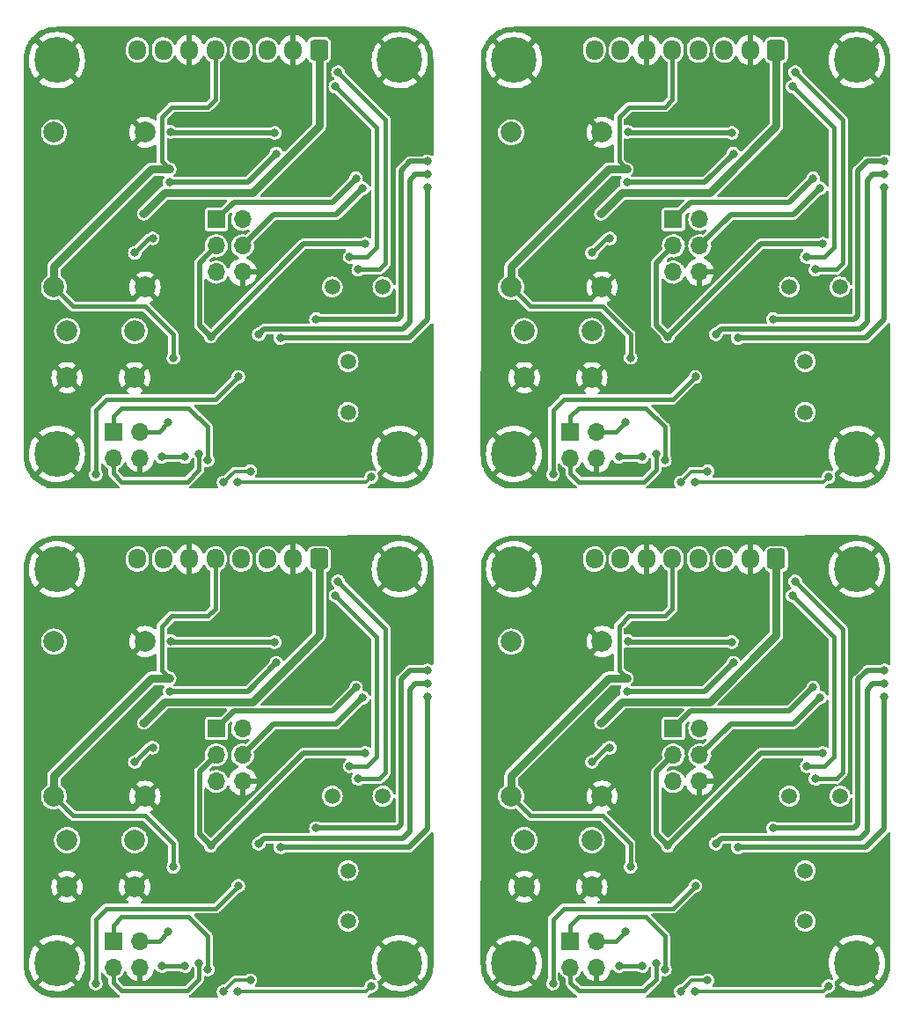
<source format=gbl>
%MOIN*%
%OFA0B0*%
%FSLAX46Y46*%
%IPPOS*%
%LPD*%
%AMRoundRect*
4,1,4,
0.07874015748031496,0.11811023622047245,
0.15748031496062992,0.19685039370078741,
0.23622047244094491,0.27559055118110237,
0.31496062992125984,0.35433070866141736,
0.07874015748031496,0.11811023622047245,
0*
1,1,$1,$2,$3*
1,1,$1,$2,$3*
1,1,$1,$2,$3*
1,1,$1,$2,$3*
20,1,$1,$2,$3,$4,$5,0*
20,1,$1,$2,$3,$4,$5,0*
20,1,$1,$2,$3,$4,$5,0*
20,1,$1,$2,$3,$4,$5,0*%
%AMCOMP1*
4,1,3,
0.023622047244094488,0.028543307086614175,
-0.023622047244094488,0.028543307086614175,
-0.023622047244094488,-0.028543307086614175,
0.023622047244094488,-0.028543307086614175,
0*
4,1,19,
0.023622047244094488,0.038385826771653545,
0.026663553094241611,0.03790409956983419,
0.029407335160358986,0.036506072779280981,
0.0315848129367613,0.034328595002878673,
0.032982839727314507,0.0315848129367613,
0.033464566929133861,0.028543307086614175,
0.032982839727314507,0.025501801236467052,
0.0315848129367613,0.022758019170349676,
0.02940733516035899,0.020580541393947369,
0.026663553094241611,0.019182514603394159,
0.023622047244094488,0.018700787401574805,
0.020580541393947365,0.019182514603394159,
0.017836759327829989,0.020580541393947369,
0.015659281551427682,0.022758019170349673,
0.014261254760874472,0.025501801236467052,
0.013779527559055118,0.028543307086614175,
0.014261254760874472,0.03158481293676129,
0.015659281551427682,0.034328595002878673,
0.017836759327829986,0.036506072779280981,
0.020580541393947369,0.03790409956983419,
0*
4,1,19,
-0.023622047244094488,0.038385826771653545,
-0.020580541393947369,0.03790409956983419,
-0.017836759327829989,0.036506072779280981,
-0.015659281551427682,0.034328595002878673,
-0.014261254760874472,0.0315848129367613,
-0.013779527559055118,0.028543307086614175,
-0.014261254760874472,0.025501801236467052,
-0.015659281551427682,0.022758019170349676,
-0.017836759327829986,0.020580541393947369,
-0.020580541393947369,0.019182514603394159,
-0.023622047244094488,0.018700787401574805,
-0.026663553094241614,0.019182514603394159,
-0.029407335160358986,0.020580541393947369,
-0.0315848129367613,0.022758019170349673,
-0.032982839727314507,0.025501801236467052,
-0.033464566929133861,0.028543307086614175,
-0.032982839727314507,0.03158481293676129,
-0.0315848129367613,0.034328595002878673,
-0.02940733516035899,0.036506072779280981,
-0.026663553094241611,0.03790409956983419,
0*
4,1,19,
-0.023622047244094488,-0.018700787401574805,
-0.020580541393947369,-0.019182514603394159,
-0.017836759327829989,-0.020580541393947369,
-0.015659281551427682,-0.022758019170349676,
-0.014261254760874472,-0.025501801236467052,
-0.013779527559055118,-0.028543307086614175,
-0.014261254760874472,-0.0315848129367613,
-0.015659281551427682,-0.034328595002878673,
-0.017836759327829986,-0.036506072779280981,
-0.020580541393947369,-0.03790409956983419,
-0.023622047244094488,-0.038385826771653545,
-0.026663553094241614,-0.03790409956983419,
-0.029407335160358986,-0.036506072779280981,
-0.0315848129367613,-0.034328595002878673,
-0.032982839727314507,-0.0315848129367613,
-0.033464566929133861,-0.028543307086614175,
-0.032982839727314507,-0.025501801236467059,
-0.0315848129367613,-0.022758019170349676,
-0.02940733516035899,-0.020580541393947369,
-0.026663553094241611,-0.019182514603394159,
0*
4,1,19,
0.023622047244094488,-0.018700787401574805,
0.026663553094241611,-0.019182514603394159,
0.029407335160358986,-0.020580541393947369,
0.0315848129367613,-0.022758019170349676,
0.032982839727314507,-0.025501801236467052,
0.033464566929133861,-0.028543307086614175,
0.032982839727314507,-0.0315848129367613,
0.0315848129367613,-0.034328595002878673,
0.02940733516035899,-0.036506072779280981,
0.026663553094241611,-0.03790409956983419,
0.023622047244094488,-0.038385826771653545,
0.020580541393947365,-0.03790409956983419,
0.017836759327829989,-0.036506072779280981,
0.015659281551427682,-0.034328595002878673,
0.014261254760874472,-0.0315848129367613,
0.013779527559055118,-0.028543307086614175,
0.014261254760874472,-0.025501801236467059,
0.015659281551427682,-0.022758019170349676,
0.017836759327829986,-0.020580541393947369,
0.020580541393947369,-0.019182514603394159,
0*
4,1,3,
0.023622047244094488,0.038385826771653545,
0.023622047244094488,0.018700787401574805,
-0.023622047244094488,0.018700787401574805,
-0.023622047244094488,0.038385826771653545,
0*
4,1,3,
-0.033464566929133861,0.028543307086614175,
-0.013779527559055118,0.028543307086614175,
-0.013779527559055118,-0.028543307086614175,
-0.033464566929133861,-0.028543307086614175,
0*
4,1,3,
-0.023622047244094488,-0.038385826771653545,
-0.023622047244094488,-0.018700787401574805,
0.023622047244094488,-0.018700787401574805,
0.023622047244094488,-0.038385826771653545,
0*
4,1,3,
0.033464566929133861,-0.028543307086614175,
0.013779527559055118,-0.028543307086614175,
0.013779527559055118,0.028543307086614175,
0.033464566929133861,0.028543307086614175,
0*%
%AMRoundRect0*
4,1,4,
0.07874015748031496,0.11811023622047245,
0.15748031496062992,0.19685039370078741,
0.23622047244094491,0.27559055118110237,
0.31496062992125984,0.35433070866141736,
0.07874015748031496,0.11811023622047245,
0*
1,1,$1,$2,$3*
1,1,$1,$2,$3*
1,1,$1,$2,$3*
1,1,$1,$2,$3*
20,1,$1,$2,$3,$4,$5,0*
20,1,$1,$2,$3,$4,$5,0*
20,1,$1,$2,$3,$4,$5,0*
20,1,$1,$2,$3,$4,$5,0*%
%AMCOMP480*
4,1,3,
0.023622047244094488,0.028543307086614175,
-0.023622047244094488,0.028543307086614175,
-0.023622047244094488,-0.028543307086614175,
0.023622047244094488,-0.028543307086614175,
0*
4,1,19,
0.023622047244094488,0.038385826771653545,
0.026663553094241611,0.03790409956983419,
0.029407335160358986,0.036506072779280981,
0.0315848129367613,0.034328595002878673,
0.032982839727314507,0.0315848129367613,
0.033464566929133861,0.028543307086614175,
0.032982839727314507,0.025501801236467052,
0.0315848129367613,0.022758019170349676,
0.02940733516035899,0.020580541393947369,
0.026663553094241611,0.019182514603394159,
0.023622047244094488,0.018700787401574805,
0.020580541393947365,0.019182514603394159,
0.017836759327829989,0.020580541393947369,
0.015659281551427682,0.022758019170349673,
0.014261254760874472,0.025501801236467052,
0.013779527559055118,0.028543307086614175,
0.014261254760874472,0.03158481293676129,
0.015659281551427682,0.034328595002878673,
0.017836759327829986,0.036506072779280981,
0.020580541393947369,0.03790409956983419,
0*
4,1,19,
-0.023622047244094488,0.038385826771653545,
-0.020580541393947369,0.03790409956983419,
-0.017836759327829989,0.036506072779280981,
-0.015659281551427682,0.034328595002878673,
-0.014261254760874472,0.0315848129367613,
-0.013779527559055118,0.028543307086614175,
-0.014261254760874472,0.025501801236467052,
-0.015659281551427682,0.022758019170349676,
-0.017836759327829986,0.020580541393947369,
-0.020580541393947369,0.019182514603394159,
-0.023622047244094488,0.018700787401574805,
-0.026663553094241614,0.019182514603394159,
-0.029407335160358986,0.020580541393947369,
-0.0315848129367613,0.022758019170349673,
-0.032982839727314507,0.025501801236467052,
-0.033464566929133861,0.028543307086614175,
-0.032982839727314507,0.03158481293676129,
-0.0315848129367613,0.034328595002878673,
-0.02940733516035899,0.036506072779280981,
-0.026663553094241611,0.03790409956983419,
0*
4,1,19,
-0.023622047244094488,-0.018700787401574805,
-0.020580541393947369,-0.019182514603394159,
-0.017836759327829989,-0.020580541393947369,
-0.015659281551427682,-0.022758019170349676,
-0.014261254760874472,-0.025501801236467052,
-0.013779527559055118,-0.028543307086614175,
-0.014261254760874472,-0.0315848129367613,
-0.015659281551427682,-0.034328595002878673,
-0.017836759327829986,-0.036506072779280981,
-0.020580541393947369,-0.03790409956983419,
-0.023622047244094488,-0.038385826771653545,
-0.026663553094241614,-0.03790409956983419,
-0.029407335160358986,-0.036506072779280981,
-0.0315848129367613,-0.034328595002878673,
-0.032982839727314507,-0.0315848129367613,
-0.033464566929133861,-0.028543307086614175,
-0.032982839727314507,-0.025501801236467059,
-0.0315848129367613,-0.022758019170349676,
-0.02940733516035899,-0.020580541393947369,
-0.026663553094241611,-0.019182514603394159,
0*
4,1,19,
0.023622047244094488,-0.018700787401574805,
0.026663553094241611,-0.019182514603394159,
0.029407335160358986,-0.020580541393947369,
0.0315848129367613,-0.022758019170349676,
0.032982839727314507,-0.025501801236467052,
0.033464566929133861,-0.028543307086614175,
0.032982839727314507,-0.0315848129367613,
0.0315848129367613,-0.034328595002878673,
0.02940733516035899,-0.036506072779280981,
0.026663553094241611,-0.03790409956983419,
0.023622047244094488,-0.038385826771653545,
0.020580541393947365,-0.03790409956983419,
0.017836759327829989,-0.036506072779280981,
0.015659281551427682,-0.034328595002878673,
0.014261254760874472,-0.0315848129367613,
0.013779527559055118,-0.028543307086614175,
0.014261254760874472,-0.025501801236467059,
0.015659281551427682,-0.022758019170349676,
0.017836759327829986,-0.020580541393947369,
0.020580541393947369,-0.019182514603394159,
0*
4,1,3,
0.023622047244094488,0.038385826771653545,
0.023622047244094488,0.018700787401574805,
-0.023622047244094488,0.018700787401574805,
-0.023622047244094488,0.038385826771653545,
0*
4,1,3,
-0.033464566929133861,0.028543307086614175,
-0.013779527559055118,0.028543307086614175,
-0.013779527559055118,-0.028543307086614175,
-0.033464566929133861,-0.028543307086614175,
0*
4,1,3,
-0.023622047244094488,-0.038385826771653545,
-0.023622047244094488,-0.018700787401574805,
0.023622047244094488,-0.018700787401574805,
0.023622047244094488,-0.038385826771653545,
0*
4,1,3,
0.033464566929133861,-0.028543307086614175,
0.013779527559055118,-0.028543307086614175,
0.013779527559055118,0.028543307086614175,
0.033464566929133861,0.028543307086614175,
0*%
%AMRoundRect1*
4,1,4,
0.07874015748031496,0.11811023622047245,
0.15748031496062992,0.19685039370078741,
0.23622047244094491,0.27559055118110237,
0.31496062992125984,0.35433070866141736,
0.07874015748031496,0.11811023622047245,
0*
1,1,$1,$2,$3*
1,1,$1,$2,$3*
1,1,$1,$2,$3*
1,1,$1,$2,$3*
20,1,$1,$2,$3,$4,$5,0*
20,1,$1,$2,$3,$4,$5,0*
20,1,$1,$2,$3,$4,$5,0*
20,1,$1,$2,$3,$4,$5,0*%
%AMCOMP950*
4,1,3,
0.023622047244094488,0.028543307086614175,
-0.023622047244094488,0.028543307086614175,
-0.023622047244094488,-0.028543307086614175,
0.023622047244094488,-0.028543307086614175,
0*
4,1,19,
0.023622047244094488,0.038385826771653545,
0.026663553094241611,0.03790409956983419,
0.029407335160358986,0.036506072779280981,
0.0315848129367613,0.034328595002878673,
0.032982839727314507,0.0315848129367613,
0.033464566929133861,0.028543307086614175,
0.032982839727314507,0.025501801236467052,
0.0315848129367613,0.022758019170349676,
0.02940733516035899,0.020580541393947369,
0.026663553094241611,0.019182514603394159,
0.023622047244094488,0.018700787401574805,
0.020580541393947365,0.019182514603394159,
0.017836759327829989,0.020580541393947369,
0.015659281551427682,0.022758019170349673,
0.014261254760874472,0.025501801236467052,
0.013779527559055118,0.028543307086614175,
0.014261254760874472,0.03158481293676129,
0.015659281551427682,0.034328595002878673,
0.017836759327829986,0.036506072779280981,
0.020580541393947369,0.03790409956983419,
0*
4,1,19,
-0.023622047244094488,0.038385826771653545,
-0.020580541393947369,0.03790409956983419,
-0.017836759327829989,0.036506072779280981,
-0.015659281551427682,0.034328595002878673,
-0.014261254760874472,0.0315848129367613,
-0.013779527559055118,0.028543307086614175,
-0.014261254760874472,0.025501801236467052,
-0.015659281551427682,0.022758019170349676,
-0.017836759327829986,0.020580541393947369,
-0.020580541393947369,0.019182514603394159,
-0.023622047244094488,0.018700787401574805,
-0.026663553094241614,0.019182514603394159,
-0.029407335160358986,0.020580541393947369,
-0.0315848129367613,0.022758019170349673,
-0.032982839727314507,0.025501801236467052,
-0.033464566929133861,0.028543307086614175,
-0.032982839727314507,0.03158481293676129,
-0.0315848129367613,0.034328595002878673,
-0.02940733516035899,0.036506072779280981,
-0.026663553094241611,0.03790409956983419,
0*
4,1,19,
-0.023622047244094488,-0.018700787401574805,
-0.020580541393947369,-0.019182514603394159,
-0.017836759327829989,-0.020580541393947369,
-0.015659281551427682,-0.022758019170349676,
-0.014261254760874472,-0.025501801236467052,
-0.013779527559055118,-0.028543307086614175,
-0.014261254760874472,-0.0315848129367613,
-0.015659281551427682,-0.034328595002878673,
-0.017836759327829986,-0.036506072779280981,
-0.020580541393947369,-0.03790409956983419,
-0.023622047244094488,-0.038385826771653545,
-0.026663553094241614,-0.03790409956983419,
-0.029407335160358986,-0.036506072779280981,
-0.0315848129367613,-0.034328595002878673,
-0.032982839727314507,-0.0315848129367613,
-0.033464566929133861,-0.028543307086614175,
-0.032982839727314507,-0.025501801236467059,
-0.0315848129367613,-0.022758019170349676,
-0.02940733516035899,-0.020580541393947369,
-0.026663553094241611,-0.019182514603394159,
0*
4,1,19,
0.023622047244094488,-0.018700787401574805,
0.026663553094241611,-0.019182514603394159,
0.029407335160358986,-0.020580541393947369,
0.0315848129367613,-0.022758019170349676,
0.032982839727314507,-0.025501801236467052,
0.033464566929133861,-0.028543307086614175,
0.032982839727314507,-0.0315848129367613,
0.0315848129367613,-0.034328595002878673,
0.02940733516035899,-0.036506072779280981,
0.026663553094241611,-0.03790409956983419,
0.023622047244094488,-0.038385826771653545,
0.020580541393947365,-0.03790409956983419,
0.017836759327829989,-0.036506072779280981,
0.015659281551427682,-0.034328595002878673,
0.014261254760874472,-0.0315848129367613,
0.013779527559055118,-0.028543307086614175,
0.014261254760874472,-0.025501801236467059,
0.015659281551427682,-0.022758019170349676,
0.017836759327829986,-0.020580541393947369,
0.020580541393947369,-0.019182514603394159,
0*
4,1,3,
0.023622047244094488,0.038385826771653545,
0.023622047244094488,0.018700787401574805,
-0.023622047244094488,0.018700787401574805,
-0.023622047244094488,0.038385826771653545,
0*
4,1,3,
-0.033464566929133861,0.028543307086614175,
-0.013779527559055118,0.028543307086614175,
-0.013779527559055118,-0.028543307086614175,
-0.033464566929133861,-0.028543307086614175,
0*
4,1,3,
-0.023622047244094488,-0.038385826771653545,
-0.023622047244094488,-0.018700787401574805,
0.023622047244094488,-0.018700787401574805,
0.023622047244094488,-0.038385826771653545,
0*
4,1,3,
0.033464566929133861,-0.028543307086614175,
0.013779527559055118,-0.028543307086614175,
0.013779527559055118,0.028543307086614175,
0.033464566929133861,0.028543307086614175,
0*%
%AMRoundRect0*
4,1,4,
0.07874015748031496,0.11811023622047245,
0.15748031496062992,0.19685039370078741,
0.23622047244094491,0.27559055118110237,
0.31496062992125984,0.35433070866141736,
0.07874015748031496,0.11811023622047245,
0*
1,1,$1,$2,$3*
1,1,$1,$2,$3*
1,1,$1,$2,$3*
1,1,$1,$2,$3*
20,1,$1,$2,$3,$4,$5,0*
20,1,$1,$2,$3,$4,$5,0*
20,1,$1,$2,$3,$4,$5,0*
20,1,$1,$2,$3,$4,$5,0*%
%AMCOMP1420*
4,1,3,
0.023622047244094488,0.028543307086614175,
-0.023622047244094488,0.028543307086614175,
-0.023622047244094488,-0.028543307086614175,
0.023622047244094488,-0.028543307086614175,
0*
4,1,19,
0.023622047244094488,0.038385826771653545,
0.026663553094241611,0.03790409956983419,
0.029407335160358986,0.036506072779280981,
0.0315848129367613,0.034328595002878673,
0.032982839727314507,0.0315848129367613,
0.033464566929133861,0.028543307086614175,
0.032982839727314507,0.025501801236467052,
0.0315848129367613,0.022758019170349676,
0.02940733516035899,0.020580541393947369,
0.026663553094241611,0.019182514603394159,
0.023622047244094488,0.018700787401574805,
0.020580541393947365,0.019182514603394159,
0.017836759327829989,0.020580541393947369,
0.015659281551427682,0.022758019170349673,
0.014261254760874472,0.025501801236467052,
0.013779527559055118,0.028543307086614175,
0.014261254760874472,0.03158481293676129,
0.015659281551427682,0.034328595002878673,
0.017836759327829986,0.036506072779280981,
0.020580541393947369,0.03790409956983419,
0*
4,1,19,
-0.023622047244094488,0.038385826771653545,
-0.020580541393947369,0.03790409956983419,
-0.017836759327829989,0.036506072779280981,
-0.015659281551427682,0.034328595002878673,
-0.014261254760874472,0.0315848129367613,
-0.013779527559055118,0.028543307086614175,
-0.014261254760874472,0.025501801236467052,
-0.015659281551427682,0.022758019170349676,
-0.017836759327829986,0.020580541393947369,
-0.020580541393947369,0.019182514603394159,
-0.023622047244094488,0.018700787401574805,
-0.026663553094241614,0.019182514603394159,
-0.029407335160358986,0.020580541393947369,
-0.0315848129367613,0.022758019170349673,
-0.032982839727314507,0.025501801236467052,
-0.033464566929133861,0.028543307086614175,
-0.032982839727314507,0.03158481293676129,
-0.0315848129367613,0.034328595002878673,
-0.02940733516035899,0.036506072779280981,
-0.026663553094241611,0.03790409956983419,
0*
4,1,19,
-0.023622047244094488,-0.018700787401574805,
-0.020580541393947369,-0.019182514603394159,
-0.017836759327829989,-0.020580541393947369,
-0.015659281551427682,-0.022758019170349676,
-0.014261254760874472,-0.025501801236467052,
-0.013779527559055118,-0.028543307086614175,
-0.014261254760874472,-0.0315848129367613,
-0.015659281551427682,-0.034328595002878673,
-0.017836759327829986,-0.036506072779280981,
-0.020580541393947369,-0.03790409956983419,
-0.023622047244094488,-0.038385826771653545,
-0.026663553094241614,-0.03790409956983419,
-0.029407335160358986,-0.036506072779280981,
-0.0315848129367613,-0.034328595002878673,
-0.032982839727314507,-0.0315848129367613,
-0.033464566929133861,-0.028543307086614175,
-0.032982839727314507,-0.025501801236467059,
-0.0315848129367613,-0.022758019170349676,
-0.02940733516035899,-0.020580541393947369,
-0.026663553094241611,-0.019182514603394159,
0*
4,1,19,
0.023622047244094488,-0.018700787401574805,
0.026663553094241611,-0.019182514603394159,
0.029407335160358986,-0.020580541393947369,
0.0315848129367613,-0.022758019170349676,
0.032982839727314507,-0.025501801236467052,
0.033464566929133861,-0.028543307086614175,
0.032982839727314507,-0.0315848129367613,
0.0315848129367613,-0.034328595002878673,
0.02940733516035899,-0.036506072779280981,
0.026663553094241611,-0.03790409956983419,
0.023622047244094488,-0.038385826771653545,
0.020580541393947365,-0.03790409956983419,
0.017836759327829989,-0.036506072779280981,
0.015659281551427682,-0.034328595002878673,
0.014261254760874472,-0.0315848129367613,
0.013779527559055118,-0.028543307086614175,
0.014261254760874472,-0.025501801236467059,
0.015659281551427682,-0.022758019170349676,
0.017836759327829986,-0.020580541393947369,
0.020580541393947369,-0.019182514603394159,
0*
4,1,3,
0.023622047244094488,0.038385826771653545,
0.023622047244094488,0.018700787401574805,
-0.023622047244094488,0.018700787401574805,
-0.023622047244094488,0.038385826771653545,
0*
4,1,3,
-0.033464566929133861,0.028543307086614175,
-0.013779527559055118,0.028543307086614175,
-0.013779527559055118,-0.028543307086614175,
-0.033464566929133861,-0.028543307086614175,
0*
4,1,3,
-0.023622047244094488,-0.038385826771653545,
-0.023622047244094488,-0.018700787401574805,
0.023622047244094488,-0.018700787401574805,
0.023622047244094488,-0.038385826771653545,
0*
4,1,3,
0.033464566929133861,-0.028543307086614175,
0.013779527559055118,-0.028543307086614175,
0.013779527559055118,0.028543307086614175,
0.033464566929133861,0.028543307086614175,
0*%
%ADD10C,0.07874015748031496*%
%ADD11C,0.17322834645669294*%
%ADD12C,0.059055118110236227*%
%ADD13O,0.066929133858267723X0.076771653543307089*%
%AMCOMP194*
4,1,3,
0.023622047244094488,0.028543307086614175,
-0.023622047244094488,0.028543307086614175,
-0.023622047244094488,-0.028543307086614175,
0.023622047244094488,-0.028543307086614175,
0*
4,1,19,
0.023622047244094488,0.038385826771653545,
0.026663553094241611,0.03790409956983419,
0.029407335160358986,0.036506072779280981,
0.0315848129367613,0.034328595002878673,
0.032982839727314507,0.0315848129367613,
0.033464566929133861,0.028543307086614175,
0.032982839727314507,0.025501801236467052,
0.0315848129367613,0.022758019170349676,
0.02940733516035899,0.020580541393947369,
0.026663553094241611,0.019182514603394159,
0.023622047244094488,0.018700787401574805,
0.020580541393947365,0.019182514603394159,
0.017836759327829989,0.020580541393947369,
0.015659281551427682,0.022758019170349673,
0.014261254760874472,0.025501801236467052,
0.013779527559055118,0.028543307086614175,
0.014261254760874472,0.03158481293676129,
0.015659281551427682,0.034328595002878673,
0.017836759327829986,0.036506072779280981,
0.020580541393947369,0.03790409956983419,
0*
4,1,19,
-0.023622047244094488,0.038385826771653545,
-0.020580541393947369,0.03790409956983419,
-0.017836759327829989,0.036506072779280981,
-0.015659281551427682,0.034328595002878673,
-0.014261254760874472,0.0315848129367613,
-0.013779527559055118,0.028543307086614175,
-0.014261254760874472,0.025501801236467052,
-0.015659281551427682,0.022758019170349676,
-0.017836759327829986,0.020580541393947369,
-0.020580541393947369,0.019182514603394159,
-0.023622047244094488,0.018700787401574805,
-0.026663553094241614,0.019182514603394159,
-0.029407335160358986,0.020580541393947369,
-0.0315848129367613,0.022758019170349673,
-0.032982839727314507,0.025501801236467052,
-0.033464566929133861,0.028543307086614175,
-0.032982839727314507,0.03158481293676129,
-0.0315848129367613,0.034328595002878673,
-0.02940733516035899,0.036506072779280981,
-0.026663553094241611,0.03790409956983419,
0*
4,1,19,
-0.023622047244094488,-0.018700787401574805,
-0.020580541393947369,-0.019182514603394159,
-0.017836759327829989,-0.020580541393947369,
-0.015659281551427682,-0.022758019170349676,
-0.014261254760874472,-0.025501801236467052,
-0.013779527559055118,-0.028543307086614175,
-0.014261254760874472,-0.0315848129367613,
-0.015659281551427682,-0.034328595002878673,
-0.017836759327829986,-0.036506072779280981,
-0.020580541393947369,-0.03790409956983419,
-0.023622047244094488,-0.038385826771653545,
-0.026663553094241614,-0.03790409956983419,
-0.029407335160358986,-0.036506072779280981,
-0.0315848129367613,-0.034328595002878673,
-0.032982839727314507,-0.0315848129367613,
-0.033464566929133861,-0.028543307086614175,
-0.032982839727314507,-0.025501801236467059,
-0.0315848129367613,-0.022758019170349676,
-0.02940733516035899,-0.020580541393947369,
-0.026663553094241611,-0.019182514603394159,
0*
4,1,19,
0.023622047244094488,-0.018700787401574805,
0.026663553094241611,-0.019182514603394159,
0.029407335160358986,-0.020580541393947369,
0.0315848129367613,-0.022758019170349676,
0.032982839727314507,-0.025501801236467052,
0.033464566929133861,-0.028543307086614175,
0.032982839727314507,-0.0315848129367613,
0.0315848129367613,-0.034328595002878673,
0.02940733516035899,-0.036506072779280981,
0.026663553094241611,-0.03790409956983419,
0.023622047244094488,-0.038385826771653545,
0.020580541393947365,-0.03790409956983419,
0.017836759327829989,-0.036506072779280981,
0.015659281551427682,-0.034328595002878673,
0.014261254760874472,-0.0315848129367613,
0.013779527559055118,-0.028543307086614175,
0.014261254760874472,-0.025501801236467059,
0.015659281551427682,-0.022758019170349676,
0.017836759327829986,-0.020580541393947369,
0.020580541393947369,-0.019182514603394159,
0*
4,1,3,
0.023622047244094488,0.038385826771653545,
0.023622047244094488,0.018700787401574805,
-0.023622047244094488,0.018700787401574805,
-0.023622047244094488,0.038385826771653545,
0*
4,1,3,
-0.033464566929133861,0.028543307086614175,
-0.013779527559055118,0.028543307086614175,
-0.013779527559055118,-0.028543307086614175,
-0.033464566929133861,-0.028543307086614175,
0*
4,1,3,
-0.023622047244094488,-0.038385826771653545,
-0.023622047244094488,-0.018700787401574805,
0.023622047244094488,-0.018700787401574805,
0.023622047244094488,-0.038385826771653545,
0*
4,1,3,
0.033464566929133861,-0.028543307086614175,
0.013779527559055118,-0.028543307086614175,
0.013779527559055118,0.028543307086614175,
0.033464566929133861,0.028543307086614175,
0*%
%ADD14COMP194,0.25X0.6X0.725X-0.6X0.725X-0.6X-0.725X0.6X-0.725X0*%
%ADD15O,0.066929133858267723X0.066929133858267723*%
%ADD16R,0.066929133858267723X0.066929133858267723*%
%ADD17C,0.031496062992125991*%
%ADD18C,0.031496062992125991*%
%ADD19C,0.017716535433070866*%
%ADD20C,0.01968503937007874*%
%ADD21C,0.013779527559055118*%
%ADD32C,0.07874015748031496*%
%ADD33C,0.17322834645669294*%
%ADD34C,0.059055118110236227*%
%ADD35O,0.066929133858267723X0.076771653543307089*%
%AMCOMP202*
4,1,3,
0.023622047244094488,0.028543307086614175,
-0.023622047244094488,0.028543307086614175,
-0.023622047244094488,-0.028543307086614175,
0.023622047244094488,-0.028543307086614175,
0*
4,1,19,
0.023622047244094488,0.038385826771653545,
0.026663553094241611,0.03790409956983419,
0.029407335160358986,0.036506072779280981,
0.0315848129367613,0.034328595002878673,
0.032982839727314507,0.0315848129367613,
0.033464566929133861,0.028543307086614175,
0.032982839727314507,0.025501801236467052,
0.0315848129367613,0.022758019170349676,
0.02940733516035899,0.020580541393947369,
0.026663553094241611,0.019182514603394159,
0.023622047244094488,0.018700787401574805,
0.020580541393947365,0.019182514603394159,
0.017836759327829989,0.020580541393947369,
0.015659281551427682,0.022758019170349673,
0.014261254760874472,0.025501801236467052,
0.013779527559055118,0.028543307086614175,
0.014261254760874472,0.03158481293676129,
0.015659281551427682,0.034328595002878673,
0.017836759327829986,0.036506072779280981,
0.020580541393947369,0.03790409956983419,
0*
4,1,19,
-0.023622047244094488,0.038385826771653545,
-0.020580541393947369,0.03790409956983419,
-0.017836759327829989,0.036506072779280981,
-0.015659281551427682,0.034328595002878673,
-0.014261254760874472,0.0315848129367613,
-0.013779527559055118,0.028543307086614175,
-0.014261254760874472,0.025501801236467052,
-0.015659281551427682,0.022758019170349676,
-0.017836759327829986,0.020580541393947369,
-0.020580541393947369,0.019182514603394159,
-0.023622047244094488,0.018700787401574805,
-0.026663553094241614,0.019182514603394159,
-0.029407335160358986,0.020580541393947369,
-0.0315848129367613,0.022758019170349673,
-0.032982839727314507,0.025501801236467052,
-0.033464566929133861,0.028543307086614175,
-0.032982839727314507,0.03158481293676129,
-0.0315848129367613,0.034328595002878673,
-0.02940733516035899,0.036506072779280981,
-0.026663553094241611,0.03790409956983419,
0*
4,1,19,
-0.023622047244094488,-0.018700787401574805,
-0.020580541393947369,-0.019182514603394159,
-0.017836759327829989,-0.020580541393947369,
-0.015659281551427682,-0.022758019170349676,
-0.014261254760874472,-0.025501801236467052,
-0.013779527559055118,-0.028543307086614175,
-0.014261254760874472,-0.0315848129367613,
-0.015659281551427682,-0.034328595002878673,
-0.017836759327829986,-0.036506072779280981,
-0.020580541393947369,-0.03790409956983419,
-0.023622047244094488,-0.038385826771653545,
-0.026663553094241614,-0.03790409956983419,
-0.029407335160358986,-0.036506072779280981,
-0.0315848129367613,-0.034328595002878673,
-0.032982839727314507,-0.0315848129367613,
-0.033464566929133861,-0.028543307086614175,
-0.032982839727314507,-0.025501801236467059,
-0.0315848129367613,-0.022758019170349676,
-0.02940733516035899,-0.020580541393947369,
-0.026663553094241611,-0.019182514603394159,
0*
4,1,19,
0.023622047244094488,-0.018700787401574805,
0.026663553094241611,-0.019182514603394159,
0.029407335160358986,-0.020580541393947369,
0.0315848129367613,-0.022758019170349676,
0.032982839727314507,-0.025501801236467052,
0.033464566929133861,-0.028543307086614175,
0.032982839727314507,-0.0315848129367613,
0.0315848129367613,-0.034328595002878673,
0.02940733516035899,-0.036506072779280981,
0.026663553094241611,-0.03790409956983419,
0.023622047244094488,-0.038385826771653545,
0.020580541393947365,-0.03790409956983419,
0.017836759327829989,-0.036506072779280981,
0.015659281551427682,-0.034328595002878673,
0.014261254760874472,-0.0315848129367613,
0.013779527559055118,-0.028543307086614175,
0.014261254760874472,-0.025501801236467059,
0.015659281551427682,-0.022758019170349676,
0.017836759327829986,-0.020580541393947369,
0.020580541393947369,-0.019182514603394159,
0*
4,1,3,
0.023622047244094488,0.038385826771653545,
0.023622047244094488,0.018700787401574805,
-0.023622047244094488,0.018700787401574805,
-0.023622047244094488,0.038385826771653545,
0*
4,1,3,
-0.033464566929133861,0.028543307086614175,
-0.013779527559055118,0.028543307086614175,
-0.013779527559055118,-0.028543307086614175,
-0.033464566929133861,-0.028543307086614175,
0*
4,1,3,
-0.023622047244094488,-0.038385826771653545,
-0.023622047244094488,-0.018700787401574805,
0.023622047244094488,-0.018700787401574805,
0.023622047244094488,-0.038385826771653545,
0*
4,1,3,
0.033464566929133861,-0.028543307086614175,
0.013779527559055118,-0.028543307086614175,
0.013779527559055118,0.028543307086614175,
0.033464566929133861,0.028543307086614175,
0*%
%ADD36COMP202,0.25X0.6X0.725X-0.6X0.725X-0.6X-0.725X0.6X-0.725X0*%
%ADD37O,0.066929133858267723X0.066929133858267723*%
%ADD38R,0.066929133858267723X0.066929133858267723*%
%ADD39C,0.031496062992125991*%
%ADD40C,0.031496062992125991*%
%ADD41C,0.017716535433070866*%
%ADD42C,0.01968503937007874*%
%ADD43C,0.013779527559055118*%
%ADD44C,0.07874015748031496*%
%ADD45C,0.17322834645669294*%
%ADD46C,0.059055118110236227*%
%ADD47O,0.066929133858267723X0.076771653543307089*%
%AMCOMP208*
4,1,3,
0.023622047244094488,0.028543307086614175,
-0.023622047244094488,0.028543307086614175,
-0.023622047244094488,-0.028543307086614175,
0.023622047244094488,-0.028543307086614175,
0*
4,1,19,
0.023622047244094488,0.038385826771653545,
0.026663553094241611,0.03790409956983419,
0.029407335160358986,0.036506072779280981,
0.0315848129367613,0.034328595002878673,
0.032982839727314507,0.0315848129367613,
0.033464566929133861,0.028543307086614175,
0.032982839727314507,0.025501801236467052,
0.0315848129367613,0.022758019170349676,
0.02940733516035899,0.020580541393947369,
0.026663553094241611,0.019182514603394159,
0.023622047244094488,0.018700787401574805,
0.020580541393947365,0.019182514603394159,
0.017836759327829989,0.020580541393947369,
0.015659281551427682,0.022758019170349673,
0.014261254760874472,0.025501801236467052,
0.013779527559055118,0.028543307086614175,
0.014261254760874472,0.03158481293676129,
0.015659281551427682,0.034328595002878673,
0.017836759327829986,0.036506072779280981,
0.020580541393947369,0.03790409956983419,
0*
4,1,19,
-0.023622047244094488,0.038385826771653545,
-0.020580541393947369,0.03790409956983419,
-0.017836759327829989,0.036506072779280981,
-0.015659281551427682,0.034328595002878673,
-0.014261254760874472,0.0315848129367613,
-0.013779527559055118,0.028543307086614175,
-0.014261254760874472,0.025501801236467052,
-0.015659281551427682,0.022758019170349676,
-0.017836759327829986,0.020580541393947369,
-0.020580541393947369,0.019182514603394159,
-0.023622047244094488,0.018700787401574805,
-0.026663553094241614,0.019182514603394159,
-0.029407335160358986,0.020580541393947369,
-0.0315848129367613,0.022758019170349673,
-0.032982839727314507,0.025501801236467052,
-0.033464566929133861,0.028543307086614175,
-0.032982839727314507,0.03158481293676129,
-0.0315848129367613,0.034328595002878673,
-0.02940733516035899,0.036506072779280981,
-0.026663553094241611,0.03790409956983419,
0*
4,1,19,
-0.023622047244094488,-0.018700787401574805,
-0.020580541393947369,-0.019182514603394159,
-0.017836759327829989,-0.020580541393947369,
-0.015659281551427682,-0.022758019170349676,
-0.014261254760874472,-0.025501801236467052,
-0.013779527559055118,-0.028543307086614175,
-0.014261254760874472,-0.0315848129367613,
-0.015659281551427682,-0.034328595002878673,
-0.017836759327829986,-0.036506072779280981,
-0.020580541393947369,-0.03790409956983419,
-0.023622047244094488,-0.038385826771653545,
-0.026663553094241614,-0.03790409956983419,
-0.029407335160358986,-0.036506072779280981,
-0.0315848129367613,-0.034328595002878673,
-0.032982839727314507,-0.0315848129367613,
-0.033464566929133861,-0.028543307086614175,
-0.032982839727314507,-0.025501801236467059,
-0.0315848129367613,-0.022758019170349676,
-0.02940733516035899,-0.020580541393947369,
-0.026663553094241611,-0.019182514603394159,
0*
4,1,19,
0.023622047244094488,-0.018700787401574805,
0.026663553094241611,-0.019182514603394159,
0.029407335160358986,-0.020580541393947369,
0.0315848129367613,-0.022758019170349676,
0.032982839727314507,-0.025501801236467052,
0.033464566929133861,-0.028543307086614175,
0.032982839727314507,-0.0315848129367613,
0.0315848129367613,-0.034328595002878673,
0.02940733516035899,-0.036506072779280981,
0.026663553094241611,-0.03790409956983419,
0.023622047244094488,-0.038385826771653545,
0.020580541393947365,-0.03790409956983419,
0.017836759327829989,-0.036506072779280981,
0.015659281551427682,-0.034328595002878673,
0.014261254760874472,-0.0315848129367613,
0.013779527559055118,-0.028543307086614175,
0.014261254760874472,-0.025501801236467059,
0.015659281551427682,-0.022758019170349676,
0.017836759327829986,-0.020580541393947369,
0.020580541393947369,-0.019182514603394159,
0*
4,1,3,
0.023622047244094488,0.038385826771653545,
0.023622047244094488,0.018700787401574805,
-0.023622047244094488,0.018700787401574805,
-0.023622047244094488,0.038385826771653545,
0*
4,1,3,
-0.033464566929133861,0.028543307086614175,
-0.013779527559055118,0.028543307086614175,
-0.013779527559055118,-0.028543307086614175,
-0.033464566929133861,-0.028543307086614175,
0*
4,1,3,
-0.023622047244094488,-0.038385826771653545,
-0.023622047244094488,-0.018700787401574805,
0.023622047244094488,-0.018700787401574805,
0.023622047244094488,-0.038385826771653545,
0*
4,1,3,
0.033464566929133861,-0.028543307086614175,
0.013779527559055118,-0.028543307086614175,
0.013779527559055118,0.028543307086614175,
0.033464566929133861,0.028543307086614175,
0*%
%ADD48COMP208,0.25X0.6X0.725X-0.6X0.725X-0.6X-0.725X0.6X-0.725X0*%
%ADD49O,0.066929133858267723X0.066929133858267723*%
%ADD50R,0.066929133858267723X0.066929133858267723*%
%ADD51C,0.031496062992125991*%
%ADD52C,0.031496062992125991*%
%ADD53C,0.017716535433070866*%
%ADD54C,0.01968503937007874*%
%ADD55C,0.013779527559055118*%
%ADD56C,0.07874015748031496*%
%ADD57C,0.17322834645669294*%
%ADD58C,0.059055118110236227*%
%ADD59O,0.066929133858267723X0.076771653543307089*%
%AMCOMP214*
4,1,3,
0.023622047244094488,0.028543307086614175,
-0.023622047244094488,0.028543307086614175,
-0.023622047244094488,-0.028543307086614175,
0.023622047244094488,-0.028543307086614175,
0*
4,1,19,
0.023622047244094488,0.038385826771653545,
0.026663553094241611,0.03790409956983419,
0.029407335160358986,0.036506072779280981,
0.0315848129367613,0.034328595002878673,
0.032982839727314507,0.0315848129367613,
0.033464566929133861,0.028543307086614175,
0.032982839727314507,0.025501801236467052,
0.0315848129367613,0.022758019170349676,
0.02940733516035899,0.020580541393947369,
0.026663553094241611,0.019182514603394159,
0.023622047244094488,0.018700787401574805,
0.020580541393947365,0.019182514603394159,
0.017836759327829989,0.020580541393947369,
0.015659281551427682,0.022758019170349673,
0.014261254760874472,0.025501801236467052,
0.013779527559055118,0.028543307086614175,
0.014261254760874472,0.03158481293676129,
0.015659281551427682,0.034328595002878673,
0.017836759327829986,0.036506072779280981,
0.020580541393947369,0.03790409956983419,
0*
4,1,19,
-0.023622047244094488,0.038385826771653545,
-0.020580541393947369,0.03790409956983419,
-0.017836759327829989,0.036506072779280981,
-0.015659281551427682,0.034328595002878673,
-0.014261254760874472,0.0315848129367613,
-0.013779527559055118,0.028543307086614175,
-0.014261254760874472,0.025501801236467052,
-0.015659281551427682,0.022758019170349676,
-0.017836759327829986,0.020580541393947369,
-0.020580541393947369,0.019182514603394159,
-0.023622047244094488,0.018700787401574805,
-0.026663553094241614,0.019182514603394159,
-0.029407335160358986,0.020580541393947369,
-0.0315848129367613,0.022758019170349673,
-0.032982839727314507,0.025501801236467052,
-0.033464566929133861,0.028543307086614175,
-0.032982839727314507,0.03158481293676129,
-0.0315848129367613,0.034328595002878673,
-0.02940733516035899,0.036506072779280981,
-0.026663553094241611,0.03790409956983419,
0*
4,1,19,
-0.023622047244094488,-0.018700787401574805,
-0.020580541393947369,-0.019182514603394159,
-0.017836759327829989,-0.020580541393947369,
-0.015659281551427682,-0.022758019170349676,
-0.014261254760874472,-0.025501801236467052,
-0.013779527559055118,-0.028543307086614175,
-0.014261254760874472,-0.0315848129367613,
-0.015659281551427682,-0.034328595002878673,
-0.017836759327829986,-0.036506072779280981,
-0.020580541393947369,-0.03790409956983419,
-0.023622047244094488,-0.038385826771653545,
-0.026663553094241614,-0.03790409956983419,
-0.029407335160358986,-0.036506072779280981,
-0.0315848129367613,-0.034328595002878673,
-0.032982839727314507,-0.0315848129367613,
-0.033464566929133861,-0.028543307086614175,
-0.032982839727314507,-0.025501801236467059,
-0.0315848129367613,-0.022758019170349676,
-0.02940733516035899,-0.020580541393947369,
-0.026663553094241611,-0.019182514603394159,
0*
4,1,19,
0.023622047244094488,-0.018700787401574805,
0.026663553094241611,-0.019182514603394159,
0.029407335160358986,-0.020580541393947369,
0.0315848129367613,-0.022758019170349676,
0.032982839727314507,-0.025501801236467052,
0.033464566929133861,-0.028543307086614175,
0.032982839727314507,-0.0315848129367613,
0.0315848129367613,-0.034328595002878673,
0.02940733516035899,-0.036506072779280981,
0.026663553094241611,-0.03790409956983419,
0.023622047244094488,-0.038385826771653545,
0.020580541393947365,-0.03790409956983419,
0.017836759327829989,-0.036506072779280981,
0.015659281551427682,-0.034328595002878673,
0.014261254760874472,-0.0315848129367613,
0.013779527559055118,-0.028543307086614175,
0.014261254760874472,-0.025501801236467059,
0.015659281551427682,-0.022758019170349676,
0.017836759327829986,-0.020580541393947369,
0.020580541393947369,-0.019182514603394159,
0*
4,1,3,
0.023622047244094488,0.038385826771653545,
0.023622047244094488,0.018700787401574805,
-0.023622047244094488,0.018700787401574805,
-0.023622047244094488,0.038385826771653545,
0*
4,1,3,
-0.033464566929133861,0.028543307086614175,
-0.013779527559055118,0.028543307086614175,
-0.013779527559055118,-0.028543307086614175,
-0.033464566929133861,-0.028543307086614175,
0*
4,1,3,
-0.023622047244094488,-0.038385826771653545,
-0.023622047244094488,-0.018700787401574805,
0.023622047244094488,-0.018700787401574805,
0.023622047244094488,-0.038385826771653545,
0*
4,1,3,
0.033464566929133861,-0.028543307086614175,
0.013779527559055118,-0.028543307086614175,
0.013779527559055118,0.028543307086614175,
0.033464566929133861,0.028543307086614175,
0*%
%ADD60COMP214,0.25X0.6X0.725X-0.6X0.725X-0.6X-0.725X0.6X-0.725X0*%
%ADD61O,0.066929133858267723X0.066929133858267723*%
%ADD62R,0.066929133858267723X0.066929133858267723*%
%ADD63C,0.031496062992125991*%
%ADD64C,0.031496062992125991*%
%ADD65C,0.017716535433070866*%
%ADD66C,0.01968503937007874*%
%ADD67C,0.013779527559055118*%
G01*
D10*
X-0002716535Y0005866141D02*
X0000166476Y0002899527D03*
X0000166476Y0003486141D03*
X0000510964Y0002899527D03*
X0000510964Y0003486141D03*
D11*
X0000177165Y0002267716D03*
X0001476377Y0002267716D03*
X0000177165Y0003759842D03*
X0001476377Y0003759842D03*
D12*
X0001280464Y0002426015D03*
X0001280464Y0002618141D03*
X0001220338Y0002900141D03*
X0001412464Y0002900141D03*
D10*
X0000471870Y0002733641D03*
X0000471870Y0002556476D03*
X0000215964Y0002733641D03*
X0000215964Y0002556476D03*
D13*
X0000481988Y0003798641D03*
X0000580413Y0003798641D03*
X0000678838Y0003798641D03*
X0000777263Y0003798641D03*
X0000875688Y0003798641D03*
X0000974114Y0003798641D03*
X0001072539Y0003798641D03*
D14*
X0001170964Y0003798641D03*
D15*
X0000880964Y0002956141D03*
X0000780964Y0002956141D03*
X0000880964Y0003056141D03*
X0000780964Y0003056141D03*
X0000880964Y0003156141D03*
D16*
X0000780964Y0003156141D03*
D15*
X0000490964Y0002251141D03*
X0000390964Y0002251141D03*
X0000490964Y0002351141D03*
D16*
X0000390964Y0002351141D03*
D17*
X0000192464Y0003108141D03*
X0000190464Y0003182141D03*
X0000190464Y0003254141D03*
X0001300464Y0002348141D03*
X0001104464Y0002294141D03*
X0000298464Y0002686141D03*
X0000352464Y0002686141D03*
X0000298464Y0002636141D03*
X0000354464Y0002636141D03*
X0000146464Y0003254141D03*
X0000146464Y0003182141D03*
X0000148464Y0003108141D03*
X0001036464Y0002198141D03*
X0000852464Y0002466141D03*
X0000904464Y0002416141D03*
X0000864464Y0002384141D03*
X0000814464Y0002430141D03*
X0000604464Y0003346141D03*
X0000618464Y0002632141D03*
X0000598431Y0002386108D03*
X0000748945Y0002243945D03*
X0000716464Y0002268141D03*
X0001580464Y0003276141D03*
X0001024464Y0002706141D03*
X0001336464Y0003274141D03*
X0000760464Y0002712141D03*
X0001346464Y0003064141D03*
X0001580464Y0003326141D03*
X0000941873Y0002720732D03*
X0000864464Y0002560141D03*
X0000324464Y0002190141D03*
X0000662464Y0002256141D03*
X0000574464Y0002256141D03*
X0001310464Y0003312141D03*
X0001580464Y0003376141D03*
X0001158464Y0002778676D03*
X0000910464Y0002202141D03*
X0000808464Y0002160141D03*
X0000604464Y0003297512D03*
X0001008615Y0003405401D03*
X0001002464Y0003484141D03*
X0000607835Y0003488274D03*
X0000472464Y0003030141D03*
X0000540464Y0003084141D03*
X0000506464Y0003178141D03*
X0001286464Y0003014141D03*
X0001232464Y0003660141D03*
X0001318944Y0002966141D03*
X0001242464Y0003714141D03*
X0001368464Y0002180141D03*
X0000861039Y0002159566D03*
D18*
X0000166476Y0002978153D02*
X0000534464Y0003346141D01*
X0000534464Y0003346141D02*
X0000604464Y0003346141D01*
X0000166476Y0002899527D02*
X0000166476Y0002978153D01*
D19*
X0000618464Y0002632141D02*
X0000618464Y0002720141D01*
X0000618464Y0002720141D02*
X0000512464Y0002826141D01*
X0000239862Y0002826141D02*
X0000166476Y0002899527D01*
X0000512464Y0002826141D02*
X0000239862Y0002826141D01*
X0000563464Y0002351141D02*
X0000598431Y0002386108D01*
X0000490964Y0002351141D02*
X0000563464Y0002351141D01*
X0000777263Y0003610940D02*
X0000777263Y0003798641D01*
X0000748464Y0003582141D02*
X0000777263Y0003610940D01*
X0000612464Y0003582141D02*
X0000748464Y0003582141D01*
X0000574464Y0003544141D02*
X0000612464Y0003582141D01*
X0000574464Y0003376141D02*
X0000574464Y0003544141D01*
X0000604464Y0003346141D02*
X0000574464Y0003376141D01*
X0000390964Y0002351141D02*
X0000390964Y0002410641D01*
X0000390964Y0002410641D02*
X0000422464Y0002442141D01*
X0000422464Y0002442141D02*
X0000676464Y0002442141D01*
X0000676464Y0002442141D02*
X0000748945Y0002369661D01*
X0000748945Y0002369661D02*
X0000748945Y0002243945D01*
X0000422464Y0002162141D02*
X0000390964Y0002193641D01*
X0000716464Y0002268141D02*
X0000716464Y0002208141D01*
X0000390964Y0002193641D02*
X0000390964Y0002251141D01*
X0000716464Y0002208141D02*
X0000670464Y0002162141D01*
X0000670464Y0002162141D02*
X0000422464Y0002162141D01*
D20*
X0001580464Y0003276141D02*
X0001580464Y0002776141D01*
X0001510464Y0002706141D02*
X0001024464Y0002706141D01*
X0001580464Y0002776141D02*
X0001510464Y0002706141D01*
X0001236464Y0003174141D02*
X0001336464Y0003274141D01*
X0000880964Y0003056141D02*
X0000998964Y0003174141D01*
X0000998964Y0003174141D02*
X0001236464Y0003174141D01*
X0000716716Y0002755889D02*
X0000760464Y0002712141D01*
X0000716716Y0002991893D02*
X0000716716Y0002755889D01*
X0000780964Y0003056141D02*
X0000716716Y0002991893D01*
X0000760464Y0002712141D02*
X0001112464Y0003064141D01*
X0001112464Y0003064141D02*
X0001346464Y0003064141D01*
X0001580464Y0003326141D02*
X0001536464Y0003326141D01*
X0001536464Y0003326141D02*
X0001514464Y0003304141D01*
X0001514464Y0003304141D02*
X0001514464Y0002780141D01*
X0001514464Y0002780141D02*
X0001514464Y0002766141D01*
X0001514464Y0002766141D02*
X0001488464Y0002740141D01*
X0000961283Y0002740141D02*
X0000941873Y0002720732D01*
X0001488464Y0002740141D02*
X0000961283Y0002740141D01*
D19*
X0000864464Y0002560141D02*
X0000778464Y0002474141D01*
X0000778464Y0002474141D02*
X0000364464Y0002474141D01*
X0000324464Y0002434141D02*
X0000324464Y0002190141D01*
X0000364464Y0002474141D02*
X0000324464Y0002434141D01*
X0000662464Y0002256141D02*
X0000574464Y0002256141D01*
D20*
X0001220464Y0003222141D02*
X0001310464Y0003312141D01*
X0000846964Y0003222141D02*
X0001220464Y0003222141D01*
X0000780964Y0003156141D02*
X0000846964Y0003222141D01*
X0001480464Y0003342141D02*
X0001480464Y0002792141D01*
X0001466999Y0002778676D02*
X0001158464Y0002778676D01*
X0001480464Y0002792141D02*
X0001466999Y0002778676D01*
X0001580464Y0003376141D02*
X0001514464Y0003376141D01*
X0001514464Y0003376141D02*
X0001480464Y0003342141D01*
D21*
X0000910464Y0002202141D02*
X0000850464Y0002202141D01*
X0000850464Y0002202141D02*
X0000808464Y0002160141D01*
D20*
X0000900726Y0003297512D02*
X0001008615Y0003405401D01*
X0000604464Y0003297512D02*
X0000900726Y0003297512D01*
X0001002464Y0003484141D02*
X0000611967Y0003484141D01*
X0000611967Y0003484141D02*
X0000607835Y0003488274D01*
D19*
X0000472464Y0003030141D02*
X0000526464Y0003084141D01*
X0000526464Y0003084141D02*
X0000540464Y0003084141D01*
D18*
X0001170964Y0003509482D02*
X0001170964Y0003798641D01*
X0000586464Y0003258141D02*
X0000919624Y0003258141D01*
X0000919624Y0003258141D02*
X0001170964Y0003509482D01*
X0000506464Y0003178141D02*
X0000586464Y0003258141D01*
D19*
X0001352464Y0003014141D02*
X0001388464Y0003050141D01*
X0001388464Y0003050141D02*
X0001388464Y0003504141D01*
X0001286464Y0003014141D02*
X0001352464Y0003014141D01*
X0001388464Y0003504141D02*
X0001232464Y0003660141D01*
X0001318944Y0002966141D02*
X0001398464Y0002966141D01*
X0001398464Y0002966141D02*
X0001422464Y0002990141D01*
X0001422464Y0002990141D02*
X0001422464Y0003534141D01*
X0001422464Y0003534141D02*
X0001288464Y0003668141D01*
X0001288464Y0003668141D02*
X0001242464Y0003714141D01*
D21*
X0001347889Y0002159566D02*
X0000861039Y0002159566D01*
X0001368464Y0002180141D02*
X0001347889Y0002159566D01*
G36*
X0001482770Y0003888508D02*
G01*
X0001482794Y0003888508D01*
X0001483271Y0003888403D01*
X0001483752Y0003888490D01*
X0001484240Y0003888480D01*
X0001484240Y0003888478D01*
X0001484673Y0003888501D01*
X0001495653Y0003887724D01*
X0001496162Y0003887662D01*
X0001508131Y0003885557D01*
X0001508631Y0003885442D01*
X0001520319Y0003882113D01*
X0001520805Y0003881947D01*
X0001532086Y0003877428D01*
X0001532552Y0003877213D01*
X0001543306Y0003871553D01*
X0001543747Y0003871291D01*
X0001550723Y0003866641D01*
X0001553860Y0003864551D01*
X0001554271Y0003864245D01*
X0001563633Y0003856497D01*
X0001564011Y0003856149D01*
X0001572523Y0003847475D01*
X0001572863Y0003847091D01*
X0001573081Y0003846816D01*
X0001580433Y0003837585D01*
X0001580731Y0003837167D01*
X0001587280Y0003826929D01*
X0001587533Y0003826484D01*
X0001589060Y0003823446D01*
X0001592989Y0003815624D01*
X0001593196Y0003815155D01*
X0001594372Y0003812049D01*
X0001596757Y0003805753D01*
X0001597501Y0003803790D01*
X0001597657Y0003803302D01*
X0001600766Y0003791553D01*
X0001600871Y0003791051D01*
X0001602607Y0003779960D01*
X0001602750Y0003779044D01*
X0001602803Y0003778534D01*
X0001603283Y0003769263D01*
X0001603372Y0003767542D01*
X0001603340Y0003767109D01*
X0001603343Y0003767109D01*
X0001603343Y0003766620D01*
X0001603248Y0003766141D01*
X0001603349Y0003765634D01*
X0001603444Y0003764666D01*
X0001603442Y0003609281D01*
X0001603439Y0003401229D01*
X0001602651Y0003398547D01*
X0001600539Y0003396717D01*
X0001597772Y0003396319D01*
X0001595647Y0003397156D01*
X0001595501Y0003397257D01*
X0001595278Y0003397456D01*
X0001595014Y0003397596D01*
X0001595014Y0003397596D01*
X0001590030Y0003400234D01*
X0001590031Y0003400234D01*
X0001589766Y0003400374D01*
X0001583717Y0003401894D01*
X0001583418Y0003401895D01*
X0001583418Y0003401895D01*
X0001580826Y0003401909D01*
X0001577481Y0003401926D01*
X0001577190Y0003401856D01*
X0001577190Y0003401856D01*
X0001571707Y0003400540D01*
X0001571707Y0003400540D01*
X0001571416Y0003400470D01*
X0001565874Y0003397610D01*
X0001565649Y0003397413D01*
X0001565649Y0003397413D01*
X0001565434Y0003397226D01*
X0001562895Y0003396056D01*
X0001562173Y0003396003D01*
X0001517245Y0003396003D01*
X0001516772Y0003396056D01*
X0001516770Y0003396037D01*
X0001516418Y0003396065D01*
X0001516073Y0003396143D01*
X0001514359Y0003396037D01*
X0001513977Y0003396013D01*
X0001513669Y0003396003D01*
X0001513038Y0003396003D01*
X0001512863Y0003395978D01*
X0001512863Y0003395978D01*
X0001512635Y0003395946D01*
X0001512239Y0003395905D01*
X0001510748Y0003395813D01*
X0001510747Y0003395813D01*
X0001510395Y0003395791D01*
X0001510062Y0003395671D01*
X0001509933Y0003395644D01*
X0001509309Y0003395488D01*
X0001509182Y0003395451D01*
X0001508832Y0003395401D01*
X0001508510Y0003395255D01*
X0001508510Y0003395255D01*
X0001507150Y0003394636D01*
X0001506781Y0003394486D01*
X0001505043Y0003393859D01*
X0001504758Y0003393650D01*
X0001504641Y0003393588D01*
X0001504086Y0003393264D01*
X0001503974Y0003393192D01*
X0001503653Y0003393046D01*
X0001503385Y0003392816D01*
X0001503385Y0003392816D01*
X0001502253Y0003391840D01*
X0001501942Y0003391593D01*
X0001501514Y0003391280D01*
X0001501086Y0003390852D01*
X0001500816Y0003390602D01*
X0001499343Y0003389332D01*
X0001499150Y0003389036D01*
X0001498925Y0003388777D01*
X0001498561Y0003388328D01*
X0001468386Y0003358152D01*
X0001468014Y0003357855D01*
X0001468027Y0003357840D01*
X0001467757Y0003357611D01*
X0001467459Y0003357423D01*
X0001467225Y0003357158D01*
X0001466068Y0003355848D01*
X0001465857Y0003355624D01*
X0001465411Y0003355177D01*
X0001465305Y0003355036D01*
X0001465305Y0003355036D01*
X0001465167Y0003354852D01*
X0001464915Y0003354543D01*
X0001463692Y0003353158D01*
X0001463542Y0003352838D01*
X0001463470Y0003352728D01*
X0001463139Y0003352177D01*
X0001463075Y0003352060D01*
X0001462863Y0003351778D01*
X0001462739Y0003351447D01*
X0001462739Y0003351446D01*
X0001462214Y0003350047D01*
X0001462060Y0003349681D01*
X0001461274Y0003348008D01*
X0001461220Y0003347659D01*
X0001461181Y0003347532D01*
X0001461018Y0003346910D01*
X0001460990Y0003346781D01*
X0001460866Y0003346450D01*
X0001460831Y0003345978D01*
X0001460729Y0003344607D01*
X0001460683Y0003344212D01*
X0001460602Y0003343689D01*
X0001460602Y0003343084D01*
X0001460588Y0003342716D01*
X0001460444Y0003340776D01*
X0001460518Y0003340431D01*
X0001460541Y0003340089D01*
X0001460602Y0003339514D01*
X0001460602Y0002911127D01*
X0001459814Y0002908445D01*
X0001457702Y0002906615D01*
X0001454935Y0002906217D01*
X0001452393Y0002907378D01*
X0001450892Y0002909693D01*
X0001449944Y0002912835D01*
X0001449204Y0002915284D01*
X0001448462Y0002916680D01*
X0001445677Y0002921918D01*
X0001445677Y0002921918D01*
X0001445563Y0002922132D01*
X0001440661Y0002928142D01*
X0001436944Y0002931218D01*
X0001434873Y0002932931D01*
X0001434872Y0002932931D01*
X0001434686Y0002933086D01*
X0001427863Y0002936775D01*
X0001420455Y0002939068D01*
X0001420213Y0002939094D01*
X0001420213Y0002939094D01*
X0001412983Y0002939853D01*
X0001412983Y0002939853D01*
X0001412742Y0002939879D01*
X0001409156Y0002939552D01*
X0001406414Y0002940094D01*
X0001404399Y0002942031D01*
X0001403752Y0002944751D01*
X0001404678Y0002947388D01*
X0001406790Y0002948984D01*
X0001406773Y0002949016D01*
X0001406973Y0002949122D01*
X0001407022Y0002949159D01*
X0001407085Y0002949182D01*
X0001407086Y0002949182D01*
X0001407418Y0002949302D01*
X0001407703Y0002949510D01*
X0001407910Y0002949620D01*
X0001408220Y0002949801D01*
X0001408418Y0002949928D01*
X0001408740Y0002950074D01*
X0001410062Y0002951214D01*
X0001410374Y0002951461D01*
X0001410491Y0002951546D01*
X0001410618Y0002951639D01*
X0001410618Y0002951639D01*
X0001410773Y0002951753D01*
X0001411173Y0002952152D01*
X0001411442Y0002952403D01*
X0001411541Y0002952488D01*
X0001412836Y0002953604D01*
X0001413028Y0002953900D01*
X0001413261Y0002954167D01*
X0001413263Y0002954164D01*
X0001413597Y0002954577D01*
X0001433925Y0002974904D01*
X0001434272Y0002975182D01*
X0001434257Y0002975199D01*
X0001434526Y0002975429D01*
X0001434825Y0002975617D01*
X0001436142Y0002977109D01*
X0001436353Y0002977333D01*
X0001436771Y0002977751D01*
X0001436997Y0002978052D01*
X0001437249Y0002978361D01*
X0001438171Y0002979405D01*
X0001438405Y0002979670D01*
X0001438555Y0002979990D01*
X0001438683Y0002980186D01*
X0001438868Y0002980494D01*
X0001438981Y0002980700D01*
X0001439193Y0002980982D01*
X0001439806Y0002982617D01*
X0001439960Y0002982983D01*
X0001440703Y0002984565D01*
X0001440757Y0002984914D01*
X0001440826Y0002985139D01*
X0001440917Y0002985485D01*
X0001440967Y0002985715D01*
X0001441091Y0002986046D01*
X0001441117Y0002986398D01*
X0001441117Y0002986398D01*
X0001441221Y0002987787D01*
X0001441266Y0002988182D01*
X0001441313Y0002988481D01*
X0001441313Y0002988481D01*
X0001441342Y0002988670D01*
X0001441342Y0002989236D01*
X0001441356Y0002989604D01*
X0001441466Y0002991086D01*
X0001441492Y0002991438D01*
X0001441418Y0002991784D01*
X0001441394Y0002992137D01*
X0001441398Y0002992137D01*
X0001441342Y0002992665D01*
X0001441342Y0003531471D01*
X0001441391Y0003531913D01*
X0001441368Y0003531915D01*
X0001441397Y0003532267D01*
X0001441475Y0003532612D01*
X0001441352Y0003534597D01*
X0001441342Y0003534904D01*
X0001441342Y0003535497D01*
X0001441288Y0003535870D01*
X0001441248Y0003536266D01*
X0001441162Y0003537656D01*
X0001441140Y0003538009D01*
X0001441020Y0003538341D01*
X0001440972Y0003538572D01*
X0001440886Y0003538919D01*
X0001440820Y0003539144D01*
X0001440770Y0003539494D01*
X0001440047Y0003541084D01*
X0001439897Y0003541452D01*
X0001439424Y0003542762D01*
X0001439424Y0003542763D01*
X0001439304Y0003543095D01*
X0001439095Y0003543381D01*
X0001438985Y0003543587D01*
X0001438804Y0003543897D01*
X0001438678Y0003544095D01*
X0001438531Y0003544417D01*
X0001437392Y0003545740D01*
X0001437144Y0003546051D01*
X0001436966Y0003546295D01*
X0001436853Y0003546450D01*
X0001436453Y0003546850D01*
X0001436202Y0003547120D01*
X0001435232Y0003548245D01*
X0001435002Y0003548513D01*
X0001434705Y0003548706D01*
X0001434439Y0003548938D01*
X0001434441Y0003548940D01*
X0001434029Y0003549274D01*
X0001305603Y0003677699D01*
X0001408610Y0003677699D01*
X0001408906Y0003677289D01*
X0001414389Y0003672873D01*
X0001414632Y0003672700D01*
X0001425286Y0003666055D01*
X0001425548Y0003665913D01*
X0001436923Y0003660597D01*
X0001437200Y0003660487D01*
X0001449132Y0003656575D01*
X0001449420Y0003656500D01*
X0001461735Y0003654050D01*
X0001462031Y0003654010D01*
X0001474551Y0003653057D01*
X0001474849Y0003653053D01*
X0001487393Y0003653611D01*
X0001487689Y0003653643D01*
X0001500075Y0003655704D01*
X0001500366Y0003655771D01*
X0001512415Y0003659306D01*
X0001512694Y0003659406D01*
X0001524232Y0003664363D01*
X0001524498Y0003664497D01*
X0001535355Y0003670803D01*
X0001535604Y0003670968D01*
X0001543870Y0003677209D01*
X0001544203Y0003677657D01*
X0001543938Y0003678139D01*
X0001476882Y0003745196D01*
X0001476333Y0003745495D01*
X0001476261Y0003745490D01*
X0001476000Y0003745323D01*
X0001408890Y0003678212D01*
X0001408610Y0003677699D01*
X0001305603Y0003677699D01*
X0001300854Y0003682448D01*
X0001269530Y0003713772D01*
X0001268191Y0003716226D01*
X0001268113Y0003716684D01*
X0001267708Y0003720036D01*
X0001267672Y0003720333D01*
X0001265467Y0003726167D01*
X0001261935Y0003731307D01*
X0001257278Y0003735456D01*
X0001256987Y0003735610D01*
X0001252030Y0003738234D01*
X0001252031Y0003738234D01*
X0001251766Y0003738374D01*
X0001245717Y0003739894D01*
X0001245418Y0003739895D01*
X0001245418Y0003739895D01*
X0001242825Y0003739909D01*
X0001239481Y0003739926D01*
X0001239190Y0003739856D01*
X0001239190Y0003739856D01*
X0001233707Y0003738540D01*
X0001233707Y0003738540D01*
X0001233416Y0003738470D01*
X0001227874Y0003735610D01*
X0001223174Y0003731510D01*
X0001219588Y0003726407D01*
X0001217323Y0003720596D01*
X0001217284Y0003720300D01*
X0001217284Y0003720300D01*
X0001217263Y0003720145D01*
X0001216508Y0003714413D01*
X0001217193Y0003708214D01*
X0001219336Y0003702357D01*
X0001222815Y0003697180D01*
X0001227063Y0003693315D01*
X0001228517Y0003690927D01*
X0001228449Y0003688133D01*
X0001226881Y0003685819D01*
X0001224882Y0003684822D01*
X0001223707Y0003684540D01*
X0001223707Y0003684540D01*
X0001223416Y0003684470D01*
X0001217874Y0003681610D01*
X0001213174Y0003677510D01*
X0001209588Y0003672407D01*
X0001207323Y0003666596D01*
X0001207284Y0003666300D01*
X0001207284Y0003666300D01*
X0001206611Y0003661188D01*
X0001206295Y0003660474D01*
X0001206452Y0003660229D01*
X0001206623Y0003659376D01*
X0001206932Y0003656575D01*
X0001207193Y0003654214D01*
X0001207296Y0003653933D01*
X0001207296Y0003653933D01*
X0001207618Y0003653053D01*
X0001209336Y0003648357D01*
X0001212815Y0003643180D01*
X0001217428Y0003638983D01*
X0001222909Y0003636007D01*
X0001228941Y0003634424D01*
X0001229416Y0003634417D01*
X0001229515Y0003634415D01*
X0001232184Y0003633586D01*
X0001232945Y0003632963D01*
X0001368133Y0003497775D01*
X0001369473Y0003495322D01*
X0001369586Y0003494267D01*
X0001369586Y0003286550D01*
X0001368799Y0003283868D01*
X0001366686Y0003282038D01*
X0001363920Y0003281640D01*
X0001361377Y0003282801D01*
X0001359985Y0003284796D01*
X0001359573Y0003285887D01*
X0001359467Y0003286167D01*
X0001359204Y0003286550D01*
X0001356104Y0003291060D01*
X0001356104Y0003291061D01*
X0001355935Y0003291307D01*
X0001351278Y0003295456D01*
X0001345766Y0003298374D01*
X0001339717Y0003299894D01*
X0001339715Y0003299894D01*
X0001337270Y0003300960D01*
X0001335718Y0003303286D01*
X0001335542Y0003305463D01*
X0001336392Y0003311437D01*
X0001336392Y0003311437D01*
X0001336415Y0003311598D01*
X0001336421Y0003312141D01*
X0001335672Y0003318333D01*
X0001333467Y0003324167D01*
X0001332742Y0003325222D01*
X0001330104Y0003329060D01*
X0001330104Y0003329061D01*
X0001329935Y0003329307D01*
X0001329080Y0003330069D01*
X0001328506Y0003330580D01*
X0001325278Y0003333456D01*
X0001324987Y0003333610D01*
X0001320031Y0003336234D01*
X0001320031Y0003336234D01*
X0001319766Y0003336374D01*
X0001313717Y0003337894D01*
X0001313418Y0003337895D01*
X0001313418Y0003337895D01*
X0001310826Y0003337909D01*
X0001307481Y0003337926D01*
X0001307190Y0003337856D01*
X0001307190Y0003337856D01*
X0001301707Y0003336540D01*
X0001301707Y0003336540D01*
X0001301416Y0003336470D01*
X0001295874Y0003333610D01*
X0001291174Y0003329510D01*
X0001287588Y0003324407D01*
X0001286550Y0003321745D01*
X0001285449Y0003318921D01*
X0001285323Y0003318596D01*
X0001285284Y0003318300D01*
X0001285284Y0003318300D01*
X0001285011Y0003316227D01*
X0001283880Y0003313671D01*
X0001283600Y0003313367D01*
X0001213690Y0003243456D01*
X0001211237Y0003242117D01*
X0001210182Y0003242003D01*
X0000951903Y0003242003D01*
X0000949221Y0003242791D01*
X0000947391Y0003244903D01*
X0000946993Y0003247670D01*
X0000948154Y0003250213D01*
X0000948395Y0003250472D01*
X0001186915Y0003488991D01*
X0001187257Y0003489303D01*
X0001187520Y0003489469D01*
X0001189418Y0003491492D01*
X0001189527Y0003491603D01*
X0001190331Y0003492407D01*
X0001190436Y0003492543D01*
X0001190740Y0003492899D01*
X0001191763Y0003493988D01*
X0001191976Y0003494215D01*
X0001192270Y0003494750D01*
X0001192379Y0003494949D01*
X0001192807Y0003495599D01*
X0001193128Y0003496014D01*
X0001193128Y0003496014D01*
X0001193320Y0003496261D01*
X0001194037Y0003497918D01*
X0001194242Y0003498337D01*
X0001195113Y0003499920D01*
X0001195321Y0003500731D01*
X0001195573Y0003501467D01*
X0001195781Y0003501949D01*
X0001195905Y0003502236D01*
X0001196188Y0003504019D01*
X0001196283Y0003504477D01*
X0001196654Y0003505924D01*
X0001196654Y0003505924D01*
X0001196732Y0003506226D01*
X0001196732Y0003507063D01*
X0001196793Y0003507839D01*
X0001196875Y0003508358D01*
X0001196924Y0003508666D01*
X0001196754Y0003510464D01*
X0001196732Y0003510931D01*
X0001196732Y0003658832D01*
X0001197160Y0003660289D01*
X0001196791Y0003661071D01*
X0001196732Y0003661835D01*
X0001196732Y0003746250D01*
X0001197519Y0003748932D01*
X0001199632Y0003750763D01*
X0001199951Y0003750895D01*
X0001201678Y0003751543D01*
X0001204222Y0003752497D01*
X0001204505Y0003752709D01*
X0001204505Y0003752709D01*
X0001208493Y0003755697D01*
X0001208775Y0003755909D01*
X0001209378Y0003756713D01*
X0001211975Y0003760179D01*
X0001211976Y0003760179D01*
X0001212187Y0003760462D01*
X0001212318Y0003760811D01*
X0001369582Y0003760811D01*
X0001370206Y0003748271D01*
X0001370239Y0003747974D01*
X0001372365Y0003735600D01*
X0001372433Y0003735309D01*
X0001376031Y0003723279D01*
X0001376133Y0003722999D01*
X0001381150Y0003711489D01*
X0001381286Y0003711223D01*
X0001387649Y0003700399D01*
X0001387815Y0003700151D01*
X0001393758Y0003692364D01*
X0001394212Y0003692031D01*
X0001394687Y0003692293D01*
X0001461731Y0003759338D01*
X0001461982Y0003759797D01*
X0001490724Y0003759797D01*
X0001490729Y0003759725D01*
X0001490897Y0003759465D01*
X0001558003Y0003692359D01*
X0001558520Y0003692077D01*
X0001558925Y0003692368D01*
X0001563021Y0003697399D01*
X0001563195Y0003697641D01*
X0001569895Y0003708260D01*
X0001570039Y0003708522D01*
X0001575415Y0003719868D01*
X0001575526Y0003720145D01*
X0001579500Y0003732056D01*
X0001579577Y0003732345D01*
X0001582091Y0003744646D01*
X0001582133Y0003744942D01*
X0001583156Y0003757517D01*
X0001583164Y0003757693D01*
X0001583186Y0003759755D01*
X0001583181Y0003759929D01*
X0001582422Y0003772525D01*
X0001582386Y0003772820D01*
X0001580130Y0003785173D01*
X0001580059Y0003785462D01*
X0001576335Y0003797454D01*
X0001576230Y0003797732D01*
X0001571093Y0003809190D01*
X0001570955Y0003809454D01*
X0001564479Y0003820211D01*
X0001564310Y0003820457D01*
X0001558975Y0003827297D01*
X0001558511Y0003827630D01*
X0001558050Y0003827372D01*
X0001491024Y0003760346D01*
X0001490724Y0003759797D01*
X0001461982Y0003759797D01*
X0001462031Y0003759887D01*
X0001462026Y0003759959D01*
X0001461858Y0003760219D01*
X0001394741Y0003827336D01*
X0001394232Y0003827614D01*
X0001393816Y0003827312D01*
X0001389085Y0003821375D01*
X0001388913Y0003821131D01*
X0001382325Y0003810442D01*
X0001382184Y0003810179D01*
X0001376927Y0003798776D01*
X0001376819Y0003798499D01*
X0001372970Y0003786546D01*
X0001372896Y0003786258D01*
X0001370510Y0003773930D01*
X0001370472Y0003773635D01*
X0001369585Y0003761110D01*
X0001369582Y0003760811D01*
X0001212318Y0003760811D01*
X0001214184Y0003765789D01*
X0001214448Y0003768218D01*
X0001214448Y0003829065D01*
X0001214184Y0003831494D01*
X0001213796Y0003832530D01*
X0001212311Y0003836490D01*
X0001212187Y0003836821D01*
X0001211976Y0003837104D01*
X0001211975Y0003837104D01*
X0001208987Y0003841091D01*
X0001208775Y0003841374D01*
X0001207952Y0003841991D01*
X0001408579Y0003841991D01*
X0001408839Y0003841523D01*
X0001475873Y0003774488D01*
X0001476422Y0003774189D01*
X0001476494Y0003774194D01*
X0001476755Y0003774361D01*
X0001543880Y0003841487D01*
X0001544156Y0003841992D01*
X0001543849Y0003842413D01*
X0001537452Y0003847456D01*
X0001537207Y0003847626D01*
X0001526484Y0003854159D01*
X0001526221Y0003854298D01*
X0001514790Y0003859495D01*
X0001514512Y0003859602D01*
X0001502540Y0003863388D01*
X0001502251Y0003863461D01*
X0001489911Y0003865781D01*
X0001489615Y0003865819D01*
X0001477086Y0003866640D01*
X0001476788Y0003866641D01*
X0001464250Y0003865951D01*
X0001463954Y0003865917D01*
X0001451590Y0003863726D01*
X0001451300Y0003863656D01*
X0001439290Y0003859996D01*
X0001439010Y0003859892D01*
X0001427526Y0003854815D01*
X0001427261Y0003854678D01*
X0001416470Y0003848258D01*
X0001416224Y0003848090D01*
X0001408912Y0003842450D01*
X0001408579Y0003841991D01*
X0001207952Y0003841991D01*
X0001206129Y0003843357D01*
X0001204505Y0003844574D01*
X0001204505Y0003844574D01*
X0001204222Y0003844786D01*
X0001200156Y0003846310D01*
X0001199186Y0003846674D01*
X0001199186Y0003846674D01*
X0001198895Y0003846783D01*
X0001198586Y0003846816D01*
X0001198586Y0003846816D01*
X0001196600Y0003847032D01*
X0001196600Y0003847032D01*
X0001196466Y0003847047D01*
X0001145462Y0003847047D01*
X0001145328Y0003847032D01*
X0001145328Y0003847032D01*
X0001143342Y0003846816D01*
X0001143342Y0003846816D01*
X0001143033Y0003846783D01*
X0001142742Y0003846674D01*
X0001142742Y0003846674D01*
X0001141772Y0003846310D01*
X0001137706Y0003844786D01*
X0001137423Y0003844574D01*
X0001137423Y0003844574D01*
X0001135800Y0003843357D01*
X0001133153Y0003841374D01*
X0001132941Y0003841091D01*
X0001129953Y0003837104D01*
X0001129953Y0003837104D01*
X0001129741Y0003836821D01*
X0001127744Y0003831494D01*
X0001127644Y0003831531D01*
X0001126512Y0003829548D01*
X0001124034Y0003828255D01*
X0001121250Y0003828508D01*
X0001118957Y0003830351D01*
X0001114474Y0003837010D01*
X0001114211Y0003837337D01*
X0001108239Y0003843598D01*
X0001107925Y0003843875D01*
X0001100983Y0003849040D01*
X0001100627Y0003849261D01*
X0001092913Y0003853183D01*
X0001092526Y0003853340D01*
X0001084262Y0003855906D01*
X0001083853Y0003855996D01*
X0001083246Y0003856077D01*
X0001082688Y0003855990D01*
X0001082539Y0003855471D01*
X0001082539Y0003741901D01*
X0001082695Y0003741369D01*
X0001083113Y0003741309D01*
X0001087752Y0003742282D01*
X0001088154Y0003742403D01*
X0001096201Y0003745581D01*
X0001096577Y0003745767D01*
X0001103974Y0003750256D01*
X0001104313Y0003750503D01*
X0001110848Y0003756174D01*
X0001111140Y0003756474D01*
X0001116626Y0003763165D01*
X0001116864Y0003763510D01*
X0001118722Y0003766776D01*
X0001120734Y0003768717D01*
X0001123475Y0003769263D01*
X0001126076Y0003768240D01*
X0001127711Y0003765973D01*
X0001127731Y0003765906D01*
X0001127744Y0003765789D01*
X0001129741Y0003760462D01*
X0001129953Y0003760179D01*
X0001129953Y0003760179D01*
X0001132550Y0003756713D01*
X0001133153Y0003755909D01*
X0001133436Y0003755697D01*
X0001137423Y0003752709D01*
X0001137423Y0003752709D01*
X0001137706Y0003752497D01*
X0001140250Y0003751543D01*
X0001141977Y0003750895D01*
X0001144212Y0003749217D01*
X0001145184Y0003746596D01*
X0001145196Y0003746250D01*
X0001145196Y0003522210D01*
X0001144409Y0003519528D01*
X0001143743Y0003518702D01*
X0001040026Y0003414985D01*
X0001037573Y0003413645D01*
X0001034785Y0003413845D01*
X0001032547Y0003415520D01*
X0001031878Y0003416739D01*
X0001031724Y0003417147D01*
X0001031724Y0003417147D01*
X0001031618Y0003417426D01*
X0001028086Y0003422566D01*
X0001023429Y0003426715D01*
X0001023138Y0003426869D01*
X0001018182Y0003429494D01*
X0001018182Y0003429494D01*
X0001017917Y0003429634D01*
X0001011868Y0003431153D01*
X0001011569Y0003431155D01*
X0001011569Y0003431155D01*
X0001008977Y0003431168D01*
X0001005632Y0003431186D01*
X0001005341Y0003431116D01*
X0001005341Y0003431116D01*
X0000999858Y0003429799D01*
X0000999858Y0003429799D01*
X0000999567Y0003429730D01*
X0000994025Y0003426869D01*
X0000989325Y0003422769D01*
X0000985739Y0003417667D01*
X0000983474Y0003411856D01*
X0000983435Y0003411559D01*
X0000983435Y0003411559D01*
X0000983162Y0003409486D01*
X0000982031Y0003406930D01*
X0000981751Y0003406626D01*
X0000893952Y0003318827D01*
X0000891499Y0003317487D01*
X0000890444Y0003317374D01*
X0000623975Y0003317374D01*
X0000621293Y0003318161D01*
X0000619463Y0003320274D01*
X0000619065Y0003323041D01*
X0000620226Y0003325583D01*
X0000621059Y0003326348D01*
X0000621991Y0003327025D01*
X0000622243Y0003327208D01*
X0000622442Y0003327449D01*
X0000622617Y0003327660D01*
X0000623218Y0003328270D01*
X0000623344Y0003328377D01*
X0000623344Y0003328377D01*
X0000623571Y0003328572D01*
X0000624791Y0003330270D01*
X0000624997Y0003330537D01*
X0000626194Y0003331984D01*
X0000626393Y0003332224D01*
X0000626574Y0003332609D01*
X0000627034Y0003333391D01*
X0000627210Y0003333636D01*
X0000627322Y0003333914D01*
X0000628052Y0003335729D01*
X0000628166Y0003335991D01*
X0000629032Y0003337833D01*
X0000629033Y0003337833D01*
X0000629165Y0003338115D01*
X0000629224Y0003338422D01*
X0000629275Y0003338580D01*
X0000629356Y0003338854D01*
X0000629348Y0003338857D01*
X0000629425Y0003339146D01*
X0000629537Y0003339423D01*
X0000629878Y0003341820D01*
X0000629916Y0003342050D01*
X0000630327Y0003344204D01*
X0000630385Y0003344510D01*
X0000630366Y0003344822D01*
X0000630381Y0003345067D01*
X0000630383Y0003345310D01*
X0000630392Y0003345436D01*
X0000630415Y0003345598D01*
X0000630421Y0003346141D01*
X0000630402Y0003346302D01*
X0000630401Y0003346303D01*
X0000630150Y0003348381D01*
X0000630124Y0003348665D01*
X0000629996Y0003350697D01*
X0000629996Y0003350697D01*
X0000629977Y0003351008D01*
X0000629880Y0003351305D01*
X0000629849Y0003351466D01*
X0000629787Y0003351748D01*
X0000629779Y0003351746D01*
X0000629708Y0003352036D01*
X0000629672Y0003352333D01*
X0000629522Y0003352728D01*
X0000628816Y0003354598D01*
X0000628739Y0003354818D01*
X0000628061Y0003356903D01*
X0000628061Y0003356903D01*
X0000627965Y0003357200D01*
X0000627797Y0003357463D01*
X0000627760Y0003357544D01*
X0000627685Y0003357673D01*
X0000627573Y0003357887D01*
X0000627467Y0003358167D01*
X0000626000Y0003360301D01*
X0000625900Y0003360453D01*
X0000624644Y0003362433D01*
X0000624643Y0003362433D01*
X0000624476Y0003362697D01*
X0000624249Y0003362910D01*
X0000624197Y0003362973D01*
X0000624084Y0003363089D01*
X0000623935Y0003363307D01*
X0000623711Y0003363506D01*
X0000623711Y0003363506D01*
X0000621871Y0003365145D01*
X0000621776Y0003365233D01*
X0000619958Y0003366940D01*
X0000619730Y0003367153D01*
X0000619457Y0003367304D01*
X0000619412Y0003367336D01*
X0000619278Y0003367456D01*
X0000616662Y0003368841D01*
X0000616599Y0003368875D01*
X0000614299Y0003370140D01*
X0000614299Y0003370140D01*
X0000614025Y0003370290D01*
X0000613831Y0003370340D01*
X0000613766Y0003370374D01*
X0000612035Y0003370809D01*
X0000610591Y0003371172D01*
X0000610565Y0003371178D01*
X0000608506Y0003371707D01*
X0000607719Y0003371909D01*
X0000607407Y0003371909D01*
X0000607098Y0003371948D01*
X0000607105Y0003372010D01*
X0000604767Y0003372696D01*
X0000603941Y0003373362D01*
X0000594795Y0003382508D01*
X0000593455Y0003384961D01*
X0000593342Y0003386015D01*
X0000593342Y0003459005D01*
X0000594130Y0003461687D01*
X0000596242Y0003463517D01*
X0000599009Y0003463915D01*
X0000599561Y0003463803D01*
X0000604022Y0003462633D01*
X0000604023Y0003462633D01*
X0000604312Y0003462557D01*
X0000607617Y0003462505D01*
X0000610249Y0003462464D01*
X0000610249Y0003462464D01*
X0000610548Y0003462459D01*
X0000616627Y0003463852D01*
X0000616894Y0003463986D01*
X0000618574Y0003464279D01*
X0000984084Y0003464279D01*
X0000986766Y0003463492D01*
X0000986955Y0003463347D01*
X0000986963Y0003463357D01*
X0000987207Y0003463184D01*
X0000987428Y0003462983D01*
X0000992909Y0003460007D01*
X0000998941Y0003458424D01*
X0001002247Y0003458372D01*
X0001004878Y0003458331D01*
X0001004878Y0003458331D01*
X0001005177Y0003458326D01*
X0001011257Y0003459719D01*
X0001014504Y0003461352D01*
X0001016561Y0003462387D01*
X0001016561Y0003462387D01*
X0001016828Y0003462521D01*
X0001017056Y0003462715D01*
X0001017056Y0003462715D01*
X0001021343Y0003466377D01*
X0001021343Y0003466377D01*
X0001021571Y0003466572D01*
X0001025210Y0003471636D01*
X0001027537Y0003477423D01*
X0001028415Y0003483598D01*
X0001028421Y0003484141D01*
X0001027672Y0003490333D01*
X0001025467Y0003496167D01*
X0001024264Y0003497918D01*
X0001022104Y0003501060D01*
X0001022104Y0003501061D01*
X0001021935Y0003501307D01*
X0001017278Y0003505456D01*
X0001016987Y0003505610D01*
X0001013504Y0003507454D01*
X0001011766Y0003508374D01*
X0001005717Y0003509894D01*
X0001005418Y0003509895D01*
X0001005418Y0003509895D01*
X0001002825Y0003509909D01*
X0000999481Y0003509926D01*
X0000999190Y0003509856D01*
X0000999190Y0003509856D01*
X0000993707Y0003508540D01*
X0000993707Y0003508540D01*
X0000993416Y0003508470D01*
X0000993151Y0003508333D01*
X0000993151Y0003508333D01*
X0000988483Y0003505924D01*
X0000987874Y0003505610D01*
X0000987649Y0003505413D01*
X0000987649Y0003505413D01*
X0000987434Y0003505226D01*
X0000984895Y0003504056D01*
X0000984173Y0003504003D01*
X0000630763Y0003504003D01*
X0000628081Y0003504791D01*
X0000627314Y0003505450D01*
X0000627305Y0003505440D01*
X0000627287Y0003505456D01*
X0000622649Y0003509588D01*
X0000617137Y0003512507D01*
X0000611088Y0003514026D01*
X0000610789Y0003514028D01*
X0000610789Y0003514028D01*
X0000608196Y0003514041D01*
X0000604851Y0003514059D01*
X0000604561Y0003513989D01*
X0000604560Y0003513989D01*
X0000601875Y0003513344D01*
X0000599461Y0003512765D01*
X0000596669Y0003512904D01*
X0000594396Y0003514531D01*
X0000593363Y0003517129D01*
X0000593342Y0003517588D01*
X0000593342Y0003534267D01*
X0000594130Y0003536949D01*
X0000594795Y0003537775D01*
X0000618831Y0003561810D01*
X0000621284Y0003563150D01*
X0000622338Y0003563263D01*
X0000745794Y0003563263D01*
X0000746236Y0003563214D01*
X0000746238Y0003563237D01*
X0000746590Y0003563209D01*
X0000746935Y0003563131D01*
X0000748920Y0003563254D01*
X0000749227Y0003563263D01*
X0000749820Y0003563263D01*
X0000750193Y0003563317D01*
X0000750589Y0003563357D01*
X0000752332Y0003563465D01*
X0000752664Y0003563585D01*
X0000752895Y0003563633D01*
X0000753242Y0003563720D01*
X0000753467Y0003563786D01*
X0000753817Y0003563836D01*
X0000755407Y0003564559D01*
X0000755775Y0003564709D01*
X0000757085Y0003565182D01*
X0000757085Y0003565182D01*
X0000757418Y0003565302D01*
X0000757703Y0003565510D01*
X0000757910Y0003565620D01*
X0000758220Y0003565801D01*
X0000758418Y0003565928D01*
X0000758740Y0003566074D01*
X0000760062Y0003567214D01*
X0000760374Y0003567461D01*
X0000760491Y0003567546D01*
X0000760618Y0003567639D01*
X0000760618Y0003567639D01*
X0000760773Y0003567753D01*
X0000761173Y0003568152D01*
X0000761442Y0003568403D01*
X0000762568Y0003569373D01*
X0000762569Y0003569373D01*
X0000762836Y0003569604D01*
X0000763028Y0003569900D01*
X0000763261Y0003570167D01*
X0000763263Y0003570164D01*
X0000763597Y0003570577D01*
X0000788724Y0003595703D01*
X0000789071Y0003595981D01*
X0000789056Y0003595999D01*
X0000789325Y0003596228D01*
X0000789624Y0003596416D01*
X0000790942Y0003597908D01*
X0000791152Y0003598132D01*
X0000791570Y0003598550D01*
X0000791714Y0003598742D01*
X0000791797Y0003598852D01*
X0000792048Y0003599160D01*
X0000792970Y0003600205D01*
X0000793204Y0003600469D01*
X0000793354Y0003600789D01*
X0000793483Y0003600985D01*
X0000793668Y0003601293D01*
X0000793780Y0003601499D01*
X0000793992Y0003601782D01*
X0000794605Y0003603417D01*
X0000794760Y0003603783D01*
X0000795502Y0003605364D01*
X0000795556Y0003605713D01*
X0000795625Y0003605937D01*
X0000795716Y0003606286D01*
X0000795766Y0003606514D01*
X0000795890Y0003606845D01*
X0000796020Y0003608586D01*
X0000796065Y0003608981D01*
X0000796112Y0003609281D01*
X0000796141Y0003609470D01*
X0000796141Y0003610035D01*
X0000796155Y0003610403D01*
X0000796265Y0003611885D01*
X0000796291Y0003612238D01*
X0000796217Y0003612583D01*
X0000796193Y0003612936D01*
X0000796197Y0003612936D01*
X0000796141Y0003613464D01*
X0000796141Y0003751342D01*
X0000796929Y0003754024D01*
X0000798629Y0003755643D01*
X0000798823Y0003755754D01*
X0000799038Y0003755852D01*
X0000804600Y0003759797D01*
X0000805614Y0003760516D01*
X0000805614Y0003760516D01*
X0000805806Y0003760653D01*
X0000811544Y0003766647D01*
X0000813787Y0003770121D01*
X0000815917Y0003773419D01*
X0000815917Y0003773419D01*
X0000816045Y0003773617D01*
X0000819147Y0003781314D01*
X0000820737Y0003789457D01*
X0000820747Y0003789675D01*
X0000820747Y0003791647D01*
X0000832204Y0003791647D01*
X0000832794Y0003785460D01*
X0000835130Y0003777498D01*
X0000835239Y0003777288D01*
X0000837692Y0003772525D01*
X0000838930Y0003770121D01*
X0000840033Y0003768717D01*
X0000843909Y0003763782D01*
X0000843909Y0003763782D01*
X0000844055Y0003763596D01*
X0000844234Y0003763441D01*
X0000844234Y0003763441D01*
X0000850144Y0003758312D01*
X0000850144Y0003758312D01*
X0000850322Y0003758158D01*
X0000857504Y0003754003D01*
X0000865343Y0003751281D01*
X0000865576Y0003751247D01*
X0000865577Y0003751247D01*
X0000873321Y0003750124D01*
X0000873321Y0003750124D01*
X0000873555Y0003750090D01*
X0000881843Y0003750474D01*
X0000882073Y0003750529D01*
X0000882073Y0003750529D01*
X0000889680Y0003752362D01*
X0000889680Y0003752362D01*
X0000889910Y0003752418D01*
X0000890125Y0003752515D01*
X0000890125Y0003752516D01*
X0000894637Y0003754567D01*
X0000897463Y0003755852D01*
X0000903025Y0003759797D01*
X0000904039Y0003760516D01*
X0000904039Y0003760516D01*
X0000904231Y0003760653D01*
X0000909969Y0003766647D01*
X0000912212Y0003770121D01*
X0000914342Y0003773419D01*
X0000914342Y0003773419D01*
X0000914470Y0003773617D01*
X0000917572Y0003781314D01*
X0000919162Y0003789457D01*
X0000919173Y0003789675D01*
X0000919173Y0003791647D01*
X0000930629Y0003791647D01*
X0000931220Y0003785460D01*
X0000933555Y0003777498D01*
X0000933664Y0003777288D01*
X0000936117Y0003772525D01*
X0000937355Y0003770121D01*
X0000938458Y0003768717D01*
X0000942334Y0003763782D01*
X0000942335Y0003763782D01*
X0000942480Y0003763596D01*
X0000942659Y0003763441D01*
X0000942659Y0003763441D01*
X0000948569Y0003758312D01*
X0000948569Y0003758312D01*
X0000948747Y0003758158D01*
X0000955930Y0003754003D01*
X0000963768Y0003751281D01*
X0000964002Y0003751247D01*
X0000964002Y0003751247D01*
X0000971746Y0003750124D01*
X0000971746Y0003750124D01*
X0000971980Y0003750090D01*
X0000980268Y0003750474D01*
X0000980498Y0003750529D01*
X0000980498Y0003750529D01*
X0000988106Y0003752362D01*
X0000988106Y0003752362D01*
X0000988335Y0003752418D01*
X0000988550Y0003752515D01*
X0000988550Y0003752516D01*
X0000993062Y0003754567D01*
X0000995889Y0003755852D01*
X0001001451Y0003759797D01*
X0001002464Y0003760516D01*
X0001002464Y0003760516D01*
X0001002656Y0003760653D01*
X0001008394Y0003766647D01*
X0001010638Y0003770121D01*
X0001012767Y0003773419D01*
X0001012767Y0003773419D01*
X0001012895Y0003773617D01*
X0001013128Y0003774194D01*
X0001013298Y0003774617D01*
X0001015031Y0003776810D01*
X0001017674Y0003777718D01*
X0001020389Y0003777052D01*
X0001022422Y0003774800D01*
X0001025568Y0003767816D01*
X0001025771Y0003767450D01*
X0001030604Y0003760272D01*
X0001030866Y0003759946D01*
X0001036839Y0003753685D01*
X0001037152Y0003753407D01*
X0001044095Y0003748242D01*
X0001044451Y0003748021D01*
X0001052164Y0003744100D01*
X0001052552Y0003743942D01*
X0001060816Y0003741376D01*
X0001061225Y0003741286D01*
X0001061832Y0003741206D01*
X0001062390Y0003741292D01*
X0001062539Y0003741811D01*
X0001062539Y0003855381D01*
X0001062382Y0003855914D01*
X0001061965Y0003855974D01*
X0001057325Y0003855000D01*
X0001056924Y0003854880D01*
X0001048876Y0003851702D01*
X0001048501Y0003851515D01*
X0001041103Y0003847026D01*
X0001040765Y0003846780D01*
X0001034230Y0003841109D01*
X0001033938Y0003840808D01*
X0001028451Y0003834117D01*
X0001028214Y0003833772D01*
X0001023934Y0003826252D01*
X0001023758Y0003825872D01*
X0001022580Y0003822626D01*
X0001020924Y0003820374D01*
X0001018314Y0003819374D01*
X0001015578Y0003819944D01*
X0001013507Y0003822047D01*
X0001012786Y0003823446D01*
X0001010873Y0003827161D01*
X0001008143Y0003830636D01*
X0001005893Y0003833501D01*
X0001005893Y0003833501D01*
X0001005747Y0003833686D01*
X0001005251Y0003834117D01*
X0000999658Y0003838970D01*
X0000999658Y0003838970D01*
X0000999480Y0003839125D01*
X0000992298Y0003843280D01*
X0000984459Y0003846002D01*
X0000984226Y0003846036D01*
X0000984226Y0003846036D01*
X0000976481Y0003847158D01*
X0000976481Y0003847158D01*
X0000976248Y0003847192D01*
X0000967959Y0003846809D01*
X0000967730Y0003846753D01*
X0000967729Y0003846753D01*
X0000960122Y0003844920D01*
X0000960122Y0003844920D01*
X0000959892Y0003844865D01*
X0000959677Y0003844767D01*
X0000959677Y0003844767D01*
X0000957106Y0003843598D01*
X0000952339Y0003841430D01*
X0000951462Y0003840808D01*
X0000946108Y0003837010D01*
X0000945571Y0003836630D01*
X0000939833Y0003830636D01*
X0000939705Y0003830437D01*
X0000937003Y0003826252D01*
X0000935332Y0003823665D01*
X0000932230Y0003815969D01*
X0000930640Y0003807825D01*
X0000930629Y0003807607D01*
X0000930629Y0003791647D01*
X0000919173Y0003791647D01*
X0000919173Y0003805636D01*
X0000918582Y0003811823D01*
X0000917534Y0003815395D01*
X0000916313Y0003819558D01*
X0000916247Y0003819785D01*
X0000914248Y0003823665D01*
X0000912555Y0003826951D01*
X0000912555Y0003826952D01*
X0000912447Y0003827161D01*
X0000909718Y0003830636D01*
X0000907468Y0003833501D01*
X0000907468Y0003833501D01*
X0000907322Y0003833686D01*
X0000906825Y0003834117D01*
X0000901233Y0003838970D01*
X0000901233Y0003838970D01*
X0000901055Y0003839125D01*
X0000893872Y0003843280D01*
X0000886034Y0003846002D01*
X0000885800Y0003846036D01*
X0000885800Y0003846036D01*
X0000878056Y0003847158D01*
X0000878056Y0003847158D01*
X0000877822Y0003847192D01*
X0000869534Y0003846809D01*
X0000869304Y0003846753D01*
X0000869304Y0003846753D01*
X0000861697Y0003844920D01*
X0000861697Y0003844920D01*
X0000861467Y0003844865D01*
X0000861252Y0003844767D01*
X0000861252Y0003844767D01*
X0000858681Y0003843598D01*
X0000853913Y0003841430D01*
X0000853037Y0003840808D01*
X0000847682Y0003837010D01*
X0000847146Y0003836630D01*
X0000841408Y0003830636D01*
X0000841280Y0003830437D01*
X0000838577Y0003826252D01*
X0000836907Y0003823665D01*
X0000833805Y0003815969D01*
X0000832215Y0003807825D01*
X0000832204Y0003807607D01*
X0000832204Y0003791647D01*
X0000820747Y0003791647D01*
X0000820747Y0003805636D01*
X0000820157Y0003811823D01*
X0000819109Y0003815395D01*
X0000817888Y0003819558D01*
X0000817821Y0003819785D01*
X0000815823Y0003823665D01*
X0000814130Y0003826951D01*
X0000814130Y0003826952D01*
X0000814022Y0003827161D01*
X0000811293Y0003830636D01*
X0000809042Y0003833501D01*
X0000809042Y0003833501D01*
X0000808897Y0003833686D01*
X0000808400Y0003834117D01*
X0000802808Y0003838970D01*
X0000802808Y0003838970D01*
X0000802630Y0003839125D01*
X0000795447Y0003843280D01*
X0000787609Y0003846002D01*
X0000787375Y0003846036D01*
X0000787375Y0003846036D01*
X0000779631Y0003847158D01*
X0000779631Y0003847158D01*
X0000779397Y0003847192D01*
X0000771108Y0003846809D01*
X0000770879Y0003846753D01*
X0000770879Y0003846753D01*
X0000763271Y0003844920D01*
X0000763271Y0003844920D01*
X0000763042Y0003844865D01*
X0000762827Y0003844767D01*
X0000762827Y0003844767D01*
X0000760256Y0003843598D01*
X0000755488Y0003841430D01*
X0000754611Y0003840808D01*
X0000749257Y0003837010D01*
X0000748721Y0003836630D01*
X0000742983Y0003830636D01*
X0000742855Y0003830437D01*
X0000740152Y0003826252D01*
X0000738482Y0003823665D01*
X0000738393Y0003823446D01*
X0000738079Y0003822666D01*
X0000736346Y0003820473D01*
X0000733703Y0003819565D01*
X0000730988Y0003820230D01*
X0000728955Y0003822483D01*
X0000725809Y0003829467D01*
X0000725606Y0003829832D01*
X0000720773Y0003837010D01*
X0000720511Y0003837337D01*
X0000714538Y0003843598D01*
X0000714224Y0003843875D01*
X0000707282Y0003849040D01*
X0000706926Y0003849261D01*
X0000699213Y0003853183D01*
X0000698825Y0003853340D01*
X0000690561Y0003855906D01*
X0000690152Y0003855996D01*
X0000689545Y0003856077D01*
X0000688987Y0003855990D01*
X0000688838Y0003855471D01*
X0000688838Y0003741901D01*
X0000688995Y0003741369D01*
X0000689412Y0003741309D01*
X0000694052Y0003742282D01*
X0000694453Y0003742403D01*
X0000702501Y0003745581D01*
X0000702876Y0003745767D01*
X0000710274Y0003750256D01*
X0000710612Y0003750503D01*
X0000717147Y0003756174D01*
X0000717439Y0003756474D01*
X0000722926Y0003763165D01*
X0000723163Y0003763510D01*
X0000727443Y0003771030D01*
X0000727619Y0003771411D01*
X0000728797Y0003774657D01*
X0000730453Y0003776909D01*
X0000733063Y0003777909D01*
X0000735799Y0003777339D01*
X0000737870Y0003775235D01*
X0000740504Y0003770121D01*
X0000741607Y0003768717D01*
X0000745484Y0003763782D01*
X0000745484Y0003763782D01*
X0000745630Y0003763596D01*
X0000745808Y0003763441D01*
X0000745808Y0003763441D01*
X0000751719Y0003758312D01*
X0000751719Y0003758312D01*
X0000751897Y0003758158D01*
X0000752101Y0003758039D01*
X0000755909Y0003755837D01*
X0000757836Y0003753812D01*
X0000758385Y0003751543D01*
X0000758385Y0003620815D01*
X0000757598Y0003618133D01*
X0000756932Y0003617307D01*
X0000742097Y0003602472D01*
X0000739644Y0003601133D01*
X0000738590Y0003601019D01*
X0000615134Y0003601019D01*
X0000614692Y0003601069D01*
X0000614691Y0003601046D01*
X0000614338Y0003601074D01*
X0000613994Y0003601152D01*
X0000612008Y0003601029D01*
X0000611701Y0003601019D01*
X0000611109Y0003601019D01*
X0000610934Y0003600994D01*
X0000610934Y0003600994D01*
X0000610735Y0003600966D01*
X0000610340Y0003600925D01*
X0000608949Y0003600839D01*
X0000608597Y0003600817D01*
X0000608264Y0003600697D01*
X0000608034Y0003600649D01*
X0000607687Y0003600563D01*
X0000607461Y0003600497D01*
X0000607111Y0003600447D01*
X0000605521Y0003599724D01*
X0000605154Y0003599574D01*
X0000603510Y0003598981D01*
X0000603225Y0003598772D01*
X0000603018Y0003598663D01*
X0000602709Y0003598482D01*
X0000602510Y0003598355D01*
X0000602189Y0003598209D01*
X0000601921Y0003597978D01*
X0000600866Y0003597069D01*
X0000600554Y0003596822D01*
X0000600362Y0003596681D01*
X0000600155Y0003596530D01*
X0000599755Y0003596130D01*
X0000599486Y0003595880D01*
X0000598092Y0003594679D01*
X0000597900Y0003594382D01*
X0000597667Y0003594116D01*
X0000597665Y0003594118D01*
X0000597331Y0003593706D01*
X0000563004Y0003559378D01*
X0000562656Y0003559101D01*
X0000562671Y0003559083D01*
X0000562402Y0003558854D01*
X0000562103Y0003558665D01*
X0000561869Y0003558400D01*
X0000560786Y0003557174D01*
X0000560575Y0003556950D01*
X0000560157Y0003556531D01*
X0000560051Y0003556390D01*
X0000559931Y0003556230D01*
X0000559680Y0003555921D01*
X0000558975Y0003555124D01*
X0000558523Y0003554612D01*
X0000558373Y0003554292D01*
X0000558245Y0003554096D01*
X0000558059Y0003553788D01*
X0000557947Y0003553583D01*
X0000557735Y0003553300D01*
X0000557611Y0003552969D01*
X0000557122Y0003551665D01*
X0000556968Y0003551299D01*
X0000556225Y0003549717D01*
X0000556171Y0003549368D01*
X0000556103Y0003549145D01*
X0000556011Y0003548795D01*
X0000555961Y0003548568D01*
X0000555837Y0003548237D01*
X0000555811Y0003547884D01*
X0000555707Y0003546496D01*
X0000555662Y0003546100D01*
X0000555586Y0003545612D01*
X0000555586Y0003545046D01*
X0000555572Y0003544679D01*
X0000555436Y0003542844D01*
X0000555510Y0003542499D01*
X0000555534Y0003542146D01*
X0000555530Y0003542146D01*
X0000555586Y0003541618D01*
X0000555586Y0003536868D01*
X0000554799Y0003534186D01*
X0000552686Y0003532355D01*
X0000549919Y0003531957D01*
X0000547404Y0003533096D01*
X0000546117Y0003534195D01*
X0000545803Y0003534423D01*
X0000538167Y0003539102D01*
X0000537821Y0003539278D01*
X0000529547Y0003542706D01*
X0000529178Y0003542826D01*
X0000520470Y0003544916D01*
X0000520086Y0003544977D01*
X0000511158Y0003545680D01*
X0000510770Y0003545680D01*
X0000501842Y0003544977D01*
X0000501458Y0003544916D01*
X0000492750Y0003542826D01*
X0000492381Y0003542706D01*
X0000484107Y0003539278D01*
X0000483761Y0003539102D01*
X0000477167Y0003535061D01*
X0000476794Y0003534650D01*
X0000476943Y0003534304D01*
X0000521599Y0003489649D01*
X0000522938Y0003487196D01*
X0000522739Y0003484408D01*
X0000521599Y0003482634D01*
X0000477063Y0003438098D01*
X0000476797Y0003437611D01*
X0000477023Y0003437310D01*
X0000483761Y0003433180D01*
X0000484107Y0003433004D01*
X0000492381Y0003429577D01*
X0000492750Y0003429457D01*
X0000501458Y0003427366D01*
X0000501842Y0003427305D01*
X0000510770Y0003426603D01*
X0000511158Y0003426603D01*
X0000520086Y0003427305D01*
X0000520470Y0003427366D01*
X0000529178Y0003429457D01*
X0000529547Y0003429577D01*
X0000537821Y0003433004D01*
X0000538167Y0003433180D01*
X0000545803Y0003437859D01*
X0000546117Y0003438088D01*
X0000547404Y0003439187D01*
X0000549955Y0003440330D01*
X0000552718Y0003439912D01*
X0000554818Y0003438067D01*
X0000555586Y0003435415D01*
X0000555586Y0003378811D01*
X0000555537Y0003378370D01*
X0000555560Y0003378368D01*
X0000555531Y0003378015D01*
X0000555453Y0003377671D01*
X0000555484Y0003377177D01*
X0000555453Y0003377040D01*
X0000555447Y0003376966D01*
X0000555436Y0003376967D01*
X0000554864Y0003374451D01*
X0000552869Y0003372494D01*
X0000550533Y0003371909D01*
X0000537674Y0003371909D01*
X0000537211Y0003371931D01*
X0000536908Y0003371998D01*
X0000536596Y0003371989D01*
X0000536596Y0003371989D01*
X0000534137Y0003371911D01*
X0000533981Y0003371909D01*
X0000532843Y0003371909D01*
X0000532689Y0003371889D01*
X0000532688Y0003371889D01*
X0000532672Y0003371887D01*
X0000532207Y0003371851D01*
X0000530713Y0003371804D01*
X0000530713Y0003371804D01*
X0000530401Y0003371794D01*
X0000530101Y0003371707D01*
X0000530101Y0003371707D01*
X0000529597Y0003371560D01*
X0000528835Y0003371403D01*
X0000528690Y0003371384D01*
X0000528315Y0003371337D01*
X0000528315Y0003371337D01*
X0000528005Y0003371298D01*
X0000527715Y0003371183D01*
X0000527715Y0003371183D01*
X0000526326Y0003370633D01*
X0000525884Y0003370482D01*
X0000524149Y0003369978D01*
X0000523429Y0003369552D01*
X0000522730Y0003369209D01*
X0000521952Y0003368901D01*
X0000521699Y0003368718D01*
X0000521699Y0003368718D01*
X0000520491Y0003367840D01*
X0000520100Y0003367583D01*
X0000518814Y0003366822D01*
X0000518814Y0003366822D01*
X0000518545Y0003366664D01*
X0000517954Y0003366072D01*
X0000517362Y0003365566D01*
X0000516685Y0003365074D01*
X0000515533Y0003363682D01*
X0000515219Y0003363337D01*
X0000150525Y0002998643D01*
X0000150182Y0002998332D01*
X0000149920Y0002998165D01*
X0000149707Y0002997938D01*
X0000148022Y0002996144D01*
X0000147914Y0002996032D01*
X0000147109Y0002995227D01*
X0000147004Y0002995091D01*
X0000146700Y0002994736D01*
X0000145464Y0002993419D01*
X0000145143Y0002992836D01*
X0000145061Y0002992686D01*
X0000144633Y0002992036D01*
X0000144424Y0002991766D01*
X0000144120Y0002991374D01*
X0000143996Y0002991088D01*
X0000143403Y0002989717D01*
X0000143197Y0002989297D01*
X0000142327Y0002987714D01*
X0000142119Y0002986903D01*
X0000141867Y0002986168D01*
X0000141535Y0002985399D01*
X0000141486Y0002985091D01*
X0000141486Y0002985091D01*
X0000141252Y0002983615D01*
X0000141157Y0002983158D01*
X0000140708Y0002981408D01*
X0000140708Y0002980571D01*
X0000140647Y0002979795D01*
X0000140516Y0002978969D01*
X0000140569Y0002978407D01*
X0000140686Y0002977171D01*
X0000140708Y0002976704D01*
X0000140708Y0002944360D01*
X0000139921Y0002941679D01*
X0000138593Y0002940297D01*
X0000134785Y0002937631D01*
X0000134785Y0002937631D01*
X0000134607Y0002937506D01*
X0000128497Y0002931395D01*
X0000128372Y0002931218D01*
X0000128372Y0002931218D01*
X0000124202Y0002925262D01*
X0000123540Y0002924316D01*
X0000123448Y0002924120D01*
X0000123448Y0002924120D01*
X0000122495Y0002922076D01*
X0000119887Y0002916484D01*
X0000117651Y0002908136D01*
X0000116897Y0002899527D01*
X0000117651Y0002890918D01*
X0000119887Y0002882570D01*
X0000121598Y0002878902D01*
X0000123448Y0002874934D01*
X0000123448Y0002874934D01*
X0000123540Y0002874738D01*
X0000123664Y0002874560D01*
X0000123664Y0002874560D01*
X0000125902Y0002871364D01*
X0000128497Y0002867659D01*
X0000134607Y0002861548D01*
X0000134785Y0002861423D01*
X0000134785Y0002861423D01*
X0000136189Y0002860440D01*
X0000141687Y0002856591D01*
X0000141883Y0002856499D01*
X0000141883Y0002856499D01*
X0000145851Y0002854649D01*
X0000149519Y0002852939D01*
X0000157867Y0002850702D01*
X0000166476Y0002849949D01*
X0000175085Y0002850702D01*
X0000175294Y0002850758D01*
X0000175295Y0002850758D01*
X0000182980Y0002852817D01*
X0000185775Y0002852751D01*
X0000187772Y0002851533D01*
X0000224625Y0002814681D01*
X0000224902Y0002814333D01*
X0000224920Y0002814348D01*
X0000225149Y0002814079D01*
X0000225338Y0002813780D01*
X0000225602Y0002813546D01*
X0000226829Y0002812463D01*
X0000227053Y0002812252D01*
X0000227471Y0002811834D01*
X0000227613Y0002811728D01*
X0000227773Y0002811608D01*
X0000228082Y0002811357D01*
X0000228879Y0002810652D01*
X0000229391Y0002810201D01*
X0000229711Y0002810050D01*
X0000229907Y0002809922D01*
X0000230215Y0002809737D01*
X0000230420Y0002809624D01*
X0000230703Y0002809412D01*
X0000232338Y0002808799D01*
X0000232704Y0002808645D01*
X0000234286Y0002807902D01*
X0000234635Y0002807848D01*
X0000234858Y0002807780D01*
X0000235208Y0002807688D01*
X0000235435Y0002807638D01*
X0000235766Y0002807514D01*
X0000236670Y0002807447D01*
X0000237507Y0002807385D01*
X0000237903Y0002807339D01*
X0000238391Y0002807263D01*
X0000238957Y0002807263D01*
X0000239324Y0002807250D01*
X0000241159Y0002807113D01*
X0000241504Y0002807187D01*
X0000241857Y0002807211D01*
X0000241857Y0002807208D01*
X0000242385Y0002807263D01*
X0000502590Y0002807263D01*
X0000505272Y0002806476D01*
X0000506097Y0002805810D01*
X0000598133Y0002713775D01*
X0000599473Y0002711321D01*
X0000599586Y0002710267D01*
X0000599586Y0002651665D01*
X0000598684Y0002648812D01*
X0000595588Y0002644407D01*
X0000595479Y0002644128D01*
X0000593921Y0002640132D01*
X0000593323Y0002638596D01*
X0000593283Y0002638300D01*
X0000593283Y0002638300D01*
X0000592623Y0002633284D01*
X0000592509Y0002632413D01*
X0000592851Y0002629313D01*
X0000593146Y0002626634D01*
X0000593193Y0002626214D01*
X0000593296Y0002625933D01*
X0000593296Y0002625933D01*
X0000593322Y0002625860D01*
X0000595336Y0002620357D01*
X0000595503Y0002620109D01*
X0000595503Y0002620109D01*
X0000598254Y0002616014D01*
X0000598815Y0002615180D01*
X0000599036Y0002614979D01*
X0000599036Y0002614979D01*
X0000601167Y0002613040D01*
X0000603428Y0002610983D01*
X0000608909Y0002608007D01*
X0000614941Y0002606424D01*
X0000618247Y0002606372D01*
X0000620878Y0002606331D01*
X0000620878Y0002606331D01*
X0000621177Y0002606326D01*
X0000627257Y0002607719D01*
X0000630475Y0002609337D01*
X0000632561Y0002610387D01*
X0000632562Y0002610387D01*
X0000632828Y0002610521D01*
X0000633056Y0002610715D01*
X0000633056Y0002610715D01*
X0000637343Y0002614377D01*
X0000637343Y0002614377D01*
X0000637571Y0002614572D01*
X0000640535Y0002618696D01*
X0001240729Y0002618696D01*
X0001240750Y0002618454D01*
X0001241092Y0002614377D01*
X0001241378Y0002610968D01*
X0001242329Y0002607652D01*
X0001243227Y0002604519D01*
X0001243516Y0002603512D01*
X0001247061Y0002596615D01*
X0001247212Y0002596425D01*
X0001247212Y0002596424D01*
X0001248300Y0002595051D01*
X0001251878Y0002590537D01*
X0001252063Y0002590379D01*
X0001252063Y0002590379D01*
X0001253041Y0002589547D01*
X0001257785Y0002585510D01*
X0001257996Y0002585392D01*
X0001257997Y0002585392D01*
X0001259890Y0002584333D01*
X0001264555Y0002581726D01*
X0001271931Y0002579330D01*
X0001279632Y0002578411D01*
X0001279873Y0002578430D01*
X0001279873Y0002578430D01*
X0001282228Y0002578611D01*
X0001287365Y0002579006D01*
X0001294834Y0002581092D01*
X0001295161Y0002581257D01*
X0001301540Y0002584479D01*
X0001301541Y0002584479D01*
X0001301757Y0002584589D01*
X0001307869Y0002589364D01*
X0001308027Y0002589547D01*
X0001308027Y0002589547D01*
X0001312778Y0002595051D01*
X0001312778Y0002595051D01*
X0001312936Y0002595235D01*
X0001316767Y0002601978D01*
X0001319215Y0002609337D01*
X0001320187Y0002617032D01*
X0001320203Y0002618141D01*
X0001319446Y0002625860D01*
X0001317204Y0002633284D01*
X0001314537Y0002638300D01*
X0001313677Y0002639918D01*
X0001313677Y0002639918D01*
X0001313563Y0002640132D01*
X0001308661Y0002646142D01*
X0001306090Y0002648270D01*
X0001302873Y0002650931D01*
X0001302872Y0002650931D01*
X0001302686Y0002651086D01*
X0001295863Y0002654775D01*
X0001288455Y0002657068D01*
X0001288213Y0002657094D01*
X0001288213Y0002657094D01*
X0001280983Y0002657853D01*
X0001280983Y0002657853D01*
X0001280741Y0002657879D01*
X0001277512Y0002657585D01*
X0001273260Y0002657198D01*
X0001273259Y0002657198D01*
X0001273018Y0002657176D01*
X0001272785Y0002657107D01*
X0001272785Y0002657107D01*
X0001267266Y0002655483D01*
X0001265578Y0002654986D01*
X0001265363Y0002654874D01*
X0001265363Y0002654874D01*
X0001258920Y0002651505D01*
X0001258920Y0002651505D01*
X0001258705Y0002651393D01*
X0001252660Y0002646533D01*
X0001247675Y0002640592D01*
X0001243939Y0002633796D01*
X0001243866Y0002633565D01*
X0001243865Y0002633565D01*
X0001243191Y0002631437D01*
X0001241594Y0002626403D01*
X0001240729Y0002618696D01*
X0000640535Y0002618696D01*
X0000641210Y0002619636D01*
X0000643537Y0002625423D01*
X0000644415Y0002631598D01*
X0000644421Y0002632141D01*
X0000643672Y0002638333D01*
X0000641467Y0002644167D01*
X0000638214Y0002648900D01*
X0000637342Y0002651710D01*
X0000637342Y0002717471D01*
X0000637391Y0002717913D01*
X0000637368Y0002717915D01*
X0000637397Y0002718267D01*
X0000637475Y0002718612D01*
X0000637352Y0002720597D01*
X0000637342Y0002720904D01*
X0000637342Y0002721497D01*
X0000637289Y0002721870D01*
X0000637248Y0002722266D01*
X0000637162Y0002723656D01*
X0000637140Y0002724009D01*
X0000637020Y0002724341D01*
X0000636972Y0002724572D01*
X0000636886Y0002724919D01*
X0000636820Y0002725144D01*
X0000636770Y0002725494D01*
X0000636047Y0002727084D01*
X0000635897Y0002727452D01*
X0000635424Y0002728763D01*
X0000635304Y0002729095D01*
X0000635095Y0002729380D01*
X0000634986Y0002729586D01*
X0000634803Y0002729898D01*
X0000634678Y0002730095D01*
X0000634531Y0002730417D01*
X0000634301Y0002730684D01*
X0000634301Y0002730685D01*
X0000633391Y0002731740D01*
X0000633144Y0002732051D01*
X0000632853Y0002732450D01*
X0000632453Y0002732850D01*
X0000632203Y0002733119D01*
X0000631232Y0002734246D01*
X0000631232Y0002734246D01*
X0000631002Y0002734513D01*
X0000630705Y0002734705D01*
X0000630439Y0002734938D01*
X0000630441Y0002734940D01*
X0000630028Y0002735274D01*
X0000529701Y0002835602D01*
X0000528361Y0002838055D01*
X0000528560Y0002840843D01*
X0000530235Y0002843081D01*
X0000531310Y0002843693D01*
X0000537821Y0002846390D01*
X0000538167Y0002846566D01*
X0000544761Y0002850607D01*
X0000545134Y0002851019D01*
X0000544985Y0002851364D01*
X0000511468Y0002884881D01*
X0000510919Y0002885180D01*
X0000510847Y0002885175D01*
X0000510587Y0002885008D01*
X0000477063Y0002851484D01*
X0000476763Y0002850935D01*
X0000476807Y0002850334D01*
X0000476212Y0002847602D01*
X0000474236Y0002845626D01*
X0000471859Y0002845019D01*
X0000249736Y0002845019D01*
X0000247054Y0002845807D01*
X0000246228Y0002846472D01*
X0000214469Y0002878231D01*
X0000213130Y0002880684D01*
X0000213186Y0002883023D01*
X0000215245Y0002890708D01*
X0000215245Y0002890709D01*
X0000215301Y0002890918D01*
X0000216037Y0002899333D01*
X0000451426Y0002899333D01*
X0000452128Y0002890405D01*
X0000452189Y0002890021D01*
X0000454280Y0002881313D01*
X0000454400Y0002880944D01*
X0000457827Y0002872670D01*
X0000458003Y0002872324D01*
X0000462044Y0002865730D01*
X0000462456Y0002865357D01*
X0000462801Y0002865506D01*
X0000496317Y0002899023D01*
X0000496569Y0002899482D01*
X0000525311Y0002899482D01*
X0000525316Y0002899410D01*
X0000525483Y0002899150D01*
X0000559007Y0002865626D01*
X0000559494Y0002865360D01*
X0000559796Y0002865586D01*
X0000563925Y0002872324D01*
X0000564101Y0002872670D01*
X0000567528Y0002880944D01*
X0000567648Y0002881313D01*
X0000569739Y0002890021D01*
X0000569800Y0002890405D01*
X0000570502Y0002899333D01*
X0000570502Y0002899721D01*
X0000569800Y0002908649D01*
X0000569739Y0002909033D01*
X0000567648Y0002917741D01*
X0000567528Y0002918110D01*
X0000564101Y0002926384D01*
X0000563925Y0002926730D01*
X0000559884Y0002933324D01*
X0000559472Y0002933697D01*
X0000559127Y0002933548D01*
X0000525611Y0002900031D01*
X0000525311Y0002899482D01*
X0000496569Y0002899482D01*
X0000496617Y0002899572D01*
X0000496612Y0002899644D01*
X0000496445Y0002899904D01*
X0000462921Y0002933428D01*
X0000462434Y0002933694D01*
X0000462133Y0002933469D01*
X0000458003Y0002926730D01*
X0000457827Y0002926384D01*
X0000454400Y0002918110D01*
X0000454280Y0002917741D01*
X0000452189Y0002909033D01*
X0000452128Y0002908649D01*
X0000451426Y0002899721D01*
X0000451426Y0002899333D01*
X0000216037Y0002899333D01*
X0000216054Y0002899527D01*
X0000215301Y0002908136D01*
X0000213064Y0002916484D01*
X0000210456Y0002922076D01*
X0000209504Y0002924120D01*
X0000209504Y0002924120D01*
X0000209412Y0002924316D01*
X0000208750Y0002925262D01*
X0000204580Y0002931218D01*
X0000204579Y0002931218D01*
X0000204455Y0002931395D01*
X0000198344Y0002937506D01*
X0000198167Y0002937631D01*
X0000198167Y0002937631D01*
X0000194359Y0002940297D01*
X0000192614Y0002942480D01*
X0000192244Y0002944360D01*
X0000192244Y0002948035D01*
X0000476794Y0002948035D01*
X0000476943Y0002947690D01*
X0000510460Y0002914174D01*
X0000511009Y0002913874D01*
X0000511081Y0002913879D01*
X0000511341Y0002914046D01*
X0000544865Y0002947570D01*
X0000545131Y0002948057D01*
X0000544906Y0002948359D01*
X0000538167Y0002952488D01*
X0000537821Y0002952664D01*
X0000529547Y0002956091D01*
X0000529178Y0002956211D01*
X0000520470Y0002958302D01*
X0000520086Y0002958363D01*
X0000511158Y0002959065D01*
X0000510770Y0002959065D01*
X0000501842Y0002958363D01*
X0000501458Y0002958302D01*
X0000492750Y0002956211D01*
X0000492381Y0002956091D01*
X0000484107Y0002952664D01*
X0000483761Y0002952488D01*
X0000477167Y0002948447D01*
X0000476794Y0002948035D01*
X0000192244Y0002948035D01*
X0000192244Y0002965425D01*
X0000193031Y0002968107D01*
X0000193697Y0002968933D01*
X0000255177Y0003030413D01*
X0000446509Y0003030413D01*
X0000447193Y0003024214D01*
X0000447296Y0003023933D01*
X0000447296Y0003023933D01*
X0000448415Y0003020875D01*
X0000449336Y0003018357D01*
X0000449503Y0003018109D01*
X0000449503Y0003018109D01*
X0000452186Y0003014116D01*
X0000452815Y0003013180D01*
X0000453036Y0003012979D01*
X0000453036Y0003012979D01*
X0000453529Y0003012531D01*
X0000457428Y0003008983D01*
X0000462909Y0003006007D01*
X0000468941Y0003004424D01*
X0000472247Y0003004372D01*
X0000474878Y0003004331D01*
X0000474878Y0003004331D01*
X0000475177Y0003004326D01*
X0000481257Y0003005719D01*
X0000484822Y0003007512D01*
X0000486561Y0003008387D01*
X0000486562Y0003008387D01*
X0000486828Y0003008521D01*
X0000487056Y0003008715D01*
X0000487056Y0003008715D01*
X0000491343Y0003012377D01*
X0000491343Y0003012377D01*
X0000491571Y0003012572D01*
X0000495210Y0003017636D01*
X0000497537Y0003023423D01*
X0000498149Y0003027723D01*
X0000499306Y0003030267D01*
X0000499552Y0003030532D01*
X0000527405Y0003058385D01*
X0000529859Y0003059725D01*
X0000532172Y0003059676D01*
X0000536652Y0003058500D01*
X0000536652Y0003058500D01*
X0000536941Y0003058424D01*
X0000540247Y0003058372D01*
X0000542878Y0003058331D01*
X0000542878Y0003058331D01*
X0000543177Y0003058326D01*
X0000549257Y0003059719D01*
X0000552029Y0003061113D01*
X0000554561Y0003062387D01*
X0000554562Y0003062387D01*
X0000554828Y0003062521D01*
X0000555056Y0003062715D01*
X0000555056Y0003062715D01*
X0000559343Y0003066377D01*
X0000559343Y0003066377D01*
X0000559571Y0003066572D01*
X0000563210Y0003071636D01*
X0000565537Y0003077423D01*
X0000566415Y0003083598D01*
X0000566419Y0003083905D01*
X0000566419Y0003083978D01*
X0000566419Y0003083979D01*
X0000566421Y0003084141D01*
X0000565672Y0003090333D01*
X0000563467Y0003096167D01*
X0000561988Y0003098320D01*
X0000560104Y0003101060D01*
X0000560104Y0003101061D01*
X0000559935Y0003101307D01*
X0000555278Y0003105456D01*
X0000554987Y0003105610D01*
X0000550030Y0003108234D01*
X0000550031Y0003108234D01*
X0000549766Y0003108374D01*
X0000543717Y0003109894D01*
X0000543418Y0003109895D01*
X0000543418Y0003109895D01*
X0000540826Y0003109909D01*
X0000537481Y0003109926D01*
X0000537190Y0003109856D01*
X0000537190Y0003109856D01*
X0000531707Y0003108540D01*
X0000531707Y0003108540D01*
X0000531416Y0003108470D01*
X0000525874Y0003105610D01*
X0000525649Y0003105413D01*
X0000523553Y0003103585D01*
X0000521685Y0003102562D01*
X0000521461Y0003102497D01*
X0000521111Y0003102447D01*
X0000519521Y0003101724D01*
X0000519153Y0003101574D01*
X0000517843Y0003101101D01*
X0000517843Y0003101101D01*
X0000517510Y0003100981D01*
X0000517225Y0003100772D01*
X0000517018Y0003100662D01*
X0000516708Y0003100481D01*
X0000516510Y0003100355D01*
X0000516189Y0003100209D01*
X0000514866Y0003099069D01*
X0000514554Y0003098821D01*
X0000514155Y0003098530D01*
X0000513755Y0003098130D01*
X0000513486Y0003097880D01*
X0000512092Y0003096679D01*
X0000511900Y0003096382D01*
X0000511668Y0003096116D01*
X0000511665Y0003096118D01*
X0000511331Y0003095706D01*
X0000473003Y0003057378D01*
X0000470550Y0003056038D01*
X0000470065Y0003055958D01*
X0000469780Y0003055925D01*
X0000469481Y0003055926D01*
X0000469190Y0003055856D01*
X0000469190Y0003055856D01*
X0000463707Y0003054540D01*
X0000463707Y0003054540D01*
X0000463416Y0003054470D01*
X0000457874Y0003051610D01*
X0000453174Y0003047510D01*
X0000449588Y0003042407D01*
X0000449479Y0003042128D01*
X0000447773Y0003037751D01*
X0000447323Y0003036596D01*
X0000447283Y0003036300D01*
X0000447283Y0003036300D01*
X0000446617Y0003031238D01*
X0000446509Y0003030413D01*
X0000255177Y0003030413D01*
X0000543684Y0003318921D01*
X0000546138Y0003320260D01*
X0000547192Y0003320374D01*
X0000579485Y0003320374D01*
X0000582167Y0003319586D01*
X0000583998Y0003317474D01*
X0000584395Y0003314707D01*
X0000583544Y0003312560D01*
X0000581588Y0003309778D01*
X0000581479Y0003309499D01*
X0000579706Y0003304949D01*
X0000579323Y0003303967D01*
X0000579284Y0003303670D01*
X0000579284Y0003303670D01*
X0000578596Y0003298447D01*
X0000578509Y0003297784D01*
X0000578646Y0003296541D01*
X0000579007Y0003293265D01*
X0000579193Y0003291584D01*
X0000579296Y0003291304D01*
X0000579296Y0003291304D01*
X0000580253Y0003288687D01*
X0000580435Y0003285898D01*
X0000579081Y0003283453D01*
X0000576979Y0003282219D01*
X0000576149Y0003281978D01*
X0000575880Y0003281819D01*
X0000575429Y0003281552D01*
X0000574730Y0003281209D01*
X0000573952Y0003280901D01*
X0000572491Y0003279840D01*
X0000572100Y0003279583D01*
X0000570814Y0003278823D01*
X0000570814Y0003278822D01*
X0000570545Y0003278664D01*
X0000569954Y0003278072D01*
X0000569362Y0003277566D01*
X0000568685Y0003277074D01*
X0000567533Y0003275682D01*
X0000567219Y0003275337D01*
X0000488997Y0003197115D01*
X0000488750Y0003196885D01*
X0000487174Y0003195510D01*
X0000485782Y0003193528D01*
X0000485644Y0003193342D01*
X0000484108Y0003191362D01*
X0000483985Y0003191076D01*
X0000483939Y0003191000D01*
X0000483874Y0003190865D01*
X0000483760Y0003190652D01*
X0000483588Y0003190407D01*
X0000483480Y0003190129D01*
X0000483479Y0003190129D01*
X0000482647Y0003187995D01*
X0000482578Y0003187826D01*
X0000481523Y0003185387D01*
X0000481474Y0003185079D01*
X0000481451Y0003185002D01*
X0000481418Y0003184843D01*
X0000481323Y0003184596D01*
X0000481284Y0003184300D01*
X0000480962Y0003181856D01*
X0000480943Y0003181728D01*
X0000480504Y0003178957D01*
X0000480534Y0003178646D01*
X0000480532Y0003178592D01*
X0000480509Y0003178413D01*
X0000480541Y0003178116D01*
X0000480541Y0003178116D01*
X0000480833Y0003175474D01*
X0000480841Y0003175397D01*
X0000481117Y0003172475D01*
X0000481185Y0003172287D01*
X0000481193Y0003172214D01*
X0000481251Y0003172055D01*
X0000481251Y0003172055D01*
X0000482317Y0003169141D01*
X0000482326Y0003169117D01*
X0000483217Y0003166644D01*
X0000483217Y0003166643D01*
X0000483322Y0003166350D01*
X0000483498Y0003166092D01*
X0000483498Y0003166092D01*
X0000484975Y0003163918D01*
X0000484990Y0003163897D01*
X0000486720Y0003161321D01*
X0000486720Y0003161321D01*
X0000486815Y0003161180D01*
X0000486869Y0003161131D01*
X0000486982Y0003160965D01*
X0000487216Y0003160759D01*
X0000489185Y0003159023D01*
X0000489243Y0003158971D01*
X0000491428Y0003156983D01*
X0000491586Y0003156897D01*
X0000491631Y0003156866D01*
X0000491865Y0003156660D01*
X0000494366Y0003155386D01*
X0000494480Y0003155326D01*
X0000496909Y0003154007D01*
X0000497164Y0003153940D01*
X0000497312Y0003153873D01*
X0000497388Y0003153846D01*
X0000497666Y0003153704D01*
X0000497971Y0003153636D01*
X0000497971Y0003153636D01*
X0000500260Y0003153125D01*
X0000500436Y0003153082D01*
X0000502365Y0003152576D01*
X0000502941Y0003152424D01*
X0000503240Y0003152420D01*
X0000503479Y0003152387D01*
X0000503627Y0003152360D01*
X0000503715Y0003152352D01*
X0000504020Y0003152284D01*
X0000504332Y0003152294D01*
X0000506524Y0003152363D01*
X0000506757Y0003152364D01*
X0000508878Y0003152331D01*
X0000508878Y0003152331D01*
X0000509177Y0003152326D01*
X0000509469Y0003152393D01*
X0000509766Y0003152425D01*
X0000509767Y0003152416D01*
X0000510052Y0003152453D01*
X0000510215Y0003152479D01*
X0000510527Y0003152488D01*
X0000512783Y0003153144D01*
X0000513059Y0003153215D01*
X0000515257Y0003153719D01*
X0000515526Y0003153854D01*
X0000516371Y0003154186D01*
X0000516479Y0003154218D01*
X0000516480Y0003154218D01*
X0000516779Y0003154305D01*
X0000517757Y0003154883D01*
X0000518665Y0003155420D01*
X0000518961Y0003155582D01*
X0000519088Y0003155646D01*
X0000520828Y0003156521D01*
X0000521056Y0003156715D01*
X0000521056Y0003156715D01*
X0000521181Y0003156823D01*
X0000521878Y0003157320D01*
X0000522114Y0003157460D01*
X0000522114Y0003157460D01*
X0000522383Y0003157619D01*
X0000523819Y0003159055D01*
X0000524105Y0003159320D01*
X0000525343Y0003160377D01*
X0000525343Y0003160377D01*
X0000525571Y0003160572D01*
X0000525937Y0003161081D01*
X0000526457Y0003161693D01*
X0000595684Y0003230921D01*
X0000598138Y0003232260D01*
X0000599192Y0003232374D01*
X0000817131Y0003232374D01*
X0000819813Y0003231586D01*
X0000821643Y0003229474D01*
X0000822041Y0003226707D01*
X0000820880Y0003224164D01*
X0000820639Y0003223905D01*
X0000797812Y0003201078D01*
X0000795359Y0003199739D01*
X0000794304Y0003199625D01*
X0000751797Y0003199625D01*
X0000746513Y0003199625D01*
X0000745105Y0003199345D01*
X0000744069Y0003199140D01*
X0000744069Y0003199139D01*
X0000743590Y0003199044D01*
X0000743184Y0003198773D01*
X0000743184Y0003198773D01*
X0000742512Y0003198324D01*
X0000740276Y0003196830D01*
X0000738061Y0003193515D01*
X0000737480Y0003190593D01*
X0000737480Y0003121690D01*
X0000738061Y0003118767D01*
X0000738333Y0003118361D01*
X0000738333Y0003118361D01*
X0000739921Y0003115983D01*
X0000740276Y0003115453D01*
X0000743590Y0003113238D01*
X0000746513Y0003112657D01*
X0000780958Y0003112657D01*
X0000815415Y0003112657D01*
X0000816823Y0003112937D01*
X0000817859Y0003113143D01*
X0000817859Y0003113143D01*
X0000818338Y0003113238D01*
X0000818744Y0003113510D01*
X0000818744Y0003113510D01*
X0000821246Y0003115182D01*
X0000821652Y0003115453D01*
X0000823867Y0003118767D01*
X0000824448Y0003121690D01*
X0000824448Y0003169481D01*
X0000825236Y0003172163D01*
X0000825901Y0003172989D01*
X0000833982Y0003181070D01*
X0000836436Y0003182410D01*
X0000839224Y0003182210D01*
X0000841461Y0003180535D01*
X0000842438Y0003177916D01*
X0000841880Y0003175253D01*
X0000840618Y0003172853D01*
X0000838248Y0003165221D01*
X0000837308Y0003157284D01*
X0000837831Y0003149310D01*
X0000837887Y0003149089D01*
X0000837887Y0003149089D01*
X0000838685Y0003145947D01*
X0000839798Y0003141564D01*
X0000839894Y0003141357D01*
X0000841358Y0003138181D01*
X0000843144Y0003134306D01*
X0000843275Y0003134120D01*
X0000846044Y0003130203D01*
X0000847757Y0003127779D01*
X0000853481Y0003122203D01*
X0000860126Y0003117763D01*
X0000860335Y0003117673D01*
X0000860335Y0003117673D01*
X0000865503Y0003115453D01*
X0000867469Y0003114608D01*
X0000870344Y0003113958D01*
X0000875042Y0003112895D01*
X0000875042Y0003112894D01*
X0000875264Y0003112844D01*
X0000875491Y0003112835D01*
X0000875491Y0003112835D01*
X0000877844Y0003112743D01*
X0000883250Y0003112531D01*
X0000887474Y0003113143D01*
X0000890934Y0003113645D01*
X0000890934Y0003113645D01*
X0000891159Y0003113677D01*
X0000891374Y0003113750D01*
X0000891374Y0003113750D01*
X0000898511Y0003116173D01*
X0000898511Y0003116173D01*
X0000898726Y0003116246D01*
X0000899831Y0003116865D01*
X0000902555Y0003117488D01*
X0000905185Y0003116539D01*
X0000906884Y0003114320D01*
X0000907113Y0003111534D01*
X0000905762Y0003109029D01*
X0000896393Y0003099659D01*
X0000893940Y0003098320D01*
X0000891917Y0003098302D01*
X0000885752Y0003099528D01*
X0000885752Y0003099528D01*
X0000885529Y0003099573D01*
X0000885302Y0003099576D01*
X0000885301Y0003099576D01*
X0000881310Y0003099628D01*
X0000877538Y0003099677D01*
X0000877313Y0003099639D01*
X0000877313Y0003099639D01*
X0000872556Y0003098821D01*
X0000869661Y0003098324D01*
X0000862163Y0003095558D01*
X0000855295Y0003091471D01*
X0000855124Y0003091322D01*
X0000855124Y0003091322D01*
X0000849553Y0003086435D01*
X0000849287Y0003086202D01*
X0000844339Y0003079926D01*
X0000844233Y0003079725D01*
X0000844233Y0003079725D01*
X0000842682Y0003076777D01*
X0000840618Y0003072853D01*
X0000838248Y0003065221D01*
X0000837308Y0003057284D01*
X0000837831Y0003049310D01*
X0000837887Y0003049089D01*
X0000837887Y0003049089D01*
X0000839346Y0003043347D01*
X0000839798Y0003041564D01*
X0000839894Y0003041357D01*
X0000841269Y0003038374D01*
X0000843144Y0003034306D01*
X0000847757Y0003027779D01*
X0000853481Y0003022203D01*
X0000860126Y0003017763D01*
X0000860335Y0003017673D01*
X0000860335Y0003017673D01*
X0000864151Y0003016034D01*
X0000866305Y0003014251D01*
X0000867152Y0003011588D01*
X0000866426Y0003008889D01*
X0000864355Y0003007011D01*
X0000863734Y0003006761D01*
X0000860368Y0003005660D01*
X0000859994Y0003005503D01*
X0000852557Y0003001632D01*
X0000852214Y0003001415D01*
X0000845509Y0002996381D01*
X0000845205Y0002996112D01*
X0000839412Y0002990050D01*
X0000839157Y0002989735D01*
X0000834432Y0002982809D01*
X0000834232Y0002982455D01*
X0000830702Y0002974851D01*
X0000830562Y0002974469D01*
X0000830385Y0002973833D01*
X0000828909Y0002971459D01*
X0000826385Y0002970259D01*
X0000823612Y0002970615D01*
X0000821473Y0002972414D01*
X0000821156Y0002972964D01*
X0000818300Y0002978755D01*
X0000818199Y0002978959D01*
X0000817962Y0002979277D01*
X0000815325Y0002982809D01*
X0000813418Y0002985363D01*
X0000809195Y0002989266D01*
X0000807716Y0002990633D01*
X0000807549Y0002990787D01*
X0000807357Y0002990909D01*
X0000807357Y0002990909D01*
X0000801291Y0002994736D01*
X0000800790Y0002995052D01*
X0000793367Y0002998013D01*
X0000793144Y0002998058D01*
X0000793144Y0002998058D01*
X0000785752Y0002999528D01*
X0000785752Y0002999528D01*
X0000785529Y0002999573D01*
X0000785301Y0002999576D01*
X0000785301Y0002999576D01*
X0000781310Y0002999628D01*
X0000777538Y0002999677D01*
X0000777313Y0002999639D01*
X0000777313Y0002999639D01*
X0000769886Y0002998362D01*
X0000769661Y0002998324D01*
X0000767235Y0002997429D01*
X0000762377Y0002995636D01*
X0000762377Y0002995636D01*
X0000762163Y0002995558D01*
X0000761987Y0002995453D01*
X0000759235Y0002995010D01*
X0000756673Y0002996129D01*
X0000755123Y0002998455D01*
X0000755077Y0003001250D01*
X0000756351Y0003003439D01*
X0000765577Y0003012664D01*
X0000768030Y0003014004D01*
X0000770179Y0003013995D01*
X0000775042Y0003012895D01*
X0000775042Y0003012894D01*
X0000775264Y0003012844D01*
X0000775491Y0003012835D01*
X0000775491Y0003012835D01*
X0000777844Y0003012743D01*
X0000783250Y0003012531D01*
X0000787732Y0003013180D01*
X0000790934Y0003013645D01*
X0000790934Y0003013645D01*
X0000791159Y0003013677D01*
X0000791374Y0003013750D01*
X0000791374Y0003013750D01*
X0000798511Y0003016173D01*
X0000798511Y0003016173D01*
X0000798726Y0003016246D01*
X0000801209Y0003017636D01*
X0000801660Y0003017889D01*
X0000805699Y0003020151D01*
X0000805878Y0003020300D01*
X0000811669Y0003025116D01*
X0000811844Y0003025262D01*
X0000815421Y0003029563D01*
X0000816809Y0003031231D01*
X0000816809Y0003031231D01*
X0000816954Y0003031406D01*
X0000819695Y0003036300D01*
X0000820748Y0003038180D01*
X0000820748Y0003038180D01*
X0000820859Y0003038379D01*
X0000820932Y0003038594D01*
X0000820932Y0003038594D01*
X0000823355Y0003045731D01*
X0000823355Y0003045731D01*
X0000823428Y0003045947D01*
X0000823461Y0003046171D01*
X0000823461Y0003046172D01*
X0000824221Y0003051413D01*
X0000824575Y0003053856D01*
X0000824635Y0003056141D01*
X0000824184Y0003061041D01*
X0000823924Y0003063873D01*
X0000823924Y0003063873D01*
X0000823903Y0003064100D01*
X0000823842Y0003064318D01*
X0000821796Y0003071572D01*
X0000821796Y0003071573D01*
X0000821734Y0003071791D01*
X0000821318Y0003072636D01*
X0000818300Y0003078755D01*
X0000818199Y0003078959D01*
X0000813418Y0003085363D01*
X0000808041Y0003090333D01*
X0000807716Y0003090633D01*
X0000807549Y0003090787D01*
X0000807357Y0003090909D01*
X0000807357Y0003090909D01*
X0000800982Y0003094931D01*
X0000800790Y0003095052D01*
X0000793367Y0003098013D01*
X0000793144Y0003098058D01*
X0000793144Y0003098058D01*
X0000785752Y0003099528D01*
X0000785752Y0003099528D01*
X0000785529Y0003099573D01*
X0000785301Y0003099576D01*
X0000785301Y0003099576D01*
X0000781310Y0003099628D01*
X0000777538Y0003099677D01*
X0000777313Y0003099639D01*
X0000777313Y0003099639D01*
X0000772556Y0003098821D01*
X0000769661Y0003098324D01*
X0000762163Y0003095558D01*
X0000755295Y0003091471D01*
X0000755124Y0003091322D01*
X0000755124Y0003091322D01*
X0000749553Y0003086435D01*
X0000749287Y0003086202D01*
X0000744339Y0003079926D01*
X0000744233Y0003079725D01*
X0000744233Y0003079725D01*
X0000742682Y0003076777D01*
X0000740618Y0003072853D01*
X0000738248Y0003065221D01*
X0000737308Y0003057284D01*
X0000737831Y0003049310D01*
X0000737887Y0003049089D01*
X0000737887Y0003049089D01*
X0000738800Y0003045495D01*
X0000738697Y0003042702D01*
X0000737500Y0003040766D01*
X0000704638Y0003007904D01*
X0000704266Y0003007607D01*
X0000704279Y0003007592D01*
X0000704010Y0003007363D01*
X0000703711Y0003007175D01*
X0000703477Y0003006910D01*
X0000702320Y0003005600D01*
X0000702109Y0003005376D01*
X0000701663Y0003004929D01*
X0000701557Y0003004788D01*
X0000701557Y0003004788D01*
X0000701419Y0003004604D01*
X0000701167Y0003004295D01*
X0000699944Y0003002910D01*
X0000699794Y0003002590D01*
X0000699722Y0003002480D01*
X0000699391Y0003001929D01*
X0000699327Y0003001812D01*
X0000699115Y0003001530D01*
X0000698991Y0003001199D01*
X0000698991Y0003001198D01*
X0000698466Y0002999799D01*
X0000698312Y0002999433D01*
X0000697526Y0002997760D01*
X0000697472Y0002997411D01*
X0000697433Y0002997284D01*
X0000697270Y0002996662D01*
X0000697242Y0002996533D01*
X0000697118Y0002996202D01*
X0000697092Y0002995850D01*
X0000696981Y0002994360D01*
X0000696935Y0002993964D01*
X0000696886Y0002993647D01*
X0000696854Y0002993441D01*
X0000696854Y0002992836D01*
X0000696840Y0002992468D01*
X0000696696Y0002990528D01*
X0000696770Y0002990183D01*
X0000696793Y0002989841D01*
X0000696854Y0002989266D01*
X0000696854Y0002758670D01*
X0000696801Y0002758197D01*
X0000696821Y0002758195D01*
X0000696792Y0002757843D01*
X0000696714Y0002757499D01*
X0000696736Y0002757146D01*
X0000696844Y0002755402D01*
X0000696854Y0002755095D01*
X0000696854Y0002754463D01*
X0000696879Y0002754289D01*
X0000696879Y0002754288D01*
X0000696912Y0002754060D01*
X0000696952Y0002753664D01*
X0000697067Y0002751820D01*
X0000697187Y0002751488D01*
X0000697213Y0002751358D01*
X0000697369Y0002750734D01*
X0000697406Y0002750607D01*
X0000697456Y0002750257D01*
X0000697602Y0002749936D01*
X0000698221Y0002748576D01*
X0000698371Y0002748207D01*
X0000698878Y0002746801D01*
X0000698878Y0002746801D01*
X0000698998Y0002746469D01*
X0000699207Y0002746183D01*
X0000699269Y0002746067D01*
X0000699594Y0002745511D01*
X0000699665Y0002745400D01*
X0000699811Y0002745078D01*
X0000700042Y0002744810D01*
X0000700042Y0002744810D01*
X0000701017Y0002743678D01*
X0000701264Y0002743367D01*
X0000701577Y0002742939D01*
X0000702005Y0002742511D01*
X0000702255Y0002742242D01*
X0000703525Y0002740768D01*
X0000703822Y0002740576D01*
X0000704080Y0002740350D01*
X0000704529Y0002739987D01*
X0000733575Y0002710941D01*
X0000734915Y0002708487D01*
X0000734998Y0002707977D01*
X0000735193Y0002706214D01*
X0000735296Y0002705933D01*
X0000735296Y0002705933D01*
X0000736381Y0002702968D01*
X0000737336Y0002700357D01*
X0000737503Y0002700109D01*
X0000737503Y0002700109D01*
X0000739862Y0002696598D01*
X0000740815Y0002695180D01*
X0000741036Y0002694979D01*
X0000741036Y0002694979D01*
X0000744793Y0002691560D01*
X0000745428Y0002690983D01*
X0000750909Y0002688007D01*
X0000756941Y0002686424D01*
X0000760247Y0002686372D01*
X0000762878Y0002686331D01*
X0000762878Y0002686331D01*
X0000763177Y0002686326D01*
X0000769257Y0002687719D01*
X0000772656Y0002689429D01*
X0000774561Y0002690387D01*
X0000774561Y0002690387D01*
X0000774828Y0002690521D01*
X0000775056Y0002690715D01*
X0000775056Y0002690715D01*
X0000779343Y0002694377D01*
X0000779343Y0002694377D01*
X0000779571Y0002694572D01*
X0000783210Y0002699636D01*
X0000785537Y0002705423D01*
X0000785917Y0002708100D01*
X0000787075Y0002710644D01*
X0000787321Y0002710909D01*
X0000977108Y0002900696D01*
X0001180603Y0002900696D01*
X0001180624Y0002900454D01*
X0001181177Y0002893859D01*
X0001181252Y0002892968D01*
X0001183390Y0002885512D01*
X0001186935Y0002878615D01*
X0001187086Y0002878425D01*
X0001187086Y0002878424D01*
X0001188174Y0002877051D01*
X0001191753Y0002872537D01*
X0001191937Y0002872379D01*
X0001191937Y0002872379D01*
X0001192915Y0002871547D01*
X0001197659Y0002867510D01*
X0001197870Y0002867392D01*
X0001197871Y0002867392D01*
X0001201510Y0002865357D01*
X0001204429Y0002863726D01*
X0001211805Y0002861330D01*
X0001219506Y0002860411D01*
X0001219747Y0002860430D01*
X0001219747Y0002860430D01*
X0001222102Y0002860611D01*
X0001227239Y0002861006D01*
X0001234709Y0002863092D01*
X0001234925Y0002863201D01*
X0001241415Y0002866479D01*
X0001241415Y0002866479D01*
X0001241631Y0002866589D01*
X0001247743Y0002871364D01*
X0001247901Y0002871547D01*
X0001247901Y0002871547D01*
X0001252652Y0002877051D01*
X0001252652Y0002877051D01*
X0001252810Y0002877235D01*
X0001256641Y0002883978D01*
X0001259089Y0002891337D01*
X0001260061Y0002899032D01*
X0001260071Y0002899721D01*
X0001260075Y0002900003D01*
X0001260075Y0002900003D01*
X0001260077Y0002900141D01*
X0001259320Y0002907860D01*
X0001257078Y0002915284D01*
X0001256336Y0002916680D01*
X0001253551Y0002921918D01*
X0001253551Y0002921918D01*
X0001253437Y0002922132D01*
X0001248535Y0002928142D01*
X0001244818Y0002931218D01*
X0001242747Y0002932931D01*
X0001242747Y0002932931D01*
X0001242560Y0002933086D01*
X0001235737Y0002936775D01*
X0001228329Y0002939068D01*
X0001228087Y0002939094D01*
X0001228087Y0002939094D01*
X0001220857Y0002939853D01*
X0001220857Y0002939853D01*
X0001220616Y0002939879D01*
X0001217386Y0002939585D01*
X0001213133Y0002939198D01*
X0001213133Y0002939198D01*
X0001212892Y0002939176D01*
X0001212659Y0002939107D01*
X0001212659Y0002939107D01*
X0001207219Y0002937506D01*
X0001205452Y0002936986D01*
X0001205237Y0002936874D01*
X0001205237Y0002936874D01*
X0001198794Y0002933505D01*
X0001198794Y0002933505D01*
X0001198579Y0002933393D01*
X0001198390Y0002933241D01*
X0001198390Y0002933241D01*
X0001195410Y0002930845D01*
X0001192534Y0002928533D01*
X0001187549Y0002922592D01*
X0001187335Y0002922203D01*
X0001184076Y0002916275D01*
X0001183813Y0002915796D01*
X0001183740Y0002915565D01*
X0001183740Y0002915565D01*
X0001182638Y0002912093D01*
X0001181468Y0002908403D01*
X0001180603Y0002900696D01*
X0000977108Y0002900696D01*
X0001119238Y0003042826D01*
X0001121692Y0003044166D01*
X0001122746Y0003044279D01*
X0001268579Y0003044279D01*
X0001271261Y0003043492D01*
X0001273092Y0003041379D01*
X0001273489Y0003038612D01*
X0001272328Y0003036070D01*
X0001271840Y0003035580D01*
X0001271515Y0003035296D01*
X0001267174Y0003031510D01*
X0001263588Y0003026407D01*
X0001261323Y0003020596D01*
X0001261284Y0003020300D01*
X0001261284Y0003020300D01*
X0001260740Y0003016173D01*
X0001260509Y0003014413D01*
X0001260702Y0003012664D01*
X0001261159Y0003008521D01*
X0001261193Y0003008214D01*
X0001261296Y0003007933D01*
X0001261296Y0003007933D01*
X0001263037Y0003003175D01*
X0001263336Y0003002357D01*
X0001263503Y0003002109D01*
X0001263503Y0003002109D01*
X0001266290Y0002997961D01*
X0001266815Y0002997180D01*
X0001267036Y0002996979D01*
X0001267036Y0002996979D01*
X0001269915Y0002994360D01*
X0001271428Y0002992983D01*
X0001276909Y0002990007D01*
X0001282941Y0002988424D01*
X0001286247Y0002988372D01*
X0001288878Y0002988331D01*
X0001288878Y0002988331D01*
X0001289177Y0002988326D01*
X0001289469Y0002988393D01*
X0001289469Y0002988393D01*
X0001293102Y0002989225D01*
X0001295893Y0002989057D01*
X0001298148Y0002987406D01*
X0001299154Y0002984798D01*
X0001298590Y0002982060D01*
X0001298268Y0002981538D01*
X0001296245Y0002978658D01*
X0001296068Y0002978407D01*
X0001295404Y0002976704D01*
X0001294818Y0002975199D01*
X0001293803Y0002972596D01*
X0001293764Y0002972300D01*
X0001293764Y0002972300D01*
X0001293129Y0002967480D01*
X0001292989Y0002966413D01*
X0001293673Y0002960214D01*
X0001293776Y0002959933D01*
X0001293776Y0002959933D01*
X0001295164Y0002956141D01*
X0001295817Y0002954357D01*
X0001295983Y0002954109D01*
X0001295983Y0002954109D01*
X0001298695Y0002950074D01*
X0001299295Y0002949180D01*
X0001299516Y0002948979D01*
X0001299516Y0002948979D01*
X0001301524Y0002947152D01*
X0001303908Y0002944983D01*
X0001309389Y0002942007D01*
X0001315422Y0002940424D01*
X0001318727Y0002940372D01*
X0001321358Y0002940331D01*
X0001321359Y0002940331D01*
X0001321658Y0002940326D01*
X0001327737Y0002941719D01*
X0001333309Y0002944521D01*
X0001335128Y0002946075D01*
X0001337679Y0002947218D01*
X0001338349Y0002947263D01*
X0001395794Y0002947263D01*
X0001396236Y0002947214D01*
X0001396238Y0002947237D01*
X0001396590Y0002947209D01*
X0001396935Y0002947131D01*
X0001397348Y0002947156D01*
X0001397456Y0002947163D01*
X0001397620Y0002947126D01*
X0001397639Y0002947124D01*
X0001397639Y0002947121D01*
X0001400182Y0002946543D01*
X0001402140Y0002944548D01*
X0001402708Y0002941811D01*
X0001401706Y0002939202D01*
X0001399453Y0002937548D01*
X0001399164Y0002937453D01*
X0001397810Y0002937055D01*
X0001397810Y0002937055D01*
X0001397578Y0002936986D01*
X0001397363Y0002936874D01*
X0001397363Y0002936874D01*
X0001390920Y0002933505D01*
X0001390920Y0002933505D01*
X0001390705Y0002933393D01*
X0001390516Y0002933241D01*
X0001390516Y0002933241D01*
X0001387536Y0002930845D01*
X0001384660Y0002928533D01*
X0001379675Y0002922592D01*
X0001379461Y0002922203D01*
X0001376202Y0002916275D01*
X0001375939Y0002915796D01*
X0001375866Y0002915565D01*
X0001375865Y0002915565D01*
X0001374764Y0002912093D01*
X0001373594Y0002908403D01*
X0001372729Y0002900696D01*
X0001372750Y0002900454D01*
X0001373303Y0002893859D01*
X0001373378Y0002892968D01*
X0001375516Y0002885512D01*
X0001379061Y0002878615D01*
X0001379212Y0002878425D01*
X0001379212Y0002878424D01*
X0001380300Y0002877051D01*
X0001383879Y0002872537D01*
X0001384063Y0002872379D01*
X0001384063Y0002872379D01*
X0001385041Y0002871547D01*
X0001389785Y0002867510D01*
X0001389996Y0002867392D01*
X0001389997Y0002867392D01*
X0001393636Y0002865357D01*
X0001396555Y0002863726D01*
X0001403931Y0002861330D01*
X0001411632Y0002860411D01*
X0001411873Y0002860430D01*
X0001411873Y0002860430D01*
X0001414228Y0002860611D01*
X0001419365Y0002861006D01*
X0001426834Y0002863092D01*
X0001427051Y0002863201D01*
X0001433540Y0002866479D01*
X0001433541Y0002866479D01*
X0001433757Y0002866589D01*
X0001439869Y0002871364D01*
X0001440027Y0002871547D01*
X0001440027Y0002871547D01*
X0001444778Y0002877051D01*
X0001444778Y0002877051D01*
X0001444936Y0002877235D01*
X0001448767Y0002883978D01*
X0001450934Y0002890493D01*
X0001452528Y0002892789D01*
X0001455110Y0002893859D01*
X0001457861Y0002893363D01*
X0001459907Y0002891459D01*
X0001460602Y0002888927D01*
X0001460602Y0002803499D01*
X0001459814Y0002800817D01*
X0001457702Y0002798987D01*
X0001455641Y0002798538D01*
X0001176797Y0002798538D01*
X0001174115Y0002799326D01*
X0001173509Y0002799786D01*
X0001173502Y0002799792D01*
X0001173278Y0002799991D01*
X0001167766Y0002802909D01*
X0001161717Y0002804429D01*
X0001161418Y0002804430D01*
X0001161418Y0002804430D01*
X0001158825Y0002804444D01*
X0001155481Y0002804461D01*
X0001155190Y0002804391D01*
X0001155190Y0002804391D01*
X0001149707Y0002803075D01*
X0001149707Y0002803075D01*
X0001149416Y0002803005D01*
X0001143874Y0002800145D01*
X0001139174Y0002796045D01*
X0001135588Y0002790942D01*
X0001133323Y0002785132D01*
X0001133284Y0002784835D01*
X0001133284Y0002784835D01*
X0001132665Y0002780138D01*
X0001132508Y0002778948D01*
X0001132541Y0002778651D01*
X0001133069Y0002773874D01*
X0001133193Y0002772749D01*
X0001133296Y0002772468D01*
X0001133296Y0002772468D01*
X0001135336Y0002766892D01*
X0001135276Y0002766870D01*
X0001135727Y0002764469D01*
X0001134676Y0002761879D01*
X0001132392Y0002760269D01*
X0001130791Y0002760003D01*
X0000964063Y0002760003D01*
X0000963590Y0002760056D01*
X0000963589Y0002760037D01*
X0000963237Y0002760065D01*
X0000962892Y0002760143D01*
X0000961178Y0002760037D01*
X0000960795Y0002760013D01*
X0000960488Y0002760003D01*
X0000959856Y0002760003D01*
X0000959682Y0002759978D01*
X0000959682Y0002759978D01*
X0000959523Y0002759956D01*
X0000959454Y0002759946D01*
X0000959058Y0002759905D01*
X0000958173Y0002759850D01*
X0000957566Y0002759813D01*
X0000957566Y0002759813D01*
X0000957213Y0002759791D01*
X0000956881Y0002759671D01*
X0000956752Y0002759644D01*
X0000956128Y0002759488D01*
X0000956000Y0002759451D01*
X0000955651Y0002759401D01*
X0000954042Y0002758670D01*
X0000953968Y0002758636D01*
X0000953600Y0002758486D01*
X0000952194Y0002757979D01*
X0000952194Y0002757979D01*
X0000951862Y0002757859D01*
X0000951577Y0002757650D01*
X0000951459Y0002757588D01*
X0000950905Y0002757264D01*
X0000950793Y0002757193D01*
X0000950471Y0002757046D01*
X0000949091Y0002755857D01*
X0000949072Y0002755840D01*
X0000948760Y0002755593D01*
X0000948332Y0002755280D01*
X0000947904Y0002754852D01*
X0000947635Y0002754602D01*
X0000946161Y0002753332D01*
X0000945969Y0002753036D01*
X0000945743Y0002752777D01*
X0000945380Y0002752328D01*
X0000940773Y0002747721D01*
X0000938423Y0002746405D01*
X0000937137Y0002746096D01*
X0000933116Y0002745131D01*
X0000933116Y0002745131D01*
X0000932825Y0002745061D01*
X0000927283Y0002742200D01*
X0000922583Y0002738101D01*
X0000918997Y0002732998D01*
X0000916732Y0002727187D01*
X0000916693Y0002726891D01*
X0000916693Y0002726891D01*
X0000915959Y0002721320D01*
X0000915918Y0002721004D01*
X0000916602Y0002714805D01*
X0000916705Y0002714524D01*
X0000916705Y0002714524D01*
X0000918263Y0002710267D01*
X0000918745Y0002708948D01*
X0000918912Y0002708700D01*
X0000918912Y0002708700D01*
X0000919315Y0002708100D01*
X0000922224Y0002703771D01*
X0000922445Y0002703570D01*
X0000922445Y0002703570D01*
X0000926442Y0002699933D01*
X0000926837Y0002699574D01*
X0000932318Y0002696598D01*
X0000938351Y0002695015D01*
X0000941656Y0002694963D01*
X0000944287Y0002694922D01*
X0000944288Y0002694922D01*
X0000944587Y0002694917D01*
X0000950666Y0002696310D01*
X0000953438Y0002697704D01*
X0000955971Y0002698978D01*
X0000955971Y0002698978D01*
X0000956238Y0002699112D01*
X0000956465Y0002699306D01*
X0000956465Y0002699306D01*
X0000960753Y0002702968D01*
X0000960753Y0002702968D01*
X0000960980Y0002703162D01*
X0000964620Y0002708227D01*
X0000966946Y0002714014D01*
X0000967231Y0002716017D01*
X0000968388Y0002718562D01*
X0000970738Y0002720076D01*
X0000972142Y0002720279D01*
X0000995059Y0002720279D01*
X0000997741Y0002719492D01*
X0000999572Y0002717379D01*
X0000999970Y0002714612D01*
X0000999681Y0002713517D01*
X0000999323Y0002712596D01*
X0000999284Y0002712300D01*
X0000999284Y0002712300D01*
X0000998782Y0002708487D01*
X0000998508Y0002706413D01*
X0000998800Y0002703771D01*
X0000999038Y0002701619D01*
X0000999193Y0002700214D01*
X0000999296Y0002699933D01*
X0000999296Y0002699933D01*
X0001001095Y0002695015D01*
X0001001336Y0002694357D01*
X0001001503Y0002694109D01*
X0001001503Y0002694109D01*
X0001003967Y0002690442D01*
X0001004815Y0002689180D01*
X0001005036Y0002688979D01*
X0001005036Y0002688979D01*
X0001007844Y0002686424D01*
X0001009428Y0002684983D01*
X0001014909Y0002682007D01*
X0001020941Y0002680424D01*
X0001024247Y0002680372D01*
X0001026878Y0002680331D01*
X0001026878Y0002680331D01*
X0001027177Y0002680326D01*
X0001033257Y0002681719D01*
X0001036029Y0002683113D01*
X0001038561Y0002684387D01*
X0001038562Y0002684387D01*
X0001038828Y0002684521D01*
X0001039495Y0002685091D01*
X0001042046Y0002686233D01*
X0001042717Y0002686279D01*
X0001507684Y0002686279D01*
X0001508156Y0002686226D01*
X0001508158Y0002686246D01*
X0001508510Y0002686217D01*
X0001508855Y0002686139D01*
X0001510952Y0002686270D01*
X0001511259Y0002686279D01*
X0001511890Y0002686279D01*
X0001512065Y0002686304D01*
X0001512065Y0002686304D01*
X0001512223Y0002686327D01*
X0001512293Y0002686337D01*
X0001512689Y0002686377D01*
X0001513573Y0002686432D01*
X0001514181Y0002686470D01*
X0001514181Y0002686470D01*
X0001514533Y0002686492D01*
X0001514866Y0002686612D01*
X0001514995Y0002686638D01*
X0001515619Y0002686794D01*
X0001515746Y0002686831D01*
X0001516096Y0002686881D01*
X0001517778Y0002687646D01*
X0001518146Y0002687796D01*
X0001519552Y0002688304D01*
X0001519552Y0002688304D01*
X0001519885Y0002688424D01*
X0001520170Y0002688632D01*
X0001520287Y0002688694D01*
X0001520843Y0002689019D01*
X0001520954Y0002689090D01*
X0001521275Y0002689236D01*
X0001521543Y0002689467D01*
X0001521543Y0002689467D01*
X0001522193Y0002690027D01*
X0001522675Y0002690442D01*
X0001522986Y0002690689D01*
X0001523415Y0002691002D01*
X0001523842Y0002691430D01*
X0001524112Y0002691680D01*
X0001525318Y0002692719D01*
X0001525585Y0002692950D01*
X0001525778Y0002693247D01*
X0001526003Y0002693505D01*
X0001526367Y0002693954D01*
X0001592543Y0002760130D01*
X0001592914Y0002760427D01*
X0001592902Y0002760442D01*
X0001593171Y0002760671D01*
X0001593470Y0002760860D01*
X0001594225Y0002761715D01*
X0001594750Y0002762310D01*
X0001597115Y0002763798D01*
X0001599910Y0002763772D01*
X0001602248Y0002762239D01*
X0001603385Y0002759685D01*
X0001603429Y0002759026D01*
X0001603425Y0002556099D01*
X0001603421Y0002257760D01*
X0001603333Y0002256950D01*
X0001603331Y0002256812D01*
X0001603226Y0002256334D01*
X0001603313Y0002255853D01*
X0001603303Y0002255365D01*
X0001603300Y0002255365D01*
X0001603324Y0002254932D01*
X0001602547Y0002243952D01*
X0001602485Y0002243443D01*
X0001600380Y0002231474D01*
X0001600265Y0002230974D01*
X0001596936Y0002219286D01*
X0001596770Y0002218801D01*
X0001592251Y0002207519D01*
X0001592036Y0002207054D01*
X0001586376Y0002196299D01*
X0001586114Y0002195858D01*
X0001579567Y0002186036D01*
X0001579374Y0002185746D01*
X0001579068Y0002185334D01*
X0001571319Y0002175972D01*
X0001570972Y0002175595D01*
X0001563601Y0002168361D01*
X0001562298Y0002167082D01*
X0001561914Y0002166743D01*
X0001552407Y0002159172D01*
X0001551990Y0002158874D01*
X0001541752Y0002152326D01*
X0001541307Y0002152072D01*
X0001537876Y0002150348D01*
X0001530447Y0002146616D01*
X0001529978Y0002146410D01*
X0001523503Y0002143957D01*
X0001518613Y0002142105D01*
X0001518125Y0002141948D01*
X0001506376Y0002138839D01*
X0001505874Y0002138734D01*
X0001493867Y0002136856D01*
X0001493357Y0002136803D01*
X0001482365Y0002136233D01*
X0001481932Y0002136265D01*
X0001481932Y0002136262D01*
X0001481443Y0002136262D01*
X0001480964Y0002136357D01*
X0001480456Y0002136256D01*
X0001479489Y0002136161D01*
X0001398495Y0002136162D01*
X0001359903Y0002136163D01*
X0001357221Y0002136951D01*
X0001355390Y0002139063D01*
X0001354992Y0002141830D01*
X0001356154Y0002144372D01*
X0001357114Y0002145227D01*
X0001357166Y0002145262D01*
X0001357501Y0002145422D01*
X0001357700Y0002145606D01*
X0001357940Y0002145731D01*
X0001358130Y0002145893D01*
X0001359524Y0002147288D01*
X0001359665Y0002147423D01*
X0001360962Y0002148622D01*
X0001360962Y0002148622D01*
X0001361234Y0002148874D01*
X0001361375Y0002149115D01*
X0001361572Y0002149336D01*
X0001365149Y0002152913D01*
X0001367602Y0002154252D01*
X0001368734Y0002154365D01*
X0001369426Y0002154354D01*
X0001370878Y0002154331D01*
X0001370878Y0002154331D01*
X0001371177Y0002154326D01*
X0001377257Y0002155719D01*
X0001380029Y0002157113D01*
X0001382561Y0002158387D01*
X0001382562Y0002158387D01*
X0001382828Y0002158521D01*
X0001383056Y0002158715D01*
X0001383056Y0002158715D01*
X0001387343Y0002162377D01*
X0001387343Y0002162377D01*
X0001387571Y0002162572D01*
X0001391210Y0002167636D01*
X0001393537Y0002173423D01*
X0001394083Y0002177263D01*
X0001394392Y0002179437D01*
X0001394392Y0002179437D01*
X0001394415Y0002179598D01*
X0001394421Y0002180141D01*
X0001394315Y0002181019D01*
X0001394139Y0002182472D01*
X0001393764Y0002185573D01*
X0001408610Y0002185573D01*
X0001408906Y0002185163D01*
X0001414389Y0002180747D01*
X0001414632Y0002180574D01*
X0001425286Y0002173930D01*
X0001425548Y0002173787D01*
X0001436923Y0002168471D01*
X0001437200Y0002168361D01*
X0001449132Y0002164450D01*
X0001449420Y0002164374D01*
X0001461735Y0002161924D01*
X0001462031Y0002161884D01*
X0001474551Y0002160931D01*
X0001474849Y0002160927D01*
X0001487393Y0002161485D01*
X0001487689Y0002161517D01*
X0001500075Y0002163578D01*
X0001500366Y0002163645D01*
X0001512415Y0002167180D01*
X0001512694Y0002167280D01*
X0001524232Y0002172237D01*
X0001524498Y0002172371D01*
X0001535355Y0002178677D01*
X0001535604Y0002178842D01*
X0001543870Y0002185083D01*
X0001544203Y0002185531D01*
X0001543938Y0002186013D01*
X0001476882Y0002253070D01*
X0001476333Y0002253369D01*
X0001476261Y0002253364D01*
X0001476000Y0002253197D01*
X0001408890Y0002186086D01*
X0001408610Y0002185573D01*
X0001393764Y0002185573D01*
X0001393672Y0002186333D01*
X0001391467Y0002192167D01*
X0001391298Y0002192413D01*
X0001391159Y0002192678D01*
X0001391275Y0002192739D01*
X0001390595Y0002194849D01*
X0001391311Y0002197551D01*
X0001393156Y0002199322D01*
X0001394687Y0002200167D01*
X0001461731Y0002267212D01*
X0001461982Y0002267671D01*
X0001490724Y0002267671D01*
X0001490729Y0002267599D01*
X0001490897Y0002267339D01*
X0001558003Y0002200233D01*
X0001558520Y0002199951D01*
X0001558925Y0002200242D01*
X0001563021Y0002205273D01*
X0001563195Y0002205515D01*
X0001569895Y0002216134D01*
X0001570039Y0002216396D01*
X0001575415Y0002227742D01*
X0001575526Y0002228019D01*
X0001579500Y0002239930D01*
X0001579577Y0002240219D01*
X0001582091Y0002252520D01*
X0001582133Y0002252816D01*
X0001583156Y0002265391D01*
X0001583164Y0002265567D01*
X0001583186Y0002267629D01*
X0001583181Y0002267803D01*
X0001582422Y0002280399D01*
X0001582386Y0002280694D01*
X0001580130Y0002293047D01*
X0001580059Y0002293336D01*
X0001576335Y0002305328D01*
X0001576230Y0002305606D01*
X0001571093Y0002317064D01*
X0001570955Y0002317329D01*
X0001564479Y0002328085D01*
X0001564310Y0002328331D01*
X0001558975Y0002335171D01*
X0001558511Y0002335504D01*
X0001558050Y0002335247D01*
X0001491024Y0002268220D01*
X0001490724Y0002267671D01*
X0001461982Y0002267671D01*
X0001462031Y0002267761D01*
X0001462026Y0002267833D01*
X0001461858Y0002268093D01*
X0001394741Y0002335210D01*
X0001394232Y0002335488D01*
X0001393816Y0002335186D01*
X0001389085Y0002329249D01*
X0001388913Y0002329005D01*
X0001382325Y0002318316D01*
X0001382184Y0002318053D01*
X0001376927Y0002306650D01*
X0001376819Y0002306373D01*
X0001372970Y0002294420D01*
X0001372896Y0002294132D01*
X0001370510Y0002281804D01*
X0001370472Y0002281509D01*
X0001369585Y0002268984D01*
X0001369582Y0002268685D01*
X0001370206Y0002256145D01*
X0001370239Y0002255848D01*
X0001372365Y0002243474D01*
X0001372433Y0002243183D01*
X0001376031Y0002231153D01*
X0001376133Y0002230873D01*
X0001381150Y0002219363D01*
X0001381286Y0002219097D01*
X0001386573Y0002210102D01*
X0001387254Y0002207391D01*
X0001386360Y0002204743D01*
X0001384177Y0002202998D01*
X0001381396Y0002202710D01*
X0001379976Y0002203204D01*
X0001378031Y0002204234D01*
X0001378030Y0002204234D01*
X0001377766Y0002204374D01*
X0001371717Y0002205894D01*
X0001371418Y0002205895D01*
X0001371418Y0002205895D01*
X0001368826Y0002205909D01*
X0001365481Y0002205926D01*
X0001365190Y0002205856D01*
X0001365190Y0002205856D01*
X0001359707Y0002204540D01*
X0001359707Y0002204540D01*
X0001359416Y0002204470D01*
X0001353874Y0002201610D01*
X0001349174Y0002197510D01*
X0001345588Y0002192407D01*
X0001345479Y0002192128D01*
X0001343557Y0002187198D01*
X0001343323Y0002186596D01*
X0001343284Y0002186300D01*
X0001343284Y0002186300D01*
X0001342558Y0002180788D01*
X0001341427Y0002178232D01*
X0001339094Y0002176693D01*
X0001337640Y0002176475D01*
X0000933378Y0002176475D01*
X0000930696Y0002177263D01*
X0000928865Y0002179375D01*
X0000928468Y0002182142D01*
X0000929608Y0002184545D01*
X0000929571Y0002184572D01*
X0000929718Y0002184776D01*
X0000929718Y0002184776D01*
X0000933210Y0002189636D01*
X0000935537Y0002195423D01*
X0000935994Y0002198640D01*
X0000936392Y0002201437D01*
X0000936392Y0002201437D01*
X0000936415Y0002201598D01*
X0000936421Y0002202141D01*
X0000936389Y0002202407D01*
X0000935980Y0002205787D01*
X0000935672Y0002208333D01*
X0000933467Y0002214167D01*
X0000932012Y0002216285D01*
X0000930104Y0002219060D01*
X0000930104Y0002219061D01*
X0000929935Y0002219307D01*
X0000925278Y0002223456D01*
X0000924987Y0002223610D01*
X0000920030Y0002226234D01*
X0000920031Y0002226234D01*
X0000919766Y0002226374D01*
X0000913717Y0002227894D01*
X0000913418Y0002227895D01*
X0000913418Y0002227895D01*
X0000910825Y0002227909D01*
X0000907481Y0002227926D01*
X0000907190Y0002227856D01*
X0000907190Y0002227856D01*
X0000901707Y0002226540D01*
X0000901707Y0002226540D01*
X0000901416Y0002226470D01*
X0000895874Y0002223610D01*
X0000895649Y0002223413D01*
X0000892049Y0002220273D01*
X0000889511Y0002219104D01*
X0000888788Y0002219051D01*
X0000851762Y0002219051D01*
X0000851179Y0002219085D01*
X0000851023Y0002219104D01*
X0000849927Y0002219233D01*
X0000849562Y0002219167D01*
X0000849562Y0002219167D01*
X0000847764Y0002218838D01*
X0000847610Y0002218813D01*
X0000845436Y0002218486D01*
X0000845191Y0002218368D01*
X0000844925Y0002218320D01*
X0000844596Y0002218149D01*
X0000844596Y0002218149D01*
X0000842973Y0002217306D01*
X0000842836Y0002217237D01*
X0000840852Y0002216285D01*
X0000840653Y0002216101D01*
X0000840413Y0002215976D01*
X0000840223Y0002215814D01*
X0000838828Y0002214419D01*
X0000838688Y0002214284D01*
X0000838259Y0002213887D01*
X0000837118Y0002212833D01*
X0000836978Y0002212592D01*
X0000836780Y0002212371D01*
X0000811774Y0002187365D01*
X0000809321Y0002186025D01*
X0000808240Y0002185912D01*
X0000806569Y0002185920D01*
X0000805481Y0002185926D01*
X0000805190Y0002185856D01*
X0000805190Y0002185856D01*
X0000799707Y0002184540D01*
X0000799707Y0002184540D01*
X0000799416Y0002184470D01*
X0000793874Y0002181610D01*
X0000789174Y0002177510D01*
X0000785588Y0002172407D01*
X0000785479Y0002172128D01*
X0000783589Y0002167280D01*
X0000783323Y0002166596D01*
X0000783284Y0002166300D01*
X0000783284Y0002166300D01*
X0000782577Y0002160931D01*
X0000782509Y0002160413D01*
X0000783193Y0002154214D01*
X0000783296Y0002153933D01*
X0000783296Y0002153933D01*
X0000785147Y0002148874D01*
X0000785336Y0002148357D01*
X0000785503Y0002148109D01*
X0000785503Y0002148109D01*
X0000788331Y0002143901D01*
X0000789173Y0002141236D01*
X0000788440Y0002138538D01*
X0000786366Y0002136665D01*
X0000784213Y0002136173D01*
X0000714970Y0002136175D01*
X0000682043Y0002136175D01*
X0000679361Y0002136963D01*
X0000677531Y0002139075D01*
X0000677133Y0002141842D01*
X0000678294Y0002144384D01*
X0000679428Y0002145288D01*
X0000679418Y0002145302D01*
X0000679629Y0002145456D01*
X0000679665Y0002145477D01*
X0000679714Y0002145516D01*
X0000679910Y0002145620D01*
X0000680220Y0002145801D01*
X0000680418Y0002145928D01*
X0000680740Y0002146074D01*
X0000681235Y0002146501D01*
X0000682062Y0002147214D01*
X0000682374Y0002147461D01*
X0000682564Y0002147600D01*
X0000682618Y0002147639D01*
X0000682618Y0002147639D01*
X0000682773Y0002147753D01*
X0000683173Y0002148152D01*
X0000683442Y0002148403D01*
X0000684568Y0002149373D01*
X0000684569Y0002149373D01*
X0000684836Y0002149604D01*
X0000685028Y0002149900D01*
X0000685261Y0002150167D01*
X0000685263Y0002150164D01*
X0000685597Y0002150577D01*
X0000727924Y0002192904D01*
X0000728272Y0002193182D01*
X0000728257Y0002193199D01*
X0000728526Y0002193429D01*
X0000728825Y0002193617D01*
X0000730142Y0002195109D01*
X0000730353Y0002195333D01*
X0000730771Y0002195751D01*
X0000730985Y0002196036D01*
X0000730997Y0002196053D01*
X0000731248Y0002196361D01*
X0000732171Y0002197405D01*
X0000732405Y0002197670D01*
X0000732555Y0002197990D01*
X0000732684Y0002198186D01*
X0000732869Y0002198494D01*
X0000732981Y0002198700D01*
X0000733193Y0002198982D01*
X0000733806Y0002200618D01*
X0000733960Y0002200984D01*
X0000734703Y0002202565D01*
X0000734757Y0002202914D01*
X0000734825Y0002203138D01*
X0000734917Y0002203487D01*
X0000734967Y0002203715D01*
X0000735091Y0002204046D01*
X0000735160Y0002204970D01*
X0000735221Y0002205787D01*
X0000735266Y0002206182D01*
X0000735313Y0002206481D01*
X0000735342Y0002206670D01*
X0000735342Y0002207236D01*
X0000735356Y0002207604D01*
X0000735466Y0002209086D01*
X0000735492Y0002209438D01*
X0000735418Y0002209784D01*
X0000735394Y0002210137D01*
X0000735398Y0002210137D01*
X0000735342Y0002210665D01*
X0000735342Y0002214443D01*
X0000736130Y0002217125D01*
X0000738242Y0002218955D01*
X0000741009Y0002219353D01*
X0000741561Y0002219241D01*
X0000745133Y0002218304D01*
X0000745133Y0002218304D01*
X0000745422Y0002218228D01*
X0000748727Y0002218177D01*
X0000751359Y0002218135D01*
X0000751359Y0002218135D01*
X0000751658Y0002218131D01*
X0000757737Y0002219523D01*
X0000761137Y0002221233D01*
X0000763042Y0002222191D01*
X0000763042Y0002222191D01*
X0000763309Y0002222325D01*
X0000763536Y0002222519D01*
X0000763536Y0002222519D01*
X0000767824Y0002226181D01*
X0000767824Y0002226181D01*
X0000768052Y0002226376D01*
X0000771691Y0002231440D01*
X0000774017Y0002237227D01*
X0000774855Y0002243116D01*
X0000774873Y0002243241D01*
X0000774873Y0002243241D01*
X0000774896Y0002243402D01*
X0000774899Y0002243659D01*
X0000774900Y0002243783D01*
X0000774900Y0002243783D01*
X0000774902Y0002243945D01*
X0000774852Y0002244357D01*
X0000774307Y0002248856D01*
X0000774152Y0002250137D01*
X0000771948Y0002255971D01*
X0000768695Y0002260704D01*
X0000767823Y0002263514D01*
X0000767823Y0002349865D01*
X0001408579Y0002349865D01*
X0001408839Y0002349397D01*
X0001475873Y0002282362D01*
X0001476422Y0002282063D01*
X0001476494Y0002282068D01*
X0001476755Y0002282235D01*
X0001543880Y0002349361D01*
X0001544156Y0002349866D01*
X0001543849Y0002350287D01*
X0001537452Y0002355330D01*
X0001537207Y0002355500D01*
X0001526484Y0002362033D01*
X0001526221Y0002362172D01*
X0001514790Y0002367369D01*
X0001514512Y0002367476D01*
X0001502540Y0002371262D01*
X0001502251Y0002371335D01*
X0001489911Y0002373655D01*
X0001489615Y0002373693D01*
X0001477086Y0002374514D01*
X0001476788Y0002374515D01*
X0001464250Y0002373825D01*
X0001463954Y0002373791D01*
X0001451590Y0002371600D01*
X0001451300Y0002371530D01*
X0001439290Y0002367870D01*
X0001439010Y0002367766D01*
X0001427526Y0002362689D01*
X0001427261Y0002362552D01*
X0001416470Y0002356132D01*
X0001416224Y0002355964D01*
X0001408912Y0002350324D01*
X0001408579Y0002349865D01*
X0000767823Y0002349865D01*
X0000767823Y0002366990D01*
X0000767872Y0002367432D01*
X0000767849Y0002367434D01*
X0000767877Y0002367786D01*
X0000767955Y0002368131D01*
X0000767832Y0002370116D01*
X0000767823Y0002370423D01*
X0000767823Y0002371016D01*
X0000767769Y0002371390D01*
X0000767729Y0002371786D01*
X0000767642Y0002373175D01*
X0000767621Y0002373528D01*
X0000767500Y0002373861D01*
X0000767453Y0002374091D01*
X0000767366Y0002374438D01*
X0000767300Y0002374664D01*
X0000767250Y0002375013D01*
X0000766527Y0002376603D01*
X0000766377Y0002376972D01*
X0000765904Y0002378282D01*
X0000765904Y0002378282D01*
X0000765784Y0002378614D01*
X0000765576Y0002378900D01*
X0000765466Y0002379107D01*
X0000765285Y0002379417D01*
X0000765158Y0002379614D01*
X0000765012Y0002379936D01*
X0000763872Y0002381259D01*
X0000763625Y0002381571D01*
X0000763447Y0002381814D01*
X0000763333Y0002381969D01*
X0000762933Y0002382369D01*
X0000762683Y0002382639D01*
X0000761713Y0002383765D01*
X0000761482Y0002384033D01*
X0000761186Y0002384225D01*
X0000760919Y0002384457D01*
X0000760922Y0002384460D01*
X0000760509Y0002384794D01*
X0000729658Y0002415645D01*
X0000718733Y0002426570D01*
X0001240729Y0002426570D01*
X0001240750Y0002426328D01*
X0001241298Y0002419800D01*
X0001241378Y0002418842D01*
X0001242395Y0002415295D01*
X0001243401Y0002411788D01*
X0001243516Y0002411387D01*
X0001247061Y0002404489D01*
X0001247212Y0002404299D01*
X0001247212Y0002404298D01*
X0001248219Y0002403028D01*
X0001251878Y0002398411D01*
X0001252063Y0002398253D01*
X0001252063Y0002398253D01*
X0001256897Y0002394140D01*
X0001257785Y0002393384D01*
X0001257996Y0002393266D01*
X0001257997Y0002393266D01*
X0001263747Y0002390052D01*
X0001264555Y0002389600D01*
X0001271931Y0002387204D01*
X0001279632Y0002386285D01*
X0001279873Y0002386304D01*
X0001279873Y0002386304D01*
X0001282228Y0002386485D01*
X0001287365Y0002386880D01*
X0001294834Y0002388966D01*
X0001295051Y0002389075D01*
X0001301540Y0002392353D01*
X0001301541Y0002392353D01*
X0001301757Y0002392463D01*
X0001307869Y0002397238D01*
X0001308027Y0002397421D01*
X0001308027Y0002397421D01*
X0001312778Y0002402925D01*
X0001312778Y0002402925D01*
X0001312936Y0002403109D01*
X0001313130Y0002403449D01*
X0001315467Y0002407563D01*
X0001316767Y0002409852D01*
X0001319215Y0002417211D01*
X0001320187Y0002424906D01*
X0001320203Y0002426015D01*
X0001319446Y0002433734D01*
X0001317204Y0002441158D01*
X0001317034Y0002441478D01*
X0001313677Y0002447792D01*
X0001313677Y0002447792D01*
X0001313563Y0002448006D01*
X0001308661Y0002454016D01*
X0001305489Y0002456641D01*
X0001302873Y0002458805D01*
X0001302872Y0002458805D01*
X0001302686Y0002458960D01*
X0001295863Y0002462649D01*
X0001288455Y0002464942D01*
X0001288213Y0002464967D01*
X0001288213Y0002464967D01*
X0001280983Y0002465727D01*
X0001280983Y0002465727D01*
X0001280741Y0002465753D01*
X0001277512Y0002465459D01*
X0001273260Y0002465072D01*
X0001273259Y0002465072D01*
X0001273018Y0002465050D01*
X0001272785Y0002464982D01*
X0001272785Y0002464981D01*
X0001267266Y0002463357D01*
X0001265578Y0002462860D01*
X0001265363Y0002462748D01*
X0001265363Y0002462748D01*
X0001258920Y0002459379D01*
X0001258920Y0002459379D01*
X0001258705Y0002459267D01*
X0001258516Y0002459115D01*
X0001258516Y0002459115D01*
X0001253587Y0002455152D01*
X0001252660Y0002454407D01*
X0001247675Y0002448466D01*
X0001247422Y0002448006D01*
X0001245556Y0002444612D01*
X0001243939Y0002441670D01*
X0001243866Y0002441439D01*
X0001243865Y0002441439D01*
X0001243703Y0002440926D01*
X0001241594Y0002434277D01*
X0001240729Y0002426570D01*
X0000718733Y0002426570D01*
X0000698508Y0002446795D01*
X0000697168Y0002449248D01*
X0000697368Y0002452036D01*
X0000699043Y0002454274D01*
X0000701662Y0002455251D01*
X0000702015Y0002455263D01*
X0000775794Y0002455263D01*
X0000776236Y0002455214D01*
X0000776238Y0002455237D01*
X0000776590Y0002455209D01*
X0000776935Y0002455131D01*
X0000778920Y0002455254D01*
X0000779227Y0002455263D01*
X0000779820Y0002455263D01*
X0000780193Y0002455317D01*
X0000780589Y0002455357D01*
X0000782332Y0002455465D01*
X0000782664Y0002455585D01*
X0000782895Y0002455633D01*
X0000783242Y0002455720D01*
X0000783467Y0002455786D01*
X0000783817Y0002455836D01*
X0000785407Y0002456559D01*
X0000785775Y0002456709D01*
X0000787085Y0002457182D01*
X0000787085Y0002457182D01*
X0000787418Y0002457302D01*
X0000787703Y0002457510D01*
X0000787910Y0002457620D01*
X0000788220Y0002457801D01*
X0000788418Y0002457928D01*
X0000788740Y0002458074D01*
X0000790062Y0002459214D01*
X0000790374Y0002459461D01*
X0000790491Y0002459546D01*
X0000790618Y0002459639D01*
X0000790618Y0002459639D01*
X0000790773Y0002459753D01*
X0000791173Y0002460152D01*
X0000791442Y0002460403D01*
X0000792568Y0002461373D01*
X0000792569Y0002461373D01*
X0000792836Y0002461604D01*
X0000793028Y0002461900D01*
X0000793261Y0002462167D01*
X0000793263Y0002462164D01*
X0000793597Y0002462577D01*
X0000863930Y0002532910D01*
X0000866383Y0002534249D01*
X0000866891Y0002534331D01*
X0000867177Y0002534326D01*
X0000873257Y0002535719D01*
X0000877579Y0002537893D01*
X0000878561Y0002538387D01*
X0000878562Y0002538387D01*
X0000878828Y0002538521D01*
X0000879056Y0002538715D01*
X0000879056Y0002538715D01*
X0000883343Y0002542377D01*
X0000883343Y0002542377D01*
X0000883571Y0002542572D01*
X0000887210Y0002547636D01*
X0000889537Y0002553423D01*
X0000889965Y0002556431D01*
X0000890392Y0002559437D01*
X0000890392Y0002559437D01*
X0000890415Y0002559598D01*
X0000890421Y0002560141D01*
X0000889672Y0002566333D01*
X0000887467Y0002572167D01*
X0000883935Y0002577307D01*
X0000879278Y0002581456D01*
X0000878987Y0002581610D01*
X0000874031Y0002584234D01*
X0000874031Y0002584234D01*
X0000873766Y0002584374D01*
X0000867717Y0002585894D01*
X0000867418Y0002585895D01*
X0000867418Y0002585895D01*
X0000864826Y0002585909D01*
X0000861481Y0002585926D01*
X0000861190Y0002585856D01*
X0000861190Y0002585856D01*
X0000855707Y0002584540D01*
X0000855707Y0002584540D01*
X0000855416Y0002584470D01*
X0000849874Y0002581610D01*
X0000845174Y0002577510D01*
X0000841588Y0002572407D01*
X0000839323Y0002566596D01*
X0000839284Y0002566300D01*
X0000839284Y0002566300D01*
X0000838800Y0002562624D01*
X0000837669Y0002560068D01*
X0000837389Y0002559764D01*
X0000772097Y0002494472D01*
X0000769644Y0002493133D01*
X0000768590Y0002493019D01*
X0000498752Y0002493019D01*
X0000496070Y0002493807D01*
X0000494240Y0002495919D01*
X0000493842Y0002498686D01*
X0000495003Y0002501228D01*
X0000496854Y0002502563D01*
X0000498726Y0002503339D01*
X0000499073Y0002503515D01*
X0000505667Y0002507556D01*
X0000506039Y0002507968D01*
X0000505890Y0002508313D01*
X0000472374Y0002541829D01*
X0000471825Y0002542129D01*
X0000471753Y0002542124D01*
X0000471492Y0002541957D01*
X0000437969Y0002508433D01*
X0000437703Y0002507946D01*
X0000437928Y0002507644D01*
X0000444667Y0002503515D01*
X0000445013Y0002503339D01*
X0000446886Y0002502563D01*
X0000449062Y0002500809D01*
X0000449945Y0002498157D01*
X0000449253Y0002495449D01*
X0000447208Y0002493544D01*
X0000444987Y0002493019D01*
X0000367134Y0002493019D01*
X0000366692Y0002493069D01*
X0000366691Y0002493046D01*
X0000366338Y0002493074D01*
X0000365994Y0002493152D01*
X0000364008Y0002493029D01*
X0000363701Y0002493019D01*
X0000363109Y0002493019D01*
X0000362934Y0002492994D01*
X0000362934Y0002492994D01*
X0000362735Y0002492966D01*
X0000362340Y0002492925D01*
X0000361507Y0002492874D01*
X0000360597Y0002492817D01*
X0000360264Y0002492697D01*
X0000360033Y0002492649D01*
X0000359686Y0002492563D01*
X0000359461Y0002492497D01*
X0000359111Y0002492447D01*
X0000357521Y0002491724D01*
X0000357153Y0002491574D01*
X0000355843Y0002491101D01*
X0000355843Y0002491101D01*
X0000355510Y0002490981D01*
X0000355225Y0002490772D01*
X0000355018Y0002490662D01*
X0000354708Y0002490481D01*
X0000354510Y0002490355D01*
X0000354189Y0002490209D01*
X0000353921Y0002489978D01*
X0000353921Y0002489978D01*
X0000352866Y0002489069D01*
X0000352554Y0002488821D01*
X0000352437Y0002488736D01*
X0000352310Y0002488643D01*
X0000352310Y0002488643D01*
X0000352155Y0002488530D01*
X0000351755Y0002488130D01*
X0000351486Y0002487880D01*
X0000350092Y0002486679D01*
X0000349900Y0002486382D01*
X0000349667Y0002486116D01*
X0000349665Y0002486118D01*
X0000349331Y0002485706D01*
X0000313004Y0002449378D01*
X0000312656Y0002449101D01*
X0000312671Y0002449083D01*
X0000312402Y0002448854D01*
X0000312103Y0002448665D01*
X0000311869Y0002448400D01*
X0000310786Y0002447174D01*
X0000310575Y0002446950D01*
X0000310157Y0002446531D01*
X0000310051Y0002446390D01*
X0000309931Y0002446230D01*
X0000309680Y0002445921D01*
X0000308975Y0002445124D01*
X0000308523Y0002444612D01*
X0000308373Y0002444292D01*
X0000308245Y0002444096D01*
X0000308059Y0002443788D01*
X0000307947Y0002443583D01*
X0000307735Y0002443300D01*
X0000307611Y0002442969D01*
X0000307122Y0002441665D01*
X0000306968Y0002441299D01*
X0000306225Y0002439717D01*
X0000306171Y0002439368D01*
X0000306103Y0002439145D01*
X0000306011Y0002438795D01*
X0000305961Y0002438568D01*
X0000305837Y0002438237D01*
X0000305811Y0002437884D01*
X0000305707Y0002436496D01*
X0000305662Y0002436100D01*
X0000305586Y0002435612D01*
X0000305586Y0002435046D01*
X0000305572Y0002434679D01*
X0000305436Y0002432844D01*
X0000305510Y0002432499D01*
X0000305534Y0002432146D01*
X0000305530Y0002432146D01*
X0000305586Y0002431618D01*
X0000305586Y0002209665D01*
X0000304684Y0002206812D01*
X0000303987Y0002205821D01*
X0000301588Y0002202407D01*
X0000301033Y0002200984D01*
X0000299638Y0002197405D01*
X0000299323Y0002196596D01*
X0000299284Y0002196300D01*
X0000299284Y0002196300D01*
X0000298654Y0002191516D01*
X0000298508Y0002190413D01*
X0000298621Y0002189393D01*
X0000299157Y0002184540D01*
X0000299193Y0002184214D01*
X0000299296Y0002183933D01*
X0000299296Y0002183933D01*
X0000301219Y0002178677D01*
X0000301336Y0002178357D01*
X0000301503Y0002178109D01*
X0000301503Y0002178109D01*
X0000304453Y0002173719D01*
X0000304815Y0002173180D01*
X0000305036Y0002172979D01*
X0000305036Y0002172979D01*
X0000305396Y0002172652D01*
X0000309428Y0002168983D01*
X0000314909Y0002166007D01*
X0000320941Y0002164424D01*
X0000324152Y0002164374D01*
X0000326878Y0002164331D01*
X0000326878Y0002164331D01*
X0000327177Y0002164326D01*
X0000333257Y0002165719D01*
X0000337069Y0002167636D01*
X0000338561Y0002168387D01*
X0000338561Y0002168387D01*
X0000338828Y0002168521D01*
X0000339056Y0002168715D01*
X0000339056Y0002168715D01*
X0000343343Y0002172377D01*
X0000343343Y0002172377D01*
X0000343571Y0002172572D01*
X0000347210Y0002177636D01*
X0000349537Y0002183423D01*
X0000349946Y0002186300D01*
X0000350392Y0002189437D01*
X0000350392Y0002189437D01*
X0000350415Y0002189598D01*
X0000350418Y0002189855D01*
X0000350419Y0002189978D01*
X0000350419Y0002189979D01*
X0000350421Y0002190141D01*
X0000349672Y0002196333D01*
X0000347467Y0002202167D01*
X0000344214Y0002206900D01*
X0000343342Y0002209709D01*
X0000343342Y0002227959D01*
X0000344130Y0002230641D01*
X0000346242Y0002232472D01*
X0000349009Y0002232870D01*
X0000351551Y0002231708D01*
X0000352808Y0002230036D01*
X0000353144Y0002229306D01*
X0000354053Y0002228019D01*
X0000357309Y0002223413D01*
X0000357757Y0002222779D01*
X0000357920Y0002222621D01*
X0000359090Y0002221481D01*
X0000363481Y0002217203D01*
X0000368025Y0002214167D01*
X0000369881Y0002212926D01*
X0000371674Y0002210782D01*
X0000372086Y0002208802D01*
X0000372086Y0002196311D01*
X0000372037Y0002195870D01*
X0000372060Y0002195868D01*
X0000372031Y0002195516D01*
X0000371953Y0002195171D01*
X0000371975Y0002194818D01*
X0000372077Y0002193186D01*
X0000372086Y0002192878D01*
X0000372086Y0002192286D01*
X0000372111Y0002192111D01*
X0000372140Y0002191913D01*
X0000372180Y0002191516D01*
X0000372288Y0002189774D01*
X0000372408Y0002189441D01*
X0000372456Y0002189211D01*
X0000372543Y0002188864D01*
X0000372609Y0002188638D01*
X0000372659Y0002188288D01*
X0000373382Y0002186698D01*
X0000373531Y0002186330D01*
X0000374004Y0002185020D01*
X0000374004Y0002185020D01*
X0000374124Y0002184687D01*
X0000374333Y0002184402D01*
X0000374443Y0002184195D01*
X0000374624Y0002183885D01*
X0000374750Y0002183687D01*
X0000374897Y0002183366D01*
X0000375127Y0002183098D01*
X0000375127Y0002183098D01*
X0000376036Y0002182043D01*
X0000376284Y0002181731D01*
X0000376575Y0002181332D01*
X0000376975Y0002180933D01*
X0000377226Y0002180663D01*
X0000378004Y0002179760D01*
X0000378427Y0002179269D01*
X0000378723Y0002179077D01*
X0000378989Y0002178845D01*
X0000378987Y0002178842D01*
X0000379400Y0002178508D01*
X0000407227Y0002150681D01*
X0000407505Y0002150333D01*
X0000407522Y0002150348D01*
X0000407751Y0002150079D01*
X0000407940Y0002149780D01*
X0000408205Y0002149546D01*
X0000409432Y0002148463D01*
X0000409655Y0002148252D01*
X0000410074Y0002147834D01*
X0000410215Y0002147728D01*
X0000410376Y0002147608D01*
X0000410684Y0002147357D01*
X0000411482Y0002146652D01*
X0000411993Y0002146201D01*
X0000412313Y0002146050D01*
X0000412509Y0002145922D01*
X0000412816Y0002145737D01*
X0000413022Y0002145624D01*
X0000413305Y0002145412D01*
X0000413366Y0002145389D01*
X0000415238Y0002143513D01*
X0000415829Y0002140781D01*
X0000414850Y0002138164D01*
X0000412610Y0002136491D01*
X0000410882Y0002136180D01*
X0000172583Y0002136184D01*
X0000171772Y0002136272D01*
X0000171635Y0002136275D01*
X0000171157Y0002136379D01*
X0000170676Y0002136293D01*
X0000170188Y0002136302D01*
X0000170188Y0002136305D01*
X0000169755Y0002136282D01*
X0000158775Y0002137058D01*
X0000158266Y0002137121D01*
X0000146297Y0002139225D01*
X0000145797Y0002139340D01*
X0000134109Y0002142670D01*
X0000133623Y0002142836D01*
X0000122342Y0002147354D01*
X0000121876Y0002147569D01*
X0000111122Y0002153229D01*
X0000110681Y0002153491D01*
X0000100568Y0002160232D01*
X0000100157Y0002160538D01*
X0000090795Y0002168286D01*
X0000090417Y0002168633D01*
X0000082722Y0002176475D01*
X0000081905Y0002177307D01*
X0000081565Y0002177692D01*
X0000075289Y0002185573D01*
X0000109397Y0002185573D01*
X0000109693Y0002185163D01*
X0000115176Y0002180747D01*
X0000115419Y0002180574D01*
X0000126073Y0002173930D01*
X0000126335Y0002173787D01*
X0000137710Y0002168471D01*
X0000137988Y0002168361D01*
X0000149920Y0002164450D01*
X0000150207Y0002164374D01*
X0000162523Y0002161924D01*
X0000162818Y0002161884D01*
X0000175338Y0002160931D01*
X0000175636Y0002160927D01*
X0000188180Y0002161485D01*
X0000188477Y0002161517D01*
X0000200863Y0002163578D01*
X0000201153Y0002163645D01*
X0000213202Y0002167180D01*
X0000213482Y0002167280D01*
X0000225019Y0002172237D01*
X0000225285Y0002172371D01*
X0000236143Y0002178677D01*
X0000236391Y0002178842D01*
X0000244657Y0002185083D01*
X0000244990Y0002185531D01*
X0000244726Y0002186013D01*
X0000177669Y0002253070D01*
X0000177120Y0002253369D01*
X0000177048Y0002253364D01*
X0000176788Y0002253197D01*
X0000109677Y0002186086D01*
X0000109397Y0002185573D01*
X0000075289Y0002185573D01*
X0000073995Y0002187198D01*
X0000073697Y0002187615D01*
X0000067148Y0002197853D01*
X0000066895Y0002198299D01*
X0000066740Y0002198606D01*
X0000063794Y0002204470D01*
X0000061439Y0002209158D01*
X0000061233Y0002209628D01*
X0000058363Y0002217203D01*
X0000056927Y0002220992D01*
X0000056771Y0002221481D01*
X0000056583Y0002222191D01*
X0000053662Y0002233230D01*
X0000053557Y0002233731D01*
X0000053547Y0002233791D01*
X0000051678Y0002245738D01*
X0000051625Y0002246249D01*
X0000051508Y0002248521D01*
X0000051056Y0002257241D01*
X0000051088Y0002257674D01*
X0000051085Y0002257674D01*
X0000051085Y0002258162D01*
X0000051180Y0002258641D01*
X0000051079Y0002259149D01*
X0000050984Y0002260116D01*
X0000050984Y0002261111D01*
X0000050984Y0002268685D01*
X0000070369Y0002268685D01*
X0000070993Y0002256145D01*
X0000071026Y0002255848D01*
X0000073152Y0002243474D01*
X0000073221Y0002243183D01*
X0000076818Y0002231153D01*
X0000076921Y0002230873D01*
X0000081938Y0002219363D01*
X0000082073Y0002219097D01*
X0000088436Y0002208273D01*
X0000088603Y0002208025D01*
X0000094545Y0002200238D01*
X0000094999Y0002199905D01*
X0000095474Y0002200167D01*
X0000162518Y0002267212D01*
X0000162769Y0002267671D01*
X0000191512Y0002267671D01*
X0000191517Y0002267599D01*
X0000191684Y0002267339D01*
X0000258790Y0002200233D01*
X0000259307Y0002199951D01*
X0000259712Y0002200242D01*
X0000263809Y0002205273D01*
X0000263982Y0002205515D01*
X0000270683Y0002216134D01*
X0000270826Y0002216396D01*
X0000276202Y0002227742D01*
X0000276313Y0002228019D01*
X0000280287Y0002239930D01*
X0000280364Y0002240219D01*
X0000282878Y0002252520D01*
X0000282921Y0002252816D01*
X0000283943Y0002265391D01*
X0000283951Y0002265567D01*
X0000283973Y0002267629D01*
X0000283969Y0002267803D01*
X0000283209Y0002280399D01*
X0000283174Y0002280694D01*
X0000280918Y0002293047D01*
X0000280847Y0002293336D01*
X0000277123Y0002305328D01*
X0000277018Y0002305606D01*
X0000271881Y0002317064D01*
X0000271742Y0002317329D01*
X0000265266Y0002328085D01*
X0000265097Y0002328331D01*
X0000259763Y0002335171D01*
X0000259299Y0002335504D01*
X0000258837Y0002335247D01*
X0000191811Y0002268220D01*
X0000191512Y0002267671D01*
X0000162769Y0002267671D01*
X0000162818Y0002267761D01*
X0000162813Y0002267833D01*
X0000162646Y0002268093D01*
X0000095529Y0002335210D01*
X0000095020Y0002335488D01*
X0000094604Y0002335186D01*
X0000089872Y0002329249D01*
X0000089701Y0002329005D01*
X0000083112Y0002318316D01*
X0000082971Y0002318053D01*
X0000077714Y0002306650D01*
X0000077606Y0002306373D01*
X0000073757Y0002294420D01*
X0000073683Y0002294132D01*
X0000071298Y0002281804D01*
X0000071259Y0002281509D01*
X0000070372Y0002268984D01*
X0000070369Y0002268685D01*
X0000050984Y0002268685D01*
X0000050985Y0002349865D01*
X0000109366Y0002349865D01*
X0000109626Y0002349397D01*
X0000176660Y0002282362D01*
X0000177209Y0002282063D01*
X0000177282Y0002282068D01*
X0000177542Y0002282235D01*
X0000244667Y0002349361D01*
X0000244943Y0002349866D01*
X0000244636Y0002350287D01*
X0000238240Y0002355330D01*
X0000237995Y0002355500D01*
X0000227271Y0002362033D01*
X0000227008Y0002362172D01*
X0000215578Y0002367369D01*
X0000215299Y0002367476D01*
X0000203328Y0002371262D01*
X0000203038Y0002371335D01*
X0000190698Y0002373655D01*
X0000190402Y0002373693D01*
X0000177873Y0002374514D01*
X0000177575Y0002374515D01*
X0000165037Y0002373825D01*
X0000164742Y0002373791D01*
X0000152378Y0002371600D01*
X0000152088Y0002371530D01*
X0000140077Y0002367870D01*
X0000139797Y0002367766D01*
X0000128314Y0002362689D01*
X0000128048Y0002362552D01*
X0000117258Y0002356132D01*
X0000117011Y0002355964D01*
X0000109700Y0002350324D01*
X0000109366Y0002349865D01*
X0000050985Y0002349865D01*
X0000050988Y0002507946D01*
X0000181797Y0002507946D01*
X0000182023Y0002507644D01*
X0000188761Y0002503515D01*
X0000189107Y0002503339D01*
X0000197381Y0002499912D01*
X0000197750Y0002499791D01*
X0000206458Y0002497701D01*
X0000206842Y0002497640D01*
X0000215770Y0002496937D01*
X0000216158Y0002496937D01*
X0000225086Y0002497640D01*
X0000225470Y0002497701D01*
X0000234178Y0002499791D01*
X0000234547Y0002499912D01*
X0000242821Y0002503339D01*
X0000243167Y0002503515D01*
X0000249761Y0002507556D01*
X0000250134Y0002507968D01*
X0000249985Y0002508313D01*
X0000216468Y0002541829D01*
X0000215920Y0002542129D01*
X0000215847Y0002542124D01*
X0000215587Y0002541957D01*
X0000182063Y0002508433D01*
X0000181797Y0002507946D01*
X0000050988Y0002507946D01*
X0000050988Y0002556282D01*
X0000156426Y0002556282D01*
X0000157128Y0002547354D01*
X0000157189Y0002546970D01*
X0000159280Y0002538262D01*
X0000159400Y0002537893D01*
X0000162827Y0002529619D01*
X0000163003Y0002529273D01*
X0000167044Y0002522679D01*
X0000167456Y0002522306D01*
X0000167801Y0002522455D01*
X0000201318Y0002555971D01*
X0000201569Y0002556431D01*
X0000230311Y0002556431D01*
X0000230316Y0002556359D01*
X0000230483Y0002556099D01*
X0000264007Y0002522575D01*
X0000264494Y0002522309D01*
X0000264796Y0002522534D01*
X0000268925Y0002529273D01*
X0000269101Y0002529619D01*
X0000272528Y0002537893D01*
X0000272648Y0002538262D01*
X0000274739Y0002546970D01*
X0000274800Y0002547354D01*
X0000275502Y0002556282D01*
X0000412331Y0002556282D01*
X0000413034Y0002547354D01*
X0000413095Y0002546970D01*
X0000415185Y0002538262D01*
X0000415305Y0002537893D01*
X0000418732Y0002529619D01*
X0000418909Y0002529273D01*
X0000422950Y0002522679D01*
X0000423361Y0002522306D01*
X0000423707Y0002522455D01*
X0000457223Y0002555971D01*
X0000457474Y0002556431D01*
X0000486216Y0002556431D01*
X0000486221Y0002556359D01*
X0000486389Y0002556099D01*
X0000519912Y0002522575D01*
X0000520400Y0002522309D01*
X0000520701Y0002522534D01*
X0000524830Y0002529273D01*
X0000525007Y0002529619D01*
X0000528434Y0002537893D01*
X0000528554Y0002538262D01*
X0000530645Y0002546970D01*
X0000530705Y0002547354D01*
X0000531408Y0002556282D01*
X0000531408Y0002556670D01*
X0000530705Y0002565598D01*
X0000530645Y0002565982D01*
X0000528554Y0002574690D01*
X0000528434Y0002575059D01*
X0000525007Y0002583333D01*
X0000524830Y0002583679D01*
X0000520790Y0002590273D01*
X0000520378Y0002590645D01*
X0000520032Y0002590497D01*
X0000486516Y0002556980D01*
X0000486216Y0002556431D01*
X0000457474Y0002556431D01*
X0000457523Y0002556520D01*
X0000457518Y0002556593D01*
X0000457350Y0002556853D01*
X0000423827Y0002590377D01*
X0000423339Y0002590643D01*
X0000423038Y0002590417D01*
X0000418909Y0002583679D01*
X0000418732Y0002583333D01*
X0000415305Y0002575059D01*
X0000415185Y0002574690D01*
X0000413095Y0002565982D01*
X0000413034Y0002565598D01*
X0000412331Y0002556670D01*
X0000412331Y0002556282D01*
X0000275502Y0002556282D01*
X0000275502Y0002556670D01*
X0000274800Y0002565598D01*
X0000274739Y0002565982D01*
X0000272648Y0002574690D01*
X0000272528Y0002575059D01*
X0000269101Y0002583333D01*
X0000268925Y0002583679D01*
X0000264884Y0002590273D01*
X0000264472Y0002590645D01*
X0000264127Y0002590497D01*
X0000230611Y0002556980D01*
X0000230311Y0002556431D01*
X0000201569Y0002556431D01*
X0000201617Y0002556520D01*
X0000201612Y0002556593D01*
X0000201445Y0002556853D01*
X0000167921Y0002590377D01*
X0000167434Y0002590643D01*
X0000167133Y0002590417D01*
X0000163003Y0002583679D01*
X0000162827Y0002583333D01*
X0000159400Y0002575059D01*
X0000159280Y0002574690D01*
X0000157189Y0002565982D01*
X0000157128Y0002565598D01*
X0000156426Y0002556670D01*
X0000156426Y0002556282D01*
X0000050988Y0002556282D01*
X0000050989Y0002604984D01*
X0000181794Y0002604984D01*
X0000181943Y0002604639D01*
X0000215460Y0002571122D01*
X0000216009Y0002570823D01*
X0000216081Y0002570828D01*
X0000216341Y0002570995D01*
X0000249865Y0002604519D01*
X0000250119Y0002604984D01*
X0000437700Y0002604984D01*
X0000437849Y0002604639D01*
X0000471365Y0002571122D01*
X0000471914Y0002570823D01*
X0000471986Y0002570828D01*
X0000472247Y0002570995D01*
X0000505770Y0002604519D01*
X0000506037Y0002605006D01*
X0000505811Y0002605307D01*
X0000499073Y0002609437D01*
X0000498726Y0002609613D01*
X0000490453Y0002613040D01*
X0000490083Y0002613160D01*
X0000481375Y0002615251D01*
X0000480992Y0002615312D01*
X0000472064Y0002616014D01*
X0000471675Y0002616014D01*
X0000462748Y0002615312D01*
X0000462364Y0002615251D01*
X0000453656Y0002613160D01*
X0000453286Y0002613040D01*
X0000445013Y0002609613D01*
X0000444667Y0002609437D01*
X0000438072Y0002605396D01*
X0000437700Y0002604984D01*
X0000250119Y0002604984D01*
X0000250131Y0002605006D01*
X0000249905Y0002605307D01*
X0000243167Y0002609437D01*
X0000242821Y0002609613D01*
X0000234547Y0002613040D01*
X0000234178Y0002613160D01*
X0000225470Y0002615251D01*
X0000225086Y0002615312D01*
X0000216158Y0002616014D01*
X0000215770Y0002616014D01*
X0000206842Y0002615312D01*
X0000206458Y0002615251D01*
X0000197750Y0002613160D01*
X0000197381Y0002613040D01*
X0000189107Y0002609613D01*
X0000188761Y0002609437D01*
X0000182167Y0002605396D01*
X0000181794Y0002604984D01*
X0000050989Y0002604984D01*
X0000050991Y0002733641D01*
X0000166386Y0002733641D01*
X0000167139Y0002725032D01*
X0000169376Y0002716684D01*
X0000170621Y0002714014D01*
X0000172936Y0002709048D01*
X0000172936Y0002709048D01*
X0000173028Y0002708852D01*
X0000173152Y0002708675D01*
X0000173152Y0002708675D01*
X0000177012Y0002703162D01*
X0000177985Y0002701773D01*
X0000184096Y0002695662D01*
X0000184273Y0002695538D01*
X0000184273Y0002695538D01*
X0000190982Y0002690840D01*
X0000191175Y0002690705D01*
X0000191371Y0002690614D01*
X0000191371Y0002690613D01*
X0000194876Y0002688979D01*
X0000199007Y0002687053D01*
X0000207355Y0002684816D01*
X0000215964Y0002684063D01*
X0000224573Y0002684816D01*
X0000232921Y0002687053D01*
X0000237052Y0002688979D01*
X0000240557Y0002690613D01*
X0000240557Y0002690614D01*
X0000240753Y0002690705D01*
X0000240947Y0002690840D01*
X0000247655Y0002695538D01*
X0000247655Y0002695538D01*
X0000247832Y0002695662D01*
X0000253943Y0002701773D01*
X0000254916Y0002703162D01*
X0000258776Y0002708675D01*
X0000258776Y0002708675D01*
X0000258900Y0002708852D01*
X0000258992Y0002709048D01*
X0000258992Y0002709048D01*
X0000261307Y0002714014D01*
X0000262552Y0002716684D01*
X0000264789Y0002725032D01*
X0000265542Y0002733641D01*
X0000422291Y0002733641D01*
X0000423044Y0002725032D01*
X0000425281Y0002716684D01*
X0000426526Y0002714014D01*
X0000428842Y0002709048D01*
X0000428842Y0002709048D01*
X0000428933Y0002708852D01*
X0000429058Y0002708675D01*
X0000429058Y0002708675D01*
X0000432917Y0002703162D01*
X0000433890Y0002701773D01*
X0000440001Y0002695662D01*
X0000440179Y0002695538D01*
X0000440179Y0002695538D01*
X0000446887Y0002690840D01*
X0000447080Y0002690705D01*
X0000447277Y0002690614D01*
X0000447277Y0002690613D01*
X0000450782Y0002688979D01*
X0000454913Y0002687053D01*
X0000463260Y0002684816D01*
X0000471870Y0002684063D01*
X0000480479Y0002684816D01*
X0000488826Y0002687053D01*
X0000492957Y0002688979D01*
X0000496462Y0002690613D01*
X0000496463Y0002690614D01*
X0000496659Y0002690705D01*
X0000496852Y0002690840D01*
X0000503560Y0002695538D01*
X0000503560Y0002695538D01*
X0000503738Y0002695662D01*
X0000509849Y0002701773D01*
X0000510822Y0002703162D01*
X0000514681Y0002708675D01*
X0000514682Y0002708675D01*
X0000514806Y0002708852D01*
X0000514897Y0002709048D01*
X0000514897Y0002709048D01*
X0000517213Y0002714014D01*
X0000518458Y0002716684D01*
X0000520695Y0002725032D01*
X0000521448Y0002733641D01*
X0000520695Y0002742250D01*
X0000518458Y0002750598D01*
X0000516474Y0002754852D01*
X0000514897Y0002758234D01*
X0000514897Y0002758234D01*
X0000514806Y0002758430D01*
X0000514228Y0002759255D01*
X0000509973Y0002765332D01*
X0000509973Y0002765332D01*
X0000509849Y0002765510D01*
X0000503738Y0002771621D01*
X0000503560Y0002771745D01*
X0000503560Y0002771745D01*
X0000496836Y0002776453D01*
X0000496836Y0002776453D01*
X0000496659Y0002776577D01*
X0000496463Y0002776669D01*
X0000496462Y0002776669D01*
X0000492212Y0002778651D01*
X0000488826Y0002780230D01*
X0000480479Y0002782466D01*
X0000471870Y0002783220D01*
X0000463260Y0002782466D01*
X0000454913Y0002780230D01*
X0000451527Y0002778651D01*
X0000447277Y0002776669D01*
X0000447277Y0002776669D01*
X0000447080Y0002776577D01*
X0000446903Y0002776453D01*
X0000446903Y0002776453D01*
X0000440179Y0002771745D01*
X0000440179Y0002771745D01*
X0000440001Y0002771621D01*
X0000433890Y0002765510D01*
X0000433766Y0002765332D01*
X0000433766Y0002765332D01*
X0000429511Y0002759255D01*
X0000428933Y0002758430D01*
X0000428842Y0002758234D01*
X0000428842Y0002758234D01*
X0000427265Y0002754852D01*
X0000425281Y0002750598D01*
X0000423044Y0002742250D01*
X0000422291Y0002733641D01*
X0000265542Y0002733641D01*
X0000264789Y0002742250D01*
X0000262552Y0002750598D01*
X0000260569Y0002754852D01*
X0000258992Y0002758234D01*
X0000258992Y0002758234D01*
X0000258900Y0002758430D01*
X0000258323Y0002759255D01*
X0000254068Y0002765332D01*
X0000254068Y0002765332D01*
X0000253943Y0002765510D01*
X0000247832Y0002771621D01*
X0000247655Y0002771745D01*
X0000247655Y0002771745D01*
X0000240931Y0002776453D01*
X0000240931Y0002776453D01*
X0000240753Y0002776577D01*
X0000240557Y0002776669D01*
X0000240557Y0002776669D01*
X0000236307Y0002778651D01*
X0000232921Y0002780230D01*
X0000224573Y0002782466D01*
X0000215964Y0002783220D01*
X0000207355Y0002782466D01*
X0000199007Y0002780230D01*
X0000195621Y0002778651D01*
X0000191371Y0002776669D01*
X0000191371Y0002776669D01*
X0000191175Y0002776577D01*
X0000190997Y0002776453D01*
X0000190997Y0002776453D01*
X0000184273Y0002771745D01*
X0000184273Y0002771745D01*
X0000184096Y0002771621D01*
X0000177985Y0002765510D01*
X0000177860Y0002765332D01*
X0000177860Y0002765332D01*
X0000173605Y0002759255D01*
X0000173028Y0002758430D01*
X0000172936Y0002758234D01*
X0000172936Y0002758234D01*
X0000171359Y0002754852D01*
X0000169376Y0002750598D01*
X0000167139Y0002742250D01*
X0000166386Y0002733641D01*
X0000050991Y0002733641D01*
X0000050996Y0003034512D01*
X0000051003Y0003486141D01*
X0000116897Y0003486141D01*
X0000117651Y0003477532D01*
X0000119887Y0003469184D01*
X0000120646Y0003467558D01*
X0000123448Y0003461548D01*
X0000123448Y0003461548D01*
X0000123540Y0003461352D01*
X0000123664Y0003461175D01*
X0000123664Y0003461175D01*
X0000125611Y0003458393D01*
X0000128497Y0003454273D01*
X0000134607Y0003448162D01*
X0000134785Y0003448038D01*
X0000134785Y0003448038D01*
X0000141509Y0003443329D01*
X0000141687Y0003443205D01*
X0000141883Y0003443114D01*
X0000141883Y0003443113D01*
X0000145851Y0003441263D01*
X0000149519Y0003439553D01*
X0000157867Y0003437316D01*
X0000166476Y0003436563D01*
X0000175085Y0003437316D01*
X0000183433Y0003439553D01*
X0000187101Y0003441263D01*
X0000191069Y0003443113D01*
X0000191069Y0003443114D01*
X0000191265Y0003443205D01*
X0000191443Y0003443329D01*
X0000198167Y0003448038D01*
X0000198167Y0003448038D01*
X0000198344Y0003448162D01*
X0000204455Y0003454273D01*
X0000207340Y0003458393D01*
X0000209288Y0003461175D01*
X0000209288Y0003461175D01*
X0000209412Y0003461352D01*
X0000209504Y0003461548D01*
X0000209504Y0003461548D01*
X0000212306Y0003467558D01*
X0000213064Y0003469184D01*
X0000215301Y0003477532D01*
X0000216037Y0003485947D01*
X0000451426Y0003485947D01*
X0000452128Y0003477019D01*
X0000452189Y0003476635D01*
X0000454280Y0003467928D01*
X0000454400Y0003467558D01*
X0000457827Y0003459284D01*
X0000458003Y0003458938D01*
X0000462044Y0003452344D01*
X0000462456Y0003451972D01*
X0000462801Y0003452121D01*
X0000496317Y0003485637D01*
X0000496617Y0003486186D01*
X0000496612Y0003486258D01*
X0000496445Y0003486518D01*
X0000462921Y0003520042D01*
X0000462434Y0003520308D01*
X0000462133Y0003520083D01*
X0000458003Y0003513344D01*
X0000457827Y0003512998D01*
X0000454400Y0003504724D01*
X0000454280Y0003504355D01*
X0000452189Y0003495647D01*
X0000452128Y0003495263D01*
X0000451426Y0003486335D01*
X0000451426Y0003485947D01*
X0000216037Y0003485947D01*
X0000216054Y0003486141D01*
X0000215301Y0003494750D01*
X0000213064Y0003503098D01*
X0000211215Y0003507063D01*
X0000209504Y0003510734D01*
X0000209504Y0003510734D01*
X0000209412Y0003510930D01*
X0000208308Y0003512507D01*
X0000204580Y0003517832D01*
X0000204579Y0003517832D01*
X0000204455Y0003518010D01*
X0000198344Y0003524121D01*
X0000198167Y0003524245D01*
X0000198167Y0003524245D01*
X0000191443Y0003528953D01*
X0000191442Y0003528953D01*
X0000191265Y0003529077D01*
X0000191069Y0003529169D01*
X0000191069Y0003529169D01*
X0000186132Y0003531471D01*
X0000183433Y0003532730D01*
X0000175085Y0003534966D01*
X0000166476Y0003535720D01*
X0000157867Y0003534966D01*
X0000149519Y0003532730D01*
X0000146820Y0003531471D01*
X0000141883Y0003529169D01*
X0000141883Y0003529169D01*
X0000141687Y0003529077D01*
X0000141509Y0003528953D01*
X0000141509Y0003528953D01*
X0000134785Y0003524245D01*
X0000134785Y0003524245D01*
X0000134607Y0003524121D01*
X0000128497Y0003518010D01*
X0000128372Y0003517832D01*
X0000128372Y0003517832D01*
X0000124643Y0003512507D01*
X0000123540Y0003510930D01*
X0000123448Y0003510734D01*
X0000123448Y0003510734D01*
X0000121736Y0003507063D01*
X0000119887Y0003503098D01*
X0000117651Y0003494750D01*
X0000116897Y0003486141D01*
X0000051003Y0003486141D01*
X0000051006Y0003677699D01*
X0000109397Y0003677699D01*
X0000109693Y0003677289D01*
X0000115176Y0003672873D01*
X0000115419Y0003672700D01*
X0000126073Y0003666055D01*
X0000126335Y0003665913D01*
X0000137710Y0003660597D01*
X0000137988Y0003660487D01*
X0000149920Y0003656575D01*
X0000150207Y0003656500D01*
X0000162523Y0003654050D01*
X0000162818Y0003654010D01*
X0000175338Y0003653057D01*
X0000175636Y0003653053D01*
X0000188180Y0003653611D01*
X0000188477Y0003653643D01*
X0000200863Y0003655704D01*
X0000201153Y0003655771D01*
X0000213202Y0003659306D01*
X0000213482Y0003659406D01*
X0000225019Y0003664363D01*
X0000225285Y0003664497D01*
X0000236143Y0003670803D01*
X0000236391Y0003670968D01*
X0000244657Y0003677209D01*
X0000244990Y0003677657D01*
X0000244726Y0003678139D01*
X0000177669Y0003745196D01*
X0000177120Y0003745495D01*
X0000177048Y0003745490D01*
X0000176788Y0003745323D01*
X0000109677Y0003678212D01*
X0000109397Y0003677699D01*
X0000051006Y0003677699D01*
X0000051007Y0003760811D01*
X0000070369Y0003760811D01*
X0000070993Y0003748271D01*
X0000071026Y0003747974D01*
X0000073152Y0003735600D01*
X0000073221Y0003735309D01*
X0000076818Y0003723279D01*
X0000076921Y0003722999D01*
X0000081938Y0003711489D01*
X0000082073Y0003711223D01*
X0000088436Y0003700399D01*
X0000088603Y0003700151D01*
X0000094545Y0003692364D01*
X0000094999Y0003692031D01*
X0000095474Y0003692293D01*
X0000162518Y0003759338D01*
X0000162769Y0003759797D01*
X0000191512Y0003759797D01*
X0000191517Y0003759725D01*
X0000191684Y0003759465D01*
X0000258790Y0003692359D01*
X0000259307Y0003692077D01*
X0000259712Y0003692368D01*
X0000263809Y0003697399D01*
X0000263982Y0003697641D01*
X0000270683Y0003708260D01*
X0000270826Y0003708522D01*
X0000276202Y0003719868D01*
X0000276313Y0003720145D01*
X0000280287Y0003732056D01*
X0000280364Y0003732345D01*
X0000282878Y0003744646D01*
X0000282921Y0003744942D01*
X0000283943Y0003757517D01*
X0000283951Y0003757693D01*
X0000283973Y0003759755D01*
X0000283969Y0003759929D01*
X0000283209Y0003772525D01*
X0000283174Y0003772820D01*
X0000280918Y0003785173D01*
X0000280847Y0003785462D01*
X0000278926Y0003791647D01*
X0000438503Y0003791647D01*
X0000439094Y0003785460D01*
X0000441430Y0003777498D01*
X0000441538Y0003777288D01*
X0000443991Y0003772525D01*
X0000445229Y0003770121D01*
X0000446332Y0003768717D01*
X0000450208Y0003763782D01*
X0000450209Y0003763782D01*
X0000450354Y0003763596D01*
X0000450533Y0003763441D01*
X0000450533Y0003763441D01*
X0000456443Y0003758312D01*
X0000456443Y0003758312D01*
X0000456621Y0003758158D01*
X0000463804Y0003754003D01*
X0000471642Y0003751281D01*
X0000471876Y0003751247D01*
X0000471876Y0003751247D01*
X0000479620Y0003750124D01*
X0000479620Y0003750124D01*
X0000479854Y0003750090D01*
X0000488142Y0003750474D01*
X0000488372Y0003750529D01*
X0000488372Y0003750529D01*
X0000495980Y0003752362D01*
X0000495980Y0003752362D01*
X0000496209Y0003752418D01*
X0000496424Y0003752515D01*
X0000496424Y0003752516D01*
X0000500936Y0003754567D01*
X0000503763Y0003755852D01*
X0000509325Y0003759797D01*
X0000510338Y0003760516D01*
X0000510338Y0003760516D01*
X0000510530Y0003760653D01*
X0000516268Y0003766647D01*
X0000518512Y0003770121D01*
X0000520641Y0003773419D01*
X0000520641Y0003773419D01*
X0000520769Y0003773617D01*
X0000523871Y0003781314D01*
X0000525461Y0003789457D01*
X0000525472Y0003789675D01*
X0000525472Y0003791647D01*
X0000536929Y0003791647D01*
X0000537519Y0003785460D01*
X0000539855Y0003777498D01*
X0000539963Y0003777288D01*
X0000542416Y0003772525D01*
X0000543654Y0003770121D01*
X0000544757Y0003768717D01*
X0000548634Y0003763782D01*
X0000548634Y0003763782D01*
X0000548780Y0003763596D01*
X0000548958Y0003763441D01*
X0000548958Y0003763441D01*
X0000554868Y0003758312D01*
X0000554868Y0003758312D01*
X0000555047Y0003758158D01*
X0000562229Y0003754003D01*
X0000570067Y0003751281D01*
X0000570301Y0003751247D01*
X0000570301Y0003751247D01*
X0000578045Y0003750124D01*
X0000578045Y0003750124D01*
X0000578279Y0003750090D01*
X0000586568Y0003750474D01*
X0000586797Y0003750529D01*
X0000586797Y0003750529D01*
X0000594405Y0003752362D01*
X0000594405Y0003752362D01*
X0000594634Y0003752418D01*
X0000594849Y0003752515D01*
X0000594849Y0003752516D01*
X0000599361Y0003754567D01*
X0000602188Y0003755852D01*
X0000607750Y0003759797D01*
X0000608763Y0003760516D01*
X0000608763Y0003760516D01*
X0000608956Y0003760653D01*
X0000614694Y0003766647D01*
X0000616937Y0003770121D01*
X0000619066Y0003773419D01*
X0000619066Y0003773419D01*
X0000619194Y0003773617D01*
X0000619427Y0003774194D01*
X0000619597Y0003774617D01*
X0000621330Y0003776810D01*
X0000623974Y0003777718D01*
X0000626688Y0003777052D01*
X0000628721Y0003774800D01*
X0000631867Y0003767816D01*
X0000632071Y0003767450D01*
X0000636903Y0003760272D01*
X0000637166Y0003759946D01*
X0000643138Y0003753685D01*
X0000643452Y0003753407D01*
X0000650394Y0003748242D01*
X0000650750Y0003748021D01*
X0000658463Y0003744100D01*
X0000658851Y0003743942D01*
X0000667115Y0003741376D01*
X0000667524Y0003741286D01*
X0000668131Y0003741206D01*
X0000668689Y0003741292D01*
X0000668838Y0003741811D01*
X0000668838Y0003855381D01*
X0000668682Y0003855914D01*
X0000668264Y0003855974D01*
X0000663625Y0003855000D01*
X0000663223Y0003854880D01*
X0000655175Y0003851702D01*
X0000654800Y0003851515D01*
X0000647403Y0003847026D01*
X0000647064Y0003846780D01*
X0000640529Y0003841109D01*
X0000640237Y0003840808D01*
X0000634750Y0003834117D01*
X0000634513Y0003833772D01*
X0000630233Y0003826252D01*
X0000630057Y0003825872D01*
X0000628879Y0003822626D01*
X0000627223Y0003820374D01*
X0000624613Y0003819374D01*
X0000621877Y0003819944D01*
X0000619806Y0003822047D01*
X0000619085Y0003823446D01*
X0000617172Y0003827161D01*
X0000614443Y0003830636D01*
X0000612192Y0003833501D01*
X0000612192Y0003833501D01*
X0000612046Y0003833686D01*
X0000611550Y0003834117D01*
X0000605958Y0003838970D01*
X0000605957Y0003838970D01*
X0000605779Y0003839125D01*
X0000598597Y0003843280D01*
X0000590758Y0003846002D01*
X0000590525Y0003846036D01*
X0000590525Y0003846036D01*
X0000582781Y0003847158D01*
X0000582780Y0003847158D01*
X0000582547Y0003847192D01*
X0000574258Y0003846809D01*
X0000574029Y0003846753D01*
X0000574029Y0003846753D01*
X0000566421Y0003844920D01*
X0000566421Y0003844920D01*
X0000566191Y0003844865D01*
X0000565977Y0003844767D01*
X0000565976Y0003844767D01*
X0000563405Y0003843598D01*
X0000558638Y0003841430D01*
X0000557761Y0003840808D01*
X0000552407Y0003837010D01*
X0000551870Y0003836630D01*
X0000546132Y0003830636D01*
X0000546004Y0003830437D01*
X0000543302Y0003826252D01*
X0000541631Y0003823665D01*
X0000538530Y0003815969D01*
X0000536939Y0003807825D01*
X0000536929Y0003807607D01*
X0000536929Y0003791647D01*
X0000525472Y0003791647D01*
X0000525472Y0003805636D01*
X0000524882Y0003811823D01*
X0000523834Y0003815395D01*
X0000522612Y0003819558D01*
X0000522546Y0003819785D01*
X0000520547Y0003823665D01*
X0000518855Y0003826951D01*
X0000518855Y0003826952D01*
X0000518747Y0003827161D01*
X0000516017Y0003830636D01*
X0000513767Y0003833501D01*
X0000513767Y0003833501D01*
X0000513621Y0003833686D01*
X0000513125Y0003834117D01*
X0000507532Y0003838970D01*
X0000507532Y0003838970D01*
X0000507354Y0003839125D01*
X0000500172Y0003843280D01*
X0000492333Y0003846002D01*
X0000492100Y0003846036D01*
X0000492100Y0003846036D01*
X0000484355Y0003847158D01*
X0000484355Y0003847158D01*
X0000484122Y0003847192D01*
X0000475833Y0003846809D01*
X0000475604Y0003846753D01*
X0000475603Y0003846753D01*
X0000467996Y0003844920D01*
X0000467996Y0003844920D01*
X0000467766Y0003844865D01*
X0000467551Y0003844767D01*
X0000467551Y0003844767D01*
X0000464980Y0003843598D01*
X0000460213Y0003841430D01*
X0000459336Y0003840808D01*
X0000453982Y0003837010D01*
X0000453445Y0003836630D01*
X0000447707Y0003830636D01*
X0000447579Y0003830437D01*
X0000444877Y0003826252D01*
X0000443206Y0003823665D01*
X0000440104Y0003815969D01*
X0000438514Y0003807825D01*
X0000438503Y0003807607D01*
X0000438503Y0003791647D01*
X0000278926Y0003791647D01*
X0000277123Y0003797454D01*
X0000277018Y0003797732D01*
X0000271881Y0003809190D01*
X0000271742Y0003809454D01*
X0000265266Y0003820211D01*
X0000265097Y0003820457D01*
X0000259763Y0003827297D01*
X0000259299Y0003827630D01*
X0000258837Y0003827372D01*
X0000191811Y0003760346D01*
X0000191512Y0003759797D01*
X0000162769Y0003759797D01*
X0000162818Y0003759887D01*
X0000162813Y0003759959D01*
X0000162646Y0003760219D01*
X0000095529Y0003827336D01*
X0000095020Y0003827614D01*
X0000094604Y0003827312D01*
X0000089872Y0003821375D01*
X0000089701Y0003821131D01*
X0000083112Y0003810442D01*
X0000082971Y0003810179D01*
X0000077714Y0003798776D01*
X0000077606Y0003798499D01*
X0000073757Y0003786546D01*
X0000073683Y0003786258D01*
X0000071298Y0003773930D01*
X0000071259Y0003773635D01*
X0000070372Y0003761110D01*
X0000070369Y0003760811D01*
X0000051007Y0003760811D01*
X0000051007Y0003764522D01*
X0000051095Y0003765333D01*
X0000051097Y0003765471D01*
X0000051202Y0003765948D01*
X0000051116Y0003766429D01*
X0000051125Y0003766917D01*
X0000051128Y0003766917D01*
X0000051105Y0003767351D01*
X0000051881Y0003778330D01*
X0000051944Y0003778840D01*
X0000054048Y0003790809D01*
X0000054163Y0003791309D01*
X0000057493Y0003802996D01*
X0000057658Y0003803482D01*
X0000062177Y0003814763D01*
X0000062392Y0003815229D01*
X0000068052Y0003825983D01*
X0000068314Y0003826424D01*
X0000075054Y0003836537D01*
X0000075361Y0003836948D01*
X0000079534Y0003841991D01*
X0000109366Y0003841991D01*
X0000109626Y0003841523D01*
X0000176660Y0003774488D01*
X0000177209Y0003774189D01*
X0000177282Y0003774194D01*
X0000177542Y0003774361D01*
X0000244667Y0003841487D01*
X0000244943Y0003841992D01*
X0000244636Y0003842413D01*
X0000238240Y0003847456D01*
X0000237995Y0003847626D01*
X0000227271Y0003854159D01*
X0000227008Y0003854298D01*
X0000215578Y0003859495D01*
X0000215299Y0003859602D01*
X0000203328Y0003863388D01*
X0000203038Y0003863461D01*
X0000190698Y0003865781D01*
X0000190402Y0003865819D01*
X0000177873Y0003866640D01*
X0000177575Y0003866641D01*
X0000165037Y0003865951D01*
X0000164742Y0003865917D01*
X0000152378Y0003863726D01*
X0000152088Y0003863656D01*
X0000140077Y0003859996D01*
X0000139797Y0003859892D01*
X0000128314Y0003854815D01*
X0000128048Y0003854678D01*
X0000117258Y0003848258D01*
X0000117011Y0003848090D01*
X0000109700Y0003842450D01*
X0000109366Y0003841991D01*
X0000079534Y0003841991D01*
X0000083109Y0003846310D01*
X0000083456Y0003846688D01*
X0000092130Y0003855200D01*
X0000092514Y0003855540D01*
X0000102021Y0003863110D01*
X0000102438Y0003863408D01*
X0000112676Y0003869957D01*
X0000113122Y0003870211D01*
X0000118519Y0003872922D01*
X0000123981Y0003875666D01*
X0000124451Y0003875873D01*
X0000130926Y0003878326D01*
X0000135815Y0003880178D01*
X0000136303Y0003880334D01*
X0000148052Y0003883443D01*
X0000148554Y0003883548D01*
X0000160561Y0003885427D01*
X0000161071Y0003885480D01*
X0000172064Y0003886049D01*
X0000172496Y0003886018D01*
X0000172496Y0003886021D01*
X0000172985Y0003886021D01*
X0000173464Y0003885925D01*
X0000173943Y0003886021D01*
X0000173943Y0003886021D01*
X0000173986Y0003886029D01*
X0000174944Y0003886124D01*
X0001074496Y0003887841D01*
X0001481743Y0003888618D01*
X0001482770Y0003888508D01*
G37*
G36*
X0000498685Y0002260354D02*
G01*
X0000500516Y0002258241D01*
X0000500964Y0002256181D01*
X0000500964Y0002199231D01*
X0000501124Y0002198686D01*
X0000501652Y0002198606D01*
X0000501916Y0002198640D01*
X0000502313Y0002198724D01*
X0000510344Y0002201134D01*
X0000510722Y0002201282D01*
X0000518251Y0002204970D01*
X0000518600Y0002205178D01*
X0000525426Y0002210047D01*
X0000525736Y0002210309D01*
X0000531675Y0002216227D01*
X0000531938Y0002216536D01*
X0000536830Y0002223345D01*
X0000537039Y0002223693D01*
X0000540754Y0002231209D01*
X0000540904Y0002231587D01*
X0000543341Y0002239609D01*
X0000543427Y0002240006D01*
X0000543488Y0002240471D01*
X0000544619Y0002243027D01*
X0000546952Y0002244566D01*
X0000549747Y0002244599D01*
X0000552116Y0002243116D01*
X0000552524Y0002242590D01*
X0000554648Y0002239429D01*
X0000554648Y0002239429D01*
X0000554815Y0002239180D01*
X0000555036Y0002238979D01*
X0000555036Y0002238979D01*
X0000559207Y0002235184D01*
X0000559428Y0002234983D01*
X0000564909Y0002232007D01*
X0000570941Y0002230424D01*
X0000574247Y0002230372D01*
X0000576878Y0002230331D01*
X0000576878Y0002230331D01*
X0000577177Y0002230326D01*
X0000583257Y0002231719D01*
X0000588828Y0002234521D01*
X0000590648Y0002236075D01*
X0000593198Y0002237218D01*
X0000593869Y0002237263D01*
X0000643003Y0002237263D01*
X0000645684Y0002236476D01*
X0000646341Y0002235972D01*
X0000647428Y0002234983D01*
X0000652909Y0002232007D01*
X0000658941Y0002230424D01*
X0000662247Y0002230372D01*
X0000664878Y0002230331D01*
X0000664878Y0002230331D01*
X0000665177Y0002230326D01*
X0000671257Y0002231719D01*
X0000674557Y0002233379D01*
X0000676561Y0002234387D01*
X0000676562Y0002234387D01*
X0000676828Y0002234521D01*
X0000677056Y0002234715D01*
X0000677056Y0002234715D01*
X0000681343Y0002238377D01*
X0000681343Y0002238377D01*
X0000681571Y0002238572D01*
X0000685210Y0002243636D01*
X0000687537Y0002249423D01*
X0000687579Y0002249719D01*
X0000687656Y0002250008D01*
X0000687773Y0002249977D01*
X0000688701Y0002252018D01*
X0000691050Y0002253532D01*
X0000693846Y0002253536D01*
X0000696199Y0002252028D01*
X0000696572Y0002251541D01*
X0000696743Y0002251287D01*
X0000697586Y0002248521D01*
X0000697586Y0002218015D01*
X0000696799Y0002215334D01*
X0000696133Y0002214508D01*
X0000664097Y0002182472D01*
X0000661644Y0002181133D01*
X0000660590Y0002181019D01*
X0000432338Y0002181019D01*
X0000429656Y0002181807D01*
X0000428831Y0002182472D01*
X0000411295Y0002200008D01*
X0000409955Y0002202461D01*
X0000409842Y0002203515D01*
X0000409842Y0002208963D01*
X0000410630Y0002211645D01*
X0000412379Y0002213292D01*
X0000415501Y0002215040D01*
X0000415501Y0002215040D01*
X0000415699Y0002215151D01*
X0000421844Y0002220262D01*
X0000424500Y0002223456D01*
X0000426809Y0002226231D01*
X0000426809Y0002226231D01*
X0000426954Y0002226406D01*
X0000429651Y0002231221D01*
X0000430748Y0002233180D01*
X0000430748Y0002233180D01*
X0000430859Y0002233379D01*
X0000430953Y0002233656D01*
X0000430971Y0002233681D01*
X0000431025Y0002233802D01*
X0000431049Y0002233791D01*
X0000432561Y0002235942D01*
X0000435149Y0002236996D01*
X0000437897Y0002236484D01*
X0000439932Y0002234567D01*
X0000440247Y0002233927D01*
X0000443002Y0002227141D01*
X0000443185Y0002226779D01*
X0000447566Y0002219630D01*
X0000447806Y0002219303D01*
X0000453295Y0002212965D01*
X0000453585Y0002212681D01*
X0000460036Y0002207326D01*
X0000460369Y0002207093D01*
X0000467608Y0002202863D01*
X0000467974Y0002202687D01*
X0000475807Y0002199696D01*
X0000476196Y0002199583D01*
X0000480265Y0002198755D01*
X0000480818Y0002198802D01*
X0000480964Y0002199210D01*
X0000480964Y0002256181D01*
X0000481752Y0002258862D01*
X0000483864Y0002260693D01*
X0000485925Y0002261141D01*
X0000496003Y0002261141D01*
X0000498685Y0002260354D01*
G37*
G36*
X0001367112Y0003266100D02*
G01*
X0001369038Y0003264074D01*
X0001369586Y0003261807D01*
X0001369586Y0003089117D01*
X0001368799Y0003086435D01*
X0001366686Y0003084605D01*
X0001363920Y0003084207D01*
X0001361816Y0003085185D01*
X0001361747Y0003085086D01*
X0001361501Y0003085257D01*
X0001361278Y0003085456D01*
X0001360987Y0003085610D01*
X0001356031Y0003088234D01*
X0001356031Y0003088234D01*
X0001355766Y0003088374D01*
X0001349717Y0003089894D01*
X0001349418Y0003089895D01*
X0001349418Y0003089895D01*
X0001346825Y0003089909D01*
X0001343481Y0003089926D01*
X0001343190Y0003089856D01*
X0001343190Y0003089856D01*
X0001337707Y0003088540D01*
X0001337707Y0003088540D01*
X0001337416Y0003088470D01*
X0001331874Y0003085610D01*
X0001331649Y0003085413D01*
X0001331649Y0003085413D01*
X0001331434Y0003085226D01*
X0001328895Y0003084056D01*
X0001328173Y0003084003D01*
X0001115245Y0003084003D01*
X0001114772Y0003084056D01*
X0001114770Y0003084037D01*
X0001114418Y0003084065D01*
X0001114073Y0003084143D01*
X0001112875Y0003084069D01*
X0001111976Y0003084013D01*
X0001111669Y0003084003D01*
X0001111038Y0003084003D01*
X0001110635Y0003083946D01*
X0001110239Y0003083905D01*
X0001109082Y0003083833D01*
X0001108748Y0003083813D01*
X0001108748Y0003083813D01*
X0001108395Y0003083791D01*
X0001108062Y0003083671D01*
X0001107933Y0003083644D01*
X0001107309Y0003083488D01*
X0001107182Y0003083451D01*
X0001106832Y0003083401D01*
X0001106510Y0003083255D01*
X0001106510Y0003083255D01*
X0001105150Y0003082636D01*
X0001104781Y0003082486D01*
X0001103043Y0003081859D01*
X0001102758Y0003081650D01*
X0001102641Y0003081588D01*
X0001102086Y0003081264D01*
X0001101974Y0003081192D01*
X0001101653Y0003081046D01*
X0001101385Y0003080816D01*
X0001101385Y0003080816D01*
X0001100253Y0003079840D01*
X0001099942Y0003079593D01*
X0001099514Y0003079280D01*
X0001099086Y0003078852D01*
X0001098816Y0003078602D01*
X0001097343Y0003077332D01*
X0001097150Y0003077036D01*
X0001096925Y0003076777D01*
X0001096561Y0003076328D01*
X0000763972Y0002743738D01*
X0000761519Y0002742399D01*
X0000758730Y0002742598D01*
X0000756956Y0002743738D01*
X0000738031Y0002762663D01*
X0000736692Y0002765117D01*
X0000736578Y0002766171D01*
X0000736578Y0002927982D01*
X0000737366Y0002930664D01*
X0000739478Y0002932495D01*
X0000742245Y0002932892D01*
X0000744787Y0002931731D01*
X0000745590Y0002930845D01*
X0000747500Y0002928142D01*
X0000747757Y0002927779D01*
X0000753481Y0002922203D01*
X0000760126Y0002917763D01*
X0000760335Y0002917673D01*
X0000760335Y0002917673D01*
X0000767260Y0002914698D01*
X0000767469Y0002914608D01*
X0000769952Y0002914046D01*
X0000775042Y0002912895D01*
X0000775042Y0002912894D01*
X0000775264Y0002912844D01*
X0000775491Y0002912835D01*
X0000775491Y0002912835D01*
X0000777844Y0002912743D01*
X0000783250Y0002912531D01*
X0000787204Y0002913104D01*
X0000790934Y0002913645D01*
X0000790934Y0002913645D01*
X0000791159Y0002913677D01*
X0000791374Y0002913750D01*
X0000791374Y0002913750D01*
X0000798511Y0002916173D01*
X0000798511Y0002916173D01*
X0000798726Y0002916246D01*
X0000805699Y0002920151D01*
X0000808081Y0002922132D01*
X0000810921Y0002924494D01*
X0000811844Y0002925262D01*
X0000814107Y0002927982D01*
X0000816809Y0002931231D01*
X0000816809Y0002931231D01*
X0000816954Y0002931406D01*
X0000820394Y0002937548D01*
X0000820748Y0002938180D01*
X0000820748Y0002938180D01*
X0000820859Y0002938379D01*
X0000820953Y0002938656D01*
X0000820971Y0002938681D01*
X0000821025Y0002938802D01*
X0000821049Y0002938791D01*
X0000822561Y0002940942D01*
X0000825149Y0002941996D01*
X0000827897Y0002941484D01*
X0000829932Y0002939567D01*
X0000830247Y0002938927D01*
X0000833002Y0002932141D01*
X0000833185Y0002931779D01*
X0000837566Y0002924630D01*
X0000837806Y0002924303D01*
X0000843295Y0002917965D01*
X0000843585Y0002917681D01*
X0000850036Y0002912326D01*
X0000850369Y0002912093D01*
X0000857608Y0002907863D01*
X0000857974Y0002907687D01*
X0000865807Y0002904696D01*
X0000866196Y0002904583D01*
X0000870265Y0002903755D01*
X0000870818Y0002903802D01*
X0000870964Y0002904210D01*
X0000870964Y0002904231D01*
X0000890964Y0002904231D01*
X0000891124Y0002903686D01*
X0000891652Y0002903606D01*
X0000891916Y0002903640D01*
X0000892313Y0002903724D01*
X0000900344Y0002906134D01*
X0000900722Y0002906282D01*
X0000908251Y0002909970D01*
X0000908600Y0002910178D01*
X0000915426Y0002915047D01*
X0000915736Y0002915309D01*
X0000921675Y0002921227D01*
X0000921938Y0002921536D01*
X0000926830Y0002928345D01*
X0000927039Y0002928693D01*
X0000930754Y0002936209D01*
X0000930904Y0002936587D01*
X0000933341Y0002944609D01*
X0000933427Y0002945006D01*
X0000933483Y0002945434D01*
X0000933396Y0002945992D01*
X0000932878Y0002946141D01*
X0000891677Y0002946141D01*
X0000891077Y0002945965D01*
X0000891030Y0002945910D01*
X0000890964Y0002945608D01*
X0000890964Y0002904231D01*
X0000870964Y0002904231D01*
X0000870964Y0002961181D01*
X0000871752Y0002963863D01*
X0000873864Y0002965693D01*
X0000875925Y0002966141D01*
X0000932867Y0002966141D01*
X0000933400Y0002966298D01*
X0000933451Y0002966655D01*
X0000931799Y0002973233D01*
X0000931669Y0002973617D01*
X0000928325Y0002981306D01*
X0000928134Y0002981663D01*
X0000923579Y0002988703D01*
X0000923332Y0002989025D01*
X0000917689Y0002995226D01*
X0000917392Y0002995503D01*
X0000910812Y0003000699D01*
X0000910474Y0003000924D01*
X0000903134Y0003004976D01*
X0000902763Y0003005142D01*
X0000898263Y0003006736D01*
X0000895998Y0003008374D01*
X0000894977Y0003010976D01*
X0000895526Y0003013717D01*
X0000897469Y0003015726D01*
X0000898324Y0003016110D01*
X0000898726Y0003016246D01*
X0000901209Y0003017636D01*
X0000901660Y0003017889D01*
X0000905699Y0003020151D01*
X0000905878Y0003020300D01*
X0000911669Y0003025116D01*
X0000911844Y0003025262D01*
X0000915421Y0003029563D01*
X0000916809Y0003031231D01*
X0000916809Y0003031231D01*
X0000916954Y0003031406D01*
X0000919695Y0003036300D01*
X0000920748Y0003038180D01*
X0000920748Y0003038180D01*
X0000920859Y0003038379D01*
X0000920932Y0003038594D01*
X0000920932Y0003038594D01*
X0000923355Y0003045731D01*
X0000923355Y0003045731D01*
X0000923428Y0003045947D01*
X0000923461Y0003046171D01*
X0000923461Y0003046172D01*
X0000924221Y0003051413D01*
X0000924575Y0003053856D01*
X0000924635Y0003056141D01*
X0000924184Y0003061041D01*
X0000923924Y0003063873D01*
X0000923924Y0003063873D01*
X0000923903Y0003064100D01*
X0000923651Y0003064995D01*
X0000923177Y0003066677D01*
X0000923206Y0003069472D01*
X0000924443Y0003071531D01*
X0001005738Y0003152826D01*
X0001008192Y0003154166D01*
X0001009246Y0003154279D01*
X0001233684Y0003154279D01*
X0001234156Y0003154226D01*
X0001234158Y0003154246D01*
X0001234510Y0003154217D01*
X0001234855Y0003154139D01*
X0001236952Y0003154270D01*
X0001237259Y0003154279D01*
X0001237890Y0003154279D01*
X0001238065Y0003154304D01*
X0001238065Y0003154304D01*
X0001238223Y0003154327D01*
X0001238293Y0003154337D01*
X0001238689Y0003154377D01*
X0001239573Y0003154432D01*
X0001240181Y0003154470D01*
X0001240181Y0003154470D01*
X0001240533Y0003154492D01*
X0001240866Y0003154612D01*
X0001240995Y0003154638D01*
X0001241619Y0003154794D01*
X0001241746Y0003154831D01*
X0001242096Y0003154881D01*
X0001243778Y0003155646D01*
X0001244146Y0003155796D01*
X0001245552Y0003156304D01*
X0001245552Y0003156304D01*
X0001245885Y0003156424D01*
X0001246170Y0003156632D01*
X0001246287Y0003156694D01*
X0001246843Y0003157019D01*
X0001246954Y0003157090D01*
X0001247275Y0003157236D01*
X0001247543Y0003157467D01*
X0001247543Y0003157467D01*
X0001248675Y0003158442D01*
X0001248986Y0003158689D01*
X0001249415Y0003159002D01*
X0001249842Y0003159430D01*
X0001250112Y0003159680D01*
X0001251585Y0003160950D01*
X0001251778Y0003161247D01*
X0001252003Y0003161505D01*
X0001252367Y0003161954D01*
X0001337599Y0003247187D01*
X0001340000Y0003248515D01*
X0001344965Y0003249652D01*
X0001345257Y0003249719D01*
X0001348029Y0003251113D01*
X0001350561Y0003252387D01*
X0001350562Y0003252387D01*
X0001350828Y0003252521D01*
X0001351056Y0003252715D01*
X0001351056Y0003252715D01*
X0001355343Y0003256377D01*
X0001355343Y0003256377D01*
X0001355571Y0003256572D01*
X0001359210Y0003261636D01*
X0001360023Y0003263658D01*
X0001361754Y0003265852D01*
X0001364397Y0003266763D01*
X0001367112Y0003266100D01*
G37*
G04 next file*
G04 #@! TF.GenerationSoftware,KiCad,Pcbnew,(6.0.9)*
G04 #@! TF.CreationDate,2023-01-15T18:07:44+00:00*
G04 #@! TF.ProjectId,CanBus-Radio-VAG,43616e42-7573-42d5-9261-64696f2d5641,1.0*
G04 #@! TF.SameCoordinates,Original*
G04 #@! TF.FileFunction,Copper,L2,Bot*
G04 #@! TF.FilePolarity,Positive*
G04 Gerber Fmt 4.6, Leading zero omitted, Abs format (unit mm)*
G04 Created by KiCad (PCBNEW (6.0.9)) date 2023-01-15 18:07:44*
G01*
G04 APERTURE LIST*
G04 Aperture macros list*
G04 Aperture macros list end*
G04 #@! TA.AperFunction,ComponentPad*
G04 #@! TD*
G04 #@! TA.AperFunction,ComponentPad*
G04 #@! TD*
G04 #@! TA.AperFunction,ComponentPad*
G04 #@! TD*
G04 #@! TA.AperFunction,ComponentPad*
G04 #@! TD*
G04 #@! TA.AperFunction,ComponentPad*
G04 #@! TD*
G04 #@! TA.AperFunction,ComponentPad*
G04 #@! TD*
G04 #@! TA.AperFunction,ComponentPad*
G04 #@! TD*
G04 #@! TA.AperFunction,ViaPad*
G04 #@! TD*
G04 #@! TA.AperFunction,Conductor*
G04 #@! TD*
G04 #@! TA.AperFunction,Conductor*
G04 #@! TD*
G04 #@! TA.AperFunction,Conductor*
G04 #@! TD*
G04 #@! TA.AperFunction,Conductor*
G04 #@! TD*
G04 APERTURE END LIST*
D32*
X-0000984251Y0005866141D02*
X0001898759Y0002899527D03*
X0001898759Y0003486141D03*
X0002243248Y0002899527D03*
X0002243248Y0003486141D03*
D33*
X0001909448Y0002267716D03*
X0003208661Y0002267716D03*
X0001909448Y0003759842D03*
X0003208661Y0003759842D03*
D34*
X0003012748Y0002426015D03*
X0003012748Y0002618141D03*
X0002952622Y0002900141D03*
X0003144748Y0002900141D03*
D32*
X0002204153Y0002733641D03*
X0002204153Y0002556476D03*
X0001948248Y0002733641D03*
X0001948248Y0002556476D03*
D35*
X0002214271Y0003798641D03*
X0002312696Y0003798641D03*
X0002411122Y0003798641D03*
X0002509547Y0003798641D03*
X0002607972Y0003798641D03*
X0002706397Y0003798641D03*
X0002804822Y0003798641D03*
D36*
X0002903248Y0003798641D03*
D37*
X0002613247Y0002956141D03*
X0002513248Y0002956141D03*
X0002613247Y0003056141D03*
X0002513248Y0003056141D03*
X0002613247Y0003156141D03*
D38*
X0002513248Y0003156141D03*
D37*
X0002223248Y0002251141D03*
X0002123247Y0002251141D03*
X0002223248Y0002351141D03*
D38*
X0002123247Y0002351141D03*
D39*
X0001924748Y0003108141D03*
X0001922748Y0003182141D03*
X0001922748Y0003254141D03*
X0003032748Y0002348141D03*
X0002836748Y0002294141D03*
X0002030748Y0002686141D03*
X0002084748Y0002686141D03*
X0002030748Y0002636141D03*
X0002086748Y0002636141D03*
X0001878748Y0003254141D03*
X0001878748Y0003182141D03*
X0001880748Y0003108141D03*
X0002768748Y0002198141D03*
X0002584748Y0002466141D03*
X0002636748Y0002416141D03*
X0002596748Y0002384141D03*
X0002546748Y0002430141D03*
X0002336747Y0003346141D03*
X0002350748Y0002632141D03*
X0002330715Y0002386108D03*
X0002481228Y0002243945D03*
X0002448748Y0002268141D03*
X0003312748Y0003276141D03*
X0002756748Y0002706141D03*
X0003068748Y0003274
... [475274 chars truncated]
</source>
